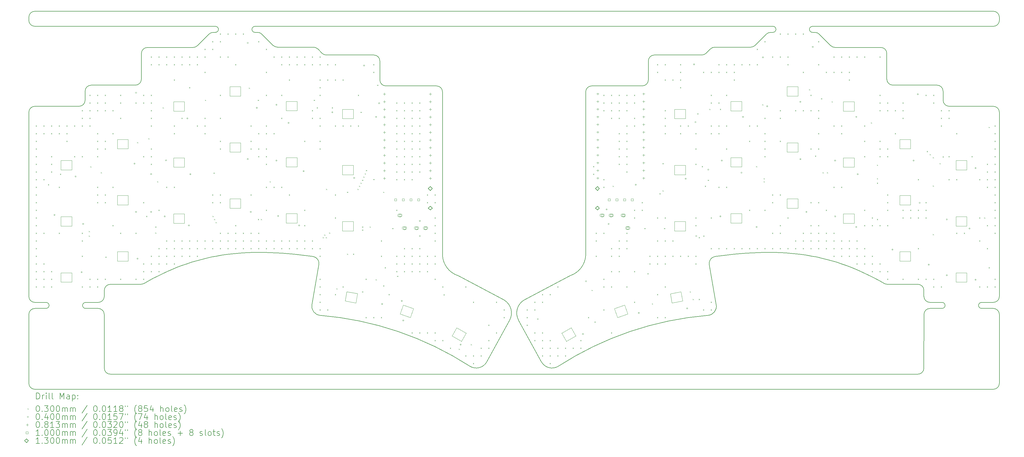
<source format=gbr>
%TF.GenerationSoftware,KiCad,Pcbnew,8.0.1*%
%TF.CreationDate,2024-05-18T22:20:29+02:00*%
%TF.ProjectId,cornia,636f726e-6961-42e6-9b69-6361645f7063,3.0.1*%
%TF.SameCoordinates,Original*%
%TF.FileFunction,Drillmap*%
%TF.FilePolarity,Positive*%
%FSLAX45Y45*%
G04 Gerber Fmt 4.5, Leading zero omitted, Abs format (unit mm)*
G04 Created by KiCad (PCBNEW 8.0.1) date 2024-05-18 22:20:29*
%MOMM*%
%LPD*%
G01*
G04 APERTURE LIST*
%ADD10C,0.200000*%
%ADD11C,0.100000*%
%ADD12C,0.130000*%
G04 APERTURE END LIST*
D10*
X27124575Y-14507155D02*
G75*
G02*
X26853303Y-14857393I-295595J-51225D01*
G01*
X33800750Y-13828000D02*
X32801014Y-13828000D01*
X36300750Y-5278000D02*
X30310750Y-5278000D01*
X29002539Y-5277290D02*
X11848960Y-5278711D01*
X14008198Y-14857391D02*
G75*
G02*
X13736927Y-14507155I24322J299011D01*
G01*
X36300750Y-14628000D02*
G75*
G02*
X36500750Y-14828000I0J-200000D01*
G01*
X34202171Y-14628000D02*
X34602540Y-14627289D01*
X6860750Y-16606578D02*
X6859329Y-14828000D01*
X13779241Y-12906417D02*
G75*
G02*
X13966784Y-13180753I-44441J-231653D01*
G01*
X4360750Y-8128000D02*
X4360750Y-14228000D01*
X10540750Y-5478000D02*
X10468486Y-5478000D01*
X17860750Y-7253000D02*
X16185750Y-7253000D01*
X4360750Y-4978000D02*
X4360750Y-5078000D01*
X4932540Y-14427289D02*
G75*
G02*
X5032541Y-14527289I1J-100001D01*
G01*
X36300750Y-7928000D02*
G75*
G02*
X36500750Y-8128000I10J-199990D01*
G01*
X6224750Y-7728000D02*
G75*
G02*
X6024750Y-7928000I-200000J0D01*
G01*
X34636750Y-7428000D02*
X34636750Y-7728000D01*
X30534435Y-5536578D02*
X30917278Y-5919421D01*
X35910750Y-14628000D02*
X36300750Y-14628000D01*
X6860750Y-14228000D02*
X6860750Y-14028000D01*
X32972750Y-7228000D02*
G75*
G02*
X32772750Y-7028000I0J200000D01*
G01*
X6024750Y-7928000D02*
X4560750Y-7928000D01*
X30310750Y-5478000D02*
G75*
G02*
X30210750Y-5378000I0J100000D01*
G01*
X8088750Y-6178000D02*
X8088750Y-7028000D01*
X29002539Y-5477289D02*
X28924486Y-5478000D01*
X12451278Y-5909421D02*
X12078436Y-5536579D01*
X24875750Y-6428000D02*
X24875750Y-7053000D01*
X6224750Y-7428000D02*
X6224750Y-7728000D01*
X13785907Y-5968000D02*
G75*
G02*
X13927330Y-6026577I3J-200000D01*
G01*
X34002172Y-14828000D02*
X34000750Y-16606578D01*
X34602540Y-14428000D02*
G75*
G02*
X34701830Y-14527289I1J-99290D01*
G01*
X13779241Y-12906417D02*
X13563963Y-12877327D01*
X13352747Y-12851652D01*
X13145445Y-12829420D01*
X12941910Y-12810657D01*
X12741995Y-12795389D01*
X12545550Y-12783643D01*
X12352430Y-12775446D01*
X12162485Y-12770824D01*
X11975568Y-12769804D01*
X11791532Y-12772411D01*
X11610229Y-12778674D01*
X11431510Y-12788618D01*
X11255229Y-12802269D01*
X11081238Y-12819656D01*
X10909389Y-12840803D01*
X10739533Y-12865738D01*
X10571525Y-12894487D01*
X10405215Y-12927077D01*
X10240456Y-12963534D01*
X10077100Y-13003885D01*
X9915000Y-13048157D01*
X9754008Y-13096375D01*
X9593976Y-13148567D01*
X9434757Y-13204759D01*
X9276202Y-13264978D01*
X9118165Y-13329250D01*
X8960496Y-13397602D01*
X8803050Y-13470060D01*
X8645677Y-13546652D01*
X8488231Y-13627402D01*
X8330563Y-13712339D01*
X8172525Y-13801489D01*
X7888750Y-7228000D02*
X6424750Y-7228000D01*
X31058699Y-5978000D02*
G75*
G02*
X30917276Y-5919423I1J200010D01*
G01*
X25075750Y-6228000D02*
X26649907Y-6228000D01*
X34000750Y-16606578D02*
G75*
G02*
X33790833Y-16807759I-200000J-1422D01*
G01*
X34602540Y-14428000D02*
X34200750Y-14428000D01*
X36500750Y-8128000D02*
X36500750Y-14228000D01*
X14008198Y-14857391D02*
G75*
G02*
X18959778Y-16539482I-869358J-10688178D01*
G01*
X36300750Y-4778000D02*
X4560750Y-4778000D01*
X6860750Y-14028000D02*
G75*
G02*
X7060750Y-13828000I200000J0D01*
G01*
X4560750Y-14428000D02*
G75*
G02*
X4360750Y-14228000I0J200000D01*
G01*
X8172525Y-13801489D02*
G75*
G02*
X8060486Y-13827998I-112036J223489D01*
G01*
X5032539Y-14527289D02*
G75*
G02*
X4932540Y-14627289I-99999J-1D01*
G01*
X11937014Y-5478000D02*
G75*
G02*
X12078434Y-5536581I-4J-200000D01*
G01*
X10540750Y-5278000D02*
G75*
G02*
X10640750Y-5378000I0J-100000D01*
G01*
X36300750Y-17308000D02*
X4560750Y-17308000D01*
X4360750Y-8128000D02*
G75*
G02*
X4560750Y-7928000I200000J0D01*
G01*
X4360750Y-14828000D02*
X4360750Y-17108000D01*
X15785750Y-6228000D02*
X14211593Y-6228000D01*
X21333847Y-16395839D02*
X20579086Y-15019151D01*
X6659329Y-14628000D02*
G75*
G02*
X6859330Y-14828000I1J-200000D01*
G01*
X26791329Y-6169421D02*
G75*
G02*
X26649907Y-6227998I-141419J141421D01*
G01*
X30393014Y-5478000D02*
G75*
G02*
X30534432Y-5536581I-14J-200020D01*
G01*
X36500750Y-14228000D02*
G75*
G02*
X36300750Y-14428000I-200000J0D01*
G01*
X14211593Y-6228000D02*
G75*
G02*
X14070170Y-6169423I-3J200000D01*
G01*
X19527653Y-16395839D02*
X20282414Y-15019151D01*
X6224750Y-7428000D02*
G75*
G02*
X6424750Y-7228000I200000J0D01*
G01*
X26934170Y-6026577D02*
G75*
G02*
X27075593Y-5968000I141420J-141423D01*
G01*
X4560750Y-17308000D02*
G75*
G02*
X4360750Y-17108000I0J200000D01*
G01*
X7060750Y-13828000D02*
X8060486Y-13828000D01*
X14070171Y-6169421D02*
X13927329Y-6026579D01*
X21901723Y-16539484D02*
G75*
G02*
X26853303Y-14857394I5820937J-9006086D01*
G01*
X17860750Y-7253000D02*
G75*
G02*
X18060750Y-7453000I0J-200000D01*
G01*
X12592699Y-5968000D02*
G75*
G02*
X12451278Y-5909421I1J200000D01*
G01*
X15785750Y-6228000D02*
G75*
G02*
X15985750Y-6428000I0J-200000D01*
G01*
X4560750Y-14428000D02*
X4932540Y-14427289D01*
X22303570Y-13535871D02*
X20753202Y-14354357D01*
X9802801Y-5978000D02*
X8288750Y-5978000D01*
X36500750Y-5078000D02*
X36500750Y-4978000D01*
X34200750Y-14428000D02*
G75*
G02*
X34000750Y-14228000I0J200000D01*
G01*
X11937014Y-5478000D02*
X11848961Y-5478710D01*
X29002539Y-5277290D02*
G75*
G02*
X29102540Y-5377289I1J-100001D01*
G01*
X33800750Y-13828000D02*
G75*
G02*
X34000750Y-14028000I0J-200000D01*
G01*
X34000750Y-14228000D02*
X34000750Y-14028000D01*
X22800750Y-7453000D02*
G75*
G02*
X23000750Y-7253000I200000J0D01*
G01*
X20579086Y-15019151D02*
G75*
G02*
X20753200Y-14354354I438434J240371D01*
G01*
X31058699Y-5978000D02*
X32572750Y-5978000D01*
X34836750Y-7928000D02*
X36300750Y-7928000D01*
X30393014Y-5478000D02*
X30310750Y-5478000D01*
X6860750Y-14228000D02*
G75*
G02*
X6660750Y-14428000I-200000J0D01*
G01*
X29102539Y-5377289D02*
G75*
G02*
X29002539Y-5477289I-99999J-1D01*
G01*
X4360750Y-14828000D02*
G75*
G02*
X4560750Y-14628000I200000J0D01*
G01*
X24675750Y-7253000D02*
X23000750Y-7253000D01*
X8088750Y-7028000D02*
G75*
G02*
X7888750Y-7228000I-200000J0D01*
G01*
X20108298Y-14354357D02*
G75*
G02*
X20282410Y-15019149I-264318J-424423D01*
G01*
X4560750Y-5278000D02*
G75*
G02*
X4360750Y-5078000I0J200000D01*
G01*
X10640750Y-5378000D02*
G75*
G02*
X10540750Y-5478000I-100000J0D01*
G01*
X26894722Y-13180751D02*
G75*
G02*
X27082258Y-12906411I231978J42692D01*
G01*
X32772750Y-6178000D02*
X32772750Y-7028000D01*
X24875750Y-7053000D02*
G75*
G02*
X24675750Y-7253000I-200000J0D01*
G01*
X7070667Y-16807759D02*
G75*
G02*
X6860750Y-16606578I-9917J199759D01*
G01*
X18557930Y-13535872D02*
G75*
G02*
X18060750Y-12878000I252820J707872D01*
G01*
X28410222Y-5909421D02*
X28783064Y-5536579D01*
X28783064Y-5536579D02*
G75*
G02*
X28924486Y-5478002I141406J-141391D01*
G01*
X36500750Y-17108000D02*
G75*
G02*
X36300750Y-17308000I-200000J0D01*
G01*
X6240750Y-14628000D02*
G75*
G02*
X6140750Y-14528000I0J100000D01*
G01*
X32972750Y-7228000D02*
X34436750Y-7228000D01*
X18557930Y-13535872D02*
X20108298Y-14354357D01*
X27075593Y-5968000D02*
X28268800Y-5968000D01*
X36500750Y-17108000D02*
X36500750Y-14828000D01*
X36500750Y-5078000D02*
G75*
G02*
X36300750Y-5278000I-200000J0D01*
G01*
X19527653Y-16395839D02*
G75*
G02*
X18959781Y-16539478I-350743J192299D01*
G01*
X11748961Y-5378711D02*
G75*
G02*
X11848960Y-5278711I99999J1D01*
G01*
X34436750Y-7228000D02*
G75*
G02*
X34636750Y-7428000I0J-200000D01*
G01*
X21901722Y-16539483D02*
G75*
G02*
X21333842Y-16395841I-217132J335943D01*
G01*
X28410222Y-5909421D02*
G75*
G02*
X28268800Y-5967996I-141412J141411D01*
G01*
X15985750Y-7053000D02*
X15985750Y-6428000D01*
X18060750Y-12878000D02*
X18060750Y-7453000D01*
X22800750Y-12878000D02*
G75*
G02*
X22303570Y-13535871I-750000J50000D01*
G01*
X10327065Y-5536579D02*
X9944222Y-5919421D01*
X35910750Y-14628000D02*
G75*
G02*
X35810750Y-14528000I0J100000D01*
G01*
X9944221Y-5919421D02*
G75*
G02*
X9802801Y-5978000I-141421J141421D01*
G01*
X10327065Y-5536579D02*
G75*
G02*
X10468486Y-5477997I141425J-141421D01*
G01*
X32572750Y-5978000D02*
G75*
G02*
X32772750Y-6178000I0J-200000D01*
G01*
X6240750Y-14428000D02*
X6660750Y-14428000D01*
X11848961Y-5478710D02*
G75*
G02*
X11748960Y-5378711I-1J100000D01*
G01*
X8088750Y-6178000D02*
G75*
G02*
X8288750Y-5978000I200000J0D01*
G01*
X24875750Y-6428000D02*
G75*
G02*
X25075750Y-6228000I200000J0D01*
G01*
X34836750Y-7928000D02*
G75*
G02*
X34636750Y-7728000I0J200000D01*
G01*
X4360750Y-4978000D02*
G75*
G02*
X4560750Y-4778000I200000J0D01*
G01*
X16185750Y-7253000D02*
G75*
G02*
X15985750Y-7053000I0J200000D01*
G01*
X36300750Y-4778000D02*
G75*
G02*
X36500750Y-4978000I0J-200000D01*
G01*
X4560750Y-14628000D02*
X4932540Y-14627289D01*
X34702539Y-14527289D02*
G75*
G02*
X34602540Y-14627289I-99999J-1D01*
G01*
X13966778Y-13180752D02*
X13736924Y-14507155D01*
X35910750Y-14428000D02*
X36300750Y-14428000D01*
X26791329Y-6169421D02*
X26934170Y-6026577D01*
X26894722Y-13180751D02*
X27124576Y-14507155D01*
X6140750Y-14528000D02*
G75*
G02*
X6240750Y-14428000I100000J0D01*
G01*
X10540750Y-5278000D02*
X4560750Y-5278000D01*
X6240750Y-14628000D02*
X6659329Y-14628000D01*
X32801014Y-13828000D02*
G75*
G02*
X32688973Y-13801490I-14J249960D01*
G01*
X13785907Y-5968000D02*
X12592699Y-5968000D01*
X33790833Y-16807759D02*
X7070750Y-16808000D01*
X27082259Y-12906417D02*
X27297537Y-12877327D01*
X27508753Y-12851652D01*
X27716054Y-12829420D01*
X27919589Y-12810657D01*
X28119505Y-12795389D01*
X28315949Y-12783643D01*
X28509070Y-12775446D01*
X28699015Y-12770824D01*
X28885932Y-12769803D01*
X29069968Y-12772411D01*
X29251271Y-12778674D01*
X29429989Y-12788618D01*
X29606270Y-12802269D01*
X29780262Y-12819656D01*
X29952111Y-12840803D01*
X30121966Y-12865738D01*
X30289975Y-12894487D01*
X30456285Y-12927077D01*
X30621044Y-12963534D01*
X30784400Y-13003885D01*
X30946500Y-13048157D01*
X31107492Y-13096375D01*
X31267524Y-13148567D01*
X31426743Y-13204759D01*
X31585298Y-13264978D01*
X31743335Y-13329250D01*
X31901003Y-13397602D01*
X32058450Y-13470060D01*
X32215823Y-13546652D01*
X32373269Y-13627402D01*
X32530937Y-13712339D01*
X32688974Y-13801488D01*
X35810750Y-14528000D02*
G75*
G02*
X35910750Y-14428000I100000J0D01*
G01*
X34002172Y-14828000D02*
G75*
G02*
X34202171Y-14628001I199999J0D01*
G01*
X30210750Y-5378000D02*
G75*
G02*
X30310750Y-5278000I100000J0D01*
G01*
X22800750Y-12878000D02*
X22800750Y-7453000D01*
D11*
X5425950Y-9725450D02*
X5425950Y-10035450D01*
X5425950Y-10035450D02*
X5785950Y-10035450D01*
X5785950Y-9725450D02*
X5425950Y-9725450D01*
X5785950Y-10035450D02*
X5785950Y-9725450D01*
X7289950Y-9025450D02*
X7289950Y-9335450D01*
X7289950Y-9335450D02*
X7649950Y-9335450D01*
X7649950Y-9025450D02*
X7289950Y-9025450D01*
X7649950Y-9335450D02*
X7649950Y-9025450D01*
X9153950Y-7775450D02*
X9153950Y-8085450D01*
X9153950Y-8085450D02*
X9513950Y-8085450D01*
X9513950Y-7775450D02*
X9153950Y-7775450D01*
X9513950Y-8085450D02*
X9513950Y-7775450D01*
X11017950Y-7275450D02*
X11017950Y-7585450D01*
X11017950Y-7585450D02*
X11377950Y-7585450D01*
X11377950Y-7275450D02*
X11017950Y-7275450D01*
X11377950Y-7585450D02*
X11377950Y-7275450D01*
X12881950Y-7765450D02*
X12881950Y-8075450D01*
X12881950Y-8075450D02*
X13241950Y-8075450D01*
X13241950Y-7765450D02*
X12881950Y-7765450D01*
X13241950Y-8075450D02*
X13241950Y-7765450D01*
X14745950Y-8025450D02*
X14745950Y-8335450D01*
X14745950Y-8335450D02*
X15105950Y-8335450D01*
X15105950Y-8025450D02*
X14745950Y-8025450D01*
X15105950Y-8335450D02*
X15105950Y-8025450D01*
X5425950Y-11585450D02*
X5425950Y-11895450D01*
X5425950Y-11895450D02*
X5785950Y-11895450D01*
X5785950Y-11585450D02*
X5425950Y-11585450D01*
X5785950Y-11895450D02*
X5785950Y-11585450D01*
X7289950Y-10885450D02*
X7289950Y-11195450D01*
X7289950Y-11195450D02*
X7649950Y-11195450D01*
X7649950Y-10885450D02*
X7289950Y-10885450D01*
X7649950Y-11195450D02*
X7649950Y-10885450D01*
X9153950Y-9635450D02*
X9153950Y-9945450D01*
X9153950Y-9945450D02*
X9513950Y-9945450D01*
X9513950Y-9635450D02*
X9153950Y-9635450D01*
X9513950Y-9945450D02*
X9513950Y-9635450D01*
X11017950Y-9135450D02*
X11017950Y-9445450D01*
X11017950Y-9445450D02*
X11377950Y-9445450D01*
X11377950Y-9135450D02*
X11017950Y-9135450D01*
X11377950Y-9445450D02*
X11377950Y-9135450D01*
X12881950Y-9625450D02*
X12881950Y-9935450D01*
X12881950Y-9935450D02*
X13241950Y-9935450D01*
X13241950Y-9625450D02*
X12881950Y-9625450D01*
X13241950Y-9935450D02*
X13241950Y-9625450D01*
X14745950Y-9885450D02*
X14745950Y-10195450D01*
X14745950Y-10195450D02*
X15105950Y-10195450D01*
X15105950Y-9885450D02*
X14745950Y-9885450D01*
X15105950Y-10195450D02*
X15105950Y-9885450D01*
X5425950Y-13445450D02*
X5425950Y-13755450D01*
X5425950Y-13755450D02*
X5785950Y-13755450D01*
X5785950Y-13445450D02*
X5425950Y-13445450D01*
X5785950Y-13755450D02*
X5785950Y-13445450D01*
X7289950Y-12745450D02*
X7289950Y-13055450D01*
X7289950Y-13055450D02*
X7649950Y-13055450D01*
X7649950Y-12745450D02*
X7289950Y-12745450D01*
X7649950Y-13055450D02*
X7649950Y-12745450D01*
X9153950Y-11495450D02*
X9153950Y-11805450D01*
X9153950Y-11805450D02*
X9513950Y-11805450D01*
X9513950Y-11495450D02*
X9153950Y-11495450D01*
X9513950Y-11805450D02*
X9513950Y-11495450D01*
X11017950Y-10995450D02*
X11017950Y-11305450D01*
X11017950Y-11305450D02*
X11377950Y-11305450D01*
X11377950Y-10995450D02*
X11017950Y-10995450D01*
X11377950Y-11305450D02*
X11377950Y-10995450D01*
X14745950Y-11745450D02*
X14745950Y-12055450D01*
X14745950Y-12055450D02*
X15105950Y-12055450D01*
X15105950Y-11745450D02*
X14745950Y-11745450D01*
X15105950Y-12055450D02*
X15105950Y-11745450D01*
X18375193Y-15542915D02*
X18690573Y-15716511D01*
X18524679Y-15271338D02*
X18375193Y-15542915D01*
X18690573Y-15716511D02*
X18840058Y-15444935D01*
X18840058Y-15444935D02*
X18524679Y-15271338D01*
X29470050Y-9136000D02*
X29470050Y-9446000D01*
X29470050Y-9446000D02*
X29830050Y-9446000D01*
X29830050Y-9136000D02*
X29470050Y-9136000D01*
X29830050Y-9446000D02*
X29830050Y-9136000D01*
X27606050Y-9626000D02*
X27606050Y-9936000D01*
X27606050Y-9936000D02*
X27966050Y-9936000D01*
X27966050Y-9626000D02*
X27606050Y-9626000D01*
X27966050Y-9936000D02*
X27966050Y-9626000D01*
X25742050Y-9886000D02*
X25742050Y-10196000D01*
X25742050Y-10196000D02*
X26102050Y-10196000D01*
X26102050Y-9886000D02*
X25742050Y-9886000D01*
X26102050Y-10196000D02*
X26102050Y-9886000D01*
X35062050Y-13446000D02*
X35062050Y-13756000D01*
X35062050Y-13756000D02*
X35422050Y-13756000D01*
X35422050Y-13446000D02*
X35062050Y-13446000D01*
X35422050Y-13756000D02*
X35422050Y-13446000D01*
X33198050Y-12746000D02*
X33198050Y-13056000D01*
X33198050Y-13056000D02*
X33558050Y-13056000D01*
X33558050Y-12746000D02*
X33198050Y-12746000D01*
X33558050Y-13056000D02*
X33558050Y-12746000D01*
X31334050Y-11496000D02*
X31334050Y-11806000D01*
X31334050Y-11806000D02*
X31694050Y-11806000D01*
X31694050Y-11496000D02*
X31334050Y-11496000D01*
X31694050Y-11806000D02*
X31694050Y-11496000D01*
X29470050Y-10996000D02*
X29470050Y-11306000D01*
X29470050Y-11306000D02*
X29830050Y-11306000D01*
X29830050Y-10996000D02*
X29470050Y-10996000D01*
X29830050Y-11306000D02*
X29830050Y-10996000D01*
X27606050Y-11486000D02*
X27606050Y-11796000D01*
X27606050Y-11796000D02*
X27966050Y-11796000D01*
X27966050Y-11486000D02*
X27606050Y-11486000D01*
X27966050Y-11796000D02*
X27966050Y-11486000D01*
X25742050Y-11746000D02*
X25742050Y-12056000D01*
X25742050Y-12056000D02*
X26102050Y-12056000D01*
X26102050Y-11746000D02*
X25742050Y-11746000D01*
X26102050Y-12056000D02*
X26102050Y-11746000D01*
X25602360Y-14138050D02*
X25655285Y-14443499D01*
X25655285Y-14443499D02*
X26010000Y-14382038D01*
X25957075Y-14076589D02*
X25602360Y-14138050D01*
X26010000Y-14382038D02*
X25957075Y-14076589D01*
X23748759Y-14634034D02*
X23851371Y-14926558D01*
X23851371Y-14926558D02*
X24191077Y-14807395D01*
X24088465Y-14514871D02*
X23748759Y-14634034D01*
X24191077Y-14807395D02*
X24088465Y-14514871D01*
X14838073Y-14381420D02*
X15192788Y-14442881D01*
X14890998Y-14075971D02*
X14838073Y-14381420D01*
X15192788Y-14442881D02*
X15245713Y-14137433D01*
X15245713Y-14137433D02*
X14890998Y-14075971D01*
X16657600Y-14807304D02*
X16997306Y-14926467D01*
X16760212Y-14514779D02*
X16657600Y-14807304D01*
X16997306Y-14926467D02*
X17099918Y-14633942D01*
X17099918Y-14633942D02*
X16760212Y-14514779D01*
X12881950Y-11485450D02*
X12881950Y-11795450D01*
X12881950Y-11795450D02*
X13241950Y-11795450D01*
X13241950Y-11485450D02*
X12881950Y-11485450D01*
X13241950Y-11795450D02*
X13241950Y-11485450D01*
X35062050Y-9726000D02*
X35062050Y-10036000D01*
X35062050Y-10036000D02*
X35422050Y-10036000D01*
X35422050Y-9726000D02*
X35062050Y-9726000D01*
X35422050Y-10036000D02*
X35422050Y-9726000D01*
X33198050Y-9026000D02*
X33198050Y-9336000D01*
X33198050Y-9336000D02*
X33558050Y-9336000D01*
X33558050Y-9026000D02*
X33198050Y-9026000D01*
X33558050Y-9336000D02*
X33558050Y-9026000D01*
X31334050Y-7776000D02*
X31334050Y-8086000D01*
X31334050Y-8086000D02*
X31694050Y-8086000D01*
X31694050Y-7776000D02*
X31334050Y-7776000D01*
X31694050Y-8086000D02*
X31694050Y-7776000D01*
X29470050Y-7276000D02*
X29470050Y-7586000D01*
X29470050Y-7586000D02*
X29830050Y-7586000D01*
X29830050Y-7276000D02*
X29470050Y-7276000D01*
X29830050Y-7586000D02*
X29830050Y-7276000D01*
X27606050Y-7766000D02*
X27606050Y-8076000D01*
X27606050Y-8076000D02*
X27966050Y-8076000D01*
X27966050Y-7766000D02*
X27606050Y-7766000D01*
X27966050Y-8076000D02*
X27966050Y-7766000D01*
X25742050Y-8026000D02*
X25742050Y-8336000D01*
X25742050Y-8336000D02*
X26102050Y-8336000D01*
X26102050Y-8026000D02*
X25742050Y-8026000D01*
X26102050Y-8336000D02*
X26102050Y-8026000D01*
X35062050Y-11586000D02*
X35062050Y-11896000D01*
X35062050Y-11896000D02*
X35422050Y-11896000D01*
X35422050Y-11586000D02*
X35062050Y-11586000D01*
X35422050Y-11896000D02*
X35422050Y-11586000D01*
X33198050Y-10886000D02*
X33198050Y-11196000D01*
X33198050Y-11196000D02*
X33558050Y-11196000D01*
X33558050Y-10886000D02*
X33198050Y-10886000D01*
X33558050Y-11196000D02*
X33558050Y-10886000D01*
X31334050Y-9636000D02*
X31334050Y-9946000D01*
X31334050Y-9946000D02*
X31694050Y-9946000D01*
X31694050Y-9636000D02*
X31334050Y-9636000D01*
X31694050Y-9946000D02*
X31694050Y-9636000D01*
X22008592Y-15445060D02*
X22158078Y-15716636D01*
X22158078Y-15716636D02*
X22473457Y-15543040D01*
X22323971Y-15271463D02*
X22008592Y-15445060D01*
X22473457Y-15543040D02*
X22323971Y-15271463D01*
D10*
D11*
X4588086Y-8563000D02*
X4618086Y-8593000D01*
X4618086Y-8563000D02*
X4588086Y-8593000D01*
X4588086Y-8817000D02*
X4618086Y-8847000D01*
X4618086Y-8817000D02*
X4588086Y-8847000D01*
X4588086Y-9071000D02*
X4618086Y-9101000D01*
X4618086Y-9071000D02*
X4588086Y-9101000D01*
X4588086Y-9325000D02*
X4618086Y-9355000D01*
X4618086Y-9325000D02*
X4588086Y-9355000D01*
X4588086Y-9579000D02*
X4618086Y-9609000D01*
X4618086Y-9579000D02*
X4588086Y-9609000D01*
X4588086Y-9833000D02*
X4618086Y-9863000D01*
X4618086Y-9833000D02*
X4588086Y-9863000D01*
X4588086Y-10087000D02*
X4618086Y-10117000D01*
X4618086Y-10087000D02*
X4588086Y-10117000D01*
X4588086Y-10341000D02*
X4618086Y-10371000D01*
X4618086Y-10341000D02*
X4588086Y-10371000D01*
X4588086Y-10595000D02*
X4618086Y-10625000D01*
X4618086Y-10595000D02*
X4588086Y-10625000D01*
X4588086Y-10849000D02*
X4618086Y-10879000D01*
X4618086Y-10849000D02*
X4588086Y-10879000D01*
X4588086Y-11103000D02*
X4618086Y-11133000D01*
X4618086Y-11103000D02*
X4588086Y-11133000D01*
X4588086Y-11357000D02*
X4618086Y-11387000D01*
X4618086Y-11357000D02*
X4588086Y-11387000D01*
X4588086Y-11611000D02*
X4618086Y-11641000D01*
X4618086Y-11611000D02*
X4588086Y-11641000D01*
X4588086Y-11865000D02*
X4618086Y-11895000D01*
X4618086Y-11865000D02*
X4588086Y-11895000D01*
X4588086Y-12119000D02*
X4618086Y-12149000D01*
X4618086Y-12119000D02*
X4588086Y-12149000D01*
X4588086Y-12373000D02*
X4618086Y-12403000D01*
X4618086Y-12373000D02*
X4588086Y-12403000D01*
X4588086Y-12627000D02*
X4618086Y-12657000D01*
X4618086Y-12627000D02*
X4588086Y-12657000D01*
X4588086Y-12881000D02*
X4618086Y-12911000D01*
X4618086Y-12881000D02*
X4588086Y-12911000D01*
X4588086Y-13135000D02*
X4618086Y-13165000D01*
X4618086Y-13135000D02*
X4588086Y-13165000D01*
X4588086Y-13389000D02*
X4618086Y-13419000D01*
X4618086Y-13389000D02*
X4588086Y-13419000D01*
X4588086Y-13643000D02*
X4618086Y-13673000D01*
X4618086Y-13643000D02*
X4588086Y-13673000D01*
X4588086Y-13897000D02*
X4618086Y-13927000D01*
X4618086Y-13897000D02*
X4588086Y-13927000D01*
X4842086Y-8563000D02*
X4872086Y-8593000D01*
X4872086Y-8563000D02*
X4842086Y-8593000D01*
X4842086Y-8817000D02*
X4872086Y-8847000D01*
X4872086Y-8817000D02*
X4842086Y-8847000D01*
X4842086Y-10341000D02*
X4872086Y-10371000D01*
X4872086Y-10341000D02*
X4842086Y-10371000D01*
X4842086Y-12119000D02*
X4872086Y-12149000D01*
X4872086Y-12119000D02*
X4842086Y-12149000D01*
X4842086Y-13135000D02*
X4872086Y-13165000D01*
X4872086Y-13135000D02*
X4842086Y-13165000D01*
X4842086Y-13389000D02*
X4872086Y-13419000D01*
X4872086Y-13389000D02*
X4842086Y-13419000D01*
X4842086Y-13643000D02*
X4872086Y-13673000D01*
X4872086Y-13643000D02*
X4842086Y-13673000D01*
X4842086Y-13897000D02*
X4872086Y-13927000D01*
X4872086Y-13897000D02*
X4842086Y-13927000D01*
X4995750Y-10513000D02*
X5025750Y-10543000D01*
X5025750Y-10513000D02*
X4995750Y-10543000D01*
X5096086Y-8563000D02*
X5126086Y-8593000D01*
X5126086Y-8563000D02*
X5096086Y-8593000D01*
X5096086Y-8817000D02*
X5126086Y-8847000D01*
X5126086Y-8817000D02*
X5096086Y-8847000D01*
X5096086Y-9579000D02*
X5126086Y-9609000D01*
X5126086Y-9579000D02*
X5096086Y-9609000D01*
X5096086Y-9833000D02*
X5126086Y-9863000D01*
X5126086Y-9833000D02*
X5096086Y-9863000D01*
X5096086Y-10087000D02*
X5126086Y-10117000D01*
X5126086Y-10087000D02*
X5096086Y-10117000D01*
X5096086Y-13389000D02*
X5126086Y-13419000D01*
X5126086Y-13389000D02*
X5096086Y-13419000D01*
X5096086Y-13643000D02*
X5126086Y-13673000D01*
X5126086Y-13643000D02*
X5096086Y-13673000D01*
X5096086Y-13897000D02*
X5126086Y-13927000D01*
X5126086Y-13897000D02*
X5096086Y-13927000D01*
X5350086Y-8563000D02*
X5380086Y-8593000D01*
X5380086Y-8563000D02*
X5350086Y-8593000D01*
X5350086Y-8817000D02*
X5380086Y-8847000D01*
X5380086Y-8817000D02*
X5350086Y-8847000D01*
X5350086Y-10595000D02*
X5380086Y-10625000D01*
X5380086Y-10595000D02*
X5350086Y-10625000D01*
X5350086Y-12119000D02*
X5380086Y-12149000D01*
X5380086Y-12119000D02*
X5350086Y-12149000D01*
X5395750Y-10163000D02*
X5425750Y-10193000D01*
X5425750Y-10163000D02*
X5395750Y-10193000D01*
X5604086Y-8563000D02*
X5634086Y-8593000D01*
X5634086Y-8563000D02*
X5604086Y-8593000D01*
X5604086Y-8817000D02*
X5634086Y-8847000D01*
X5634086Y-8817000D02*
X5604086Y-8847000D01*
X5604086Y-9071000D02*
X5634086Y-9101000D01*
X5634086Y-9071000D02*
X5604086Y-9101000D01*
X5858086Y-8563000D02*
X5888086Y-8593000D01*
X5888086Y-8563000D02*
X5858086Y-8593000D01*
X5858086Y-9579000D02*
X5888086Y-9609000D01*
X5888086Y-9579000D02*
X5858086Y-9609000D01*
X6112086Y-8055000D02*
X6142086Y-8085000D01*
X6142086Y-8055000D02*
X6112086Y-8085000D01*
X6112086Y-8309000D02*
X6142086Y-8339000D01*
X6142086Y-8309000D02*
X6112086Y-8339000D01*
X6112086Y-8563000D02*
X6142086Y-8593000D01*
X6142086Y-8563000D02*
X6112086Y-8593000D01*
X6112086Y-9579000D02*
X6142086Y-9609000D01*
X6142086Y-9579000D02*
X6112086Y-9609000D01*
X6112086Y-12119000D02*
X6142086Y-12149000D01*
X6142086Y-12119000D02*
X6112086Y-12149000D01*
X6112086Y-12373000D02*
X6142086Y-12403000D01*
X6142086Y-12373000D02*
X6112086Y-12403000D01*
X6112086Y-12881000D02*
X6142086Y-12911000D01*
X6142086Y-12881000D02*
X6112086Y-12911000D01*
X6112086Y-13897000D02*
X6142086Y-13927000D01*
X6142086Y-13897000D02*
X6112086Y-13927000D01*
X6345750Y-12063000D02*
X6375750Y-12093000D01*
X6375750Y-12063000D02*
X6345750Y-12093000D01*
X6345750Y-12213000D02*
X6375750Y-12243000D01*
X6375750Y-12213000D02*
X6345750Y-12243000D01*
X6366086Y-7547000D02*
X6396086Y-7577000D01*
X6396086Y-7547000D02*
X6366086Y-7577000D01*
X6366086Y-7801000D02*
X6396086Y-7831000D01*
X6396086Y-7801000D02*
X6366086Y-7831000D01*
X6366086Y-8055000D02*
X6396086Y-8085000D01*
X6396086Y-8055000D02*
X6366086Y-8085000D01*
X6366086Y-8309000D02*
X6396086Y-8339000D01*
X6396086Y-8309000D02*
X6366086Y-8339000D01*
X6366086Y-8563000D02*
X6396086Y-8593000D01*
X6396086Y-8563000D02*
X6366086Y-8593000D01*
X6366086Y-13643000D02*
X6396086Y-13673000D01*
X6396086Y-13643000D02*
X6366086Y-13673000D01*
X6366086Y-13897000D02*
X6396086Y-13927000D01*
X6396086Y-13897000D02*
X6366086Y-13927000D01*
X6395750Y-9919350D02*
X6425750Y-9949350D01*
X6425750Y-9919350D02*
X6395750Y-9949350D01*
X6620086Y-7547000D02*
X6650086Y-7577000D01*
X6650086Y-7547000D02*
X6620086Y-7577000D01*
X6620086Y-7801000D02*
X6650086Y-7831000D01*
X6650086Y-7801000D02*
X6620086Y-7831000D01*
X6620086Y-8055000D02*
X6650086Y-8085000D01*
X6650086Y-8055000D02*
X6620086Y-8085000D01*
X6620086Y-8817000D02*
X6650086Y-8847000D01*
X6650086Y-8817000D02*
X6620086Y-8847000D01*
X6620086Y-9071000D02*
X6650086Y-9101000D01*
X6650086Y-9071000D02*
X6620086Y-9101000D01*
X6620086Y-9325000D02*
X6650086Y-9355000D01*
X6650086Y-9325000D02*
X6620086Y-9355000D01*
X6620086Y-9579000D02*
X6650086Y-9609000D01*
X6650086Y-9579000D02*
X6620086Y-9609000D01*
X6620086Y-10595000D02*
X6650086Y-10625000D01*
X6650086Y-10595000D02*
X6620086Y-10625000D01*
X6620086Y-10849000D02*
X6650086Y-10879000D01*
X6650086Y-10849000D02*
X6620086Y-10879000D01*
X6620086Y-11103000D02*
X6650086Y-11133000D01*
X6650086Y-11103000D02*
X6620086Y-11133000D01*
X6620086Y-13643000D02*
X6650086Y-13673000D01*
X6650086Y-13643000D02*
X6620086Y-13673000D01*
X6620086Y-13897000D02*
X6650086Y-13927000D01*
X6650086Y-13897000D02*
X6620086Y-13927000D01*
X6746450Y-10113000D02*
X6776450Y-10143000D01*
X6776450Y-10113000D02*
X6746450Y-10143000D01*
X6874086Y-7547000D02*
X6904086Y-7577000D01*
X6904086Y-7547000D02*
X6874086Y-7577000D01*
X6874086Y-7801000D02*
X6904086Y-7831000D01*
X6904086Y-7801000D02*
X6874086Y-7831000D01*
X6874086Y-8055000D02*
X6904086Y-8085000D01*
X6904086Y-8055000D02*
X6874086Y-8085000D01*
X6874086Y-9071000D02*
X6904086Y-9101000D01*
X6904086Y-9071000D02*
X6874086Y-9101000D01*
X6874086Y-9325000D02*
X6904086Y-9355000D01*
X6904086Y-9325000D02*
X6874086Y-9355000D01*
X6874086Y-10849000D02*
X6904086Y-10879000D01*
X6904086Y-10849000D02*
X6874086Y-10879000D01*
X6874086Y-11103000D02*
X6904086Y-11133000D01*
X6904086Y-11103000D02*
X6874086Y-11133000D01*
X6874086Y-13643000D02*
X6904086Y-13673000D01*
X6904086Y-13643000D02*
X6874086Y-13673000D01*
X6895750Y-12913000D02*
X6925750Y-12943000D01*
X6925750Y-12913000D02*
X6895750Y-12943000D01*
X7128086Y-8055000D02*
X7158086Y-8085000D01*
X7158086Y-8055000D02*
X7128086Y-8085000D01*
X7128086Y-8817000D02*
X7158086Y-8847000D01*
X7158086Y-8817000D02*
X7128086Y-8847000D01*
X7128086Y-10595000D02*
X7158086Y-10625000D01*
X7158086Y-10595000D02*
X7128086Y-10625000D01*
X7128086Y-11865000D02*
X7158086Y-11895000D01*
X7158086Y-11865000D02*
X7128086Y-11895000D01*
X7382086Y-7547000D02*
X7412086Y-7577000D01*
X7412086Y-7547000D02*
X7382086Y-7577000D01*
X7382086Y-7801000D02*
X7412086Y-7831000D01*
X7412086Y-7801000D02*
X7382086Y-7831000D01*
X7382086Y-8309000D02*
X7412086Y-8339000D01*
X7412086Y-8309000D02*
X7382086Y-8339000D01*
X7382086Y-12119000D02*
X7412086Y-12149000D01*
X7412086Y-12119000D02*
X7382086Y-12149000D01*
X7382086Y-13643000D02*
X7412086Y-13673000D01*
X7412086Y-13643000D02*
X7382086Y-13673000D01*
X7890086Y-7801000D02*
X7920086Y-7831000D01*
X7920086Y-7801000D02*
X7890086Y-7831000D01*
X7890086Y-12119000D02*
X7920086Y-12149000D01*
X7920086Y-12119000D02*
X7890086Y-12149000D01*
X7890086Y-13643000D02*
X7920086Y-13673000D01*
X7920086Y-13643000D02*
X7890086Y-13673000D01*
X7945750Y-9113000D02*
X7975750Y-9143000D01*
X7975750Y-9113000D02*
X7945750Y-9143000D01*
X8144086Y-7547000D02*
X8174086Y-7577000D01*
X8174086Y-7547000D02*
X8144086Y-7577000D01*
X8144086Y-7801000D02*
X8174086Y-7831000D01*
X8174086Y-7801000D02*
X8144086Y-7831000D01*
X8144086Y-9579000D02*
X8174086Y-9609000D01*
X8174086Y-9579000D02*
X8144086Y-9609000D01*
X8144086Y-11103000D02*
X8174086Y-11133000D01*
X8174086Y-11103000D02*
X8144086Y-11133000D01*
X8144086Y-13135000D02*
X8174086Y-13165000D01*
X8174086Y-13135000D02*
X8144086Y-13165000D01*
X8144086Y-13389000D02*
X8174086Y-13419000D01*
X8174086Y-13389000D02*
X8144086Y-13419000D01*
X8144086Y-13643000D02*
X8174086Y-13673000D01*
X8174086Y-13643000D02*
X8144086Y-13673000D01*
X8245750Y-11563000D02*
X8275750Y-11593000D01*
X8275750Y-11563000D02*
X8245750Y-11593000D01*
X8320750Y-8988000D02*
X8350750Y-9018000D01*
X8350750Y-8988000D02*
X8320750Y-9018000D01*
X8398086Y-6277000D02*
X8428086Y-6307000D01*
X8428086Y-6277000D02*
X8398086Y-6307000D01*
X8398086Y-6531000D02*
X8428086Y-6561000D01*
X8428086Y-6531000D02*
X8398086Y-6561000D01*
X8398086Y-7547000D02*
X8428086Y-7577000D01*
X8428086Y-7547000D02*
X8398086Y-7577000D01*
X8398086Y-7801000D02*
X8428086Y-7831000D01*
X8428086Y-7801000D02*
X8398086Y-7831000D01*
X8398086Y-8055000D02*
X8428086Y-8085000D01*
X8428086Y-8055000D02*
X8398086Y-8085000D01*
X8398086Y-8309000D02*
X8428086Y-8339000D01*
X8428086Y-8309000D02*
X8398086Y-8339000D01*
X8398086Y-8563000D02*
X8428086Y-8593000D01*
X8428086Y-8563000D02*
X8398086Y-8593000D01*
X8398086Y-9325000D02*
X8428086Y-9355000D01*
X8428086Y-9325000D02*
X8398086Y-9355000D01*
X8398086Y-9579000D02*
X8428086Y-9609000D01*
X8428086Y-9579000D02*
X8398086Y-9609000D01*
X8398086Y-9833000D02*
X8428086Y-9863000D01*
X8428086Y-9833000D02*
X8398086Y-9863000D01*
X8398086Y-12881000D02*
X8428086Y-12911000D01*
X8428086Y-12881000D02*
X8398086Y-12911000D01*
X8398086Y-13135000D02*
X8428086Y-13165000D01*
X8428086Y-13135000D02*
X8398086Y-13165000D01*
X8398086Y-13389000D02*
X8428086Y-13419000D01*
X8428086Y-13389000D02*
X8398086Y-13419000D01*
X8545750Y-11913000D02*
X8575750Y-11943000D01*
X8575750Y-11913000D02*
X8545750Y-11943000D01*
X8545750Y-12113000D02*
X8575750Y-12143000D01*
X8575750Y-12113000D02*
X8545750Y-12143000D01*
X8610450Y-10413000D02*
X8640450Y-10443000D01*
X8640450Y-10413000D02*
X8610450Y-10443000D01*
X8652086Y-6277000D02*
X8682086Y-6307000D01*
X8682086Y-6277000D02*
X8652086Y-6307000D01*
X8652086Y-6531000D02*
X8682086Y-6561000D01*
X8682086Y-6531000D02*
X8652086Y-6561000D01*
X8652086Y-11357000D02*
X8682086Y-11387000D01*
X8682086Y-11357000D02*
X8652086Y-11387000D01*
X8652086Y-12627000D02*
X8682086Y-12657000D01*
X8682086Y-12627000D02*
X8652086Y-12657000D01*
X8652086Y-12881000D02*
X8682086Y-12911000D01*
X8682086Y-12881000D02*
X8652086Y-12911000D01*
X8652086Y-13135000D02*
X8682086Y-13165000D01*
X8682086Y-13135000D02*
X8652086Y-13165000D01*
X8652086Y-13389000D02*
X8682086Y-13419000D01*
X8682086Y-13389000D02*
X8652086Y-13419000D01*
X8795750Y-7963000D02*
X8825750Y-7993000D01*
X8825750Y-7963000D02*
X8795750Y-7993000D01*
X8906086Y-6277000D02*
X8936086Y-6307000D01*
X8936086Y-6277000D02*
X8906086Y-6307000D01*
X8906086Y-6531000D02*
X8936086Y-6561000D01*
X8936086Y-6531000D02*
X8906086Y-6561000D01*
X8906086Y-10595000D02*
X8936086Y-10625000D01*
X8936086Y-10595000D02*
X8906086Y-10625000D01*
X8906086Y-12373000D02*
X8936086Y-12403000D01*
X8936086Y-12373000D02*
X8906086Y-12403000D01*
X8906086Y-12627000D02*
X8936086Y-12657000D01*
X8936086Y-12627000D02*
X8906086Y-12657000D01*
X8906086Y-12881000D02*
X8936086Y-12911000D01*
X8936086Y-12881000D02*
X8906086Y-12911000D01*
X8906086Y-13135000D02*
X8936086Y-13165000D01*
X8936086Y-13135000D02*
X8906086Y-13165000D01*
X9160086Y-6277000D02*
X9190086Y-6307000D01*
X9190086Y-6277000D02*
X9160086Y-6307000D01*
X9160086Y-6531000D02*
X9190086Y-6561000D01*
X9190086Y-6531000D02*
X9160086Y-6561000D01*
X9160086Y-7039000D02*
X9190086Y-7069000D01*
X9190086Y-7039000D02*
X9160086Y-7069000D01*
X9160086Y-8563000D02*
X9190086Y-8593000D01*
X9190086Y-8563000D02*
X9160086Y-8593000D01*
X9160086Y-8817000D02*
X9190086Y-8847000D01*
X9190086Y-8817000D02*
X9160086Y-8847000D01*
X9160086Y-10595000D02*
X9190086Y-10625000D01*
X9190086Y-10595000D02*
X9160086Y-10625000D01*
X9160086Y-12373000D02*
X9190086Y-12403000D01*
X9190086Y-12373000D02*
X9160086Y-12403000D01*
X9160086Y-12627000D02*
X9190086Y-12657000D01*
X9190086Y-12627000D02*
X9160086Y-12657000D01*
X9160086Y-12881000D02*
X9190086Y-12911000D01*
X9190086Y-12881000D02*
X9160086Y-12911000D01*
X9160086Y-13135000D02*
X9190086Y-13165000D01*
X9190086Y-13135000D02*
X9160086Y-13165000D01*
X9414086Y-6277000D02*
X9444086Y-6307000D01*
X9444086Y-6277000D02*
X9414086Y-6307000D01*
X9414086Y-6531000D02*
X9444086Y-6561000D01*
X9444086Y-6531000D02*
X9414086Y-6561000D01*
X9414086Y-8309000D02*
X9444086Y-8339000D01*
X9444086Y-8309000D02*
X9414086Y-8339000D01*
X9414086Y-12373000D02*
X9444086Y-12403000D01*
X9444086Y-12373000D02*
X9414086Y-12403000D01*
X9414086Y-12627000D02*
X9444086Y-12657000D01*
X9444086Y-12627000D02*
X9414086Y-12657000D01*
X9414086Y-12881000D02*
X9444086Y-12911000D01*
X9444086Y-12881000D02*
X9414086Y-12911000D01*
X9668086Y-6277000D02*
X9698086Y-6307000D01*
X9698086Y-6277000D02*
X9668086Y-6307000D01*
X9668086Y-6531000D02*
X9698086Y-6561000D01*
X9698086Y-6531000D02*
X9668086Y-6561000D01*
X9668086Y-7293000D02*
X9698086Y-7323000D01*
X9698086Y-7293000D02*
X9668086Y-7323000D01*
X9668086Y-12373000D02*
X9698086Y-12403000D01*
X9698086Y-12373000D02*
X9668086Y-12403000D01*
X9668086Y-12627000D02*
X9698086Y-12657000D01*
X9698086Y-12627000D02*
X9668086Y-12657000D01*
X9668086Y-12881000D02*
X9698086Y-12911000D01*
X9698086Y-12881000D02*
X9668086Y-12911000D01*
X9922086Y-6277000D02*
X9952086Y-6307000D01*
X9952086Y-6277000D02*
X9922086Y-6307000D01*
X9922086Y-6531000D02*
X9952086Y-6561000D01*
X9952086Y-6531000D02*
X9922086Y-6561000D01*
X9922086Y-8563000D02*
X9952086Y-8593000D01*
X9952086Y-8563000D02*
X9922086Y-8593000D01*
X9922086Y-12373000D02*
X9952086Y-12403000D01*
X9952086Y-12373000D02*
X9922086Y-12403000D01*
X9922086Y-12627000D02*
X9952086Y-12657000D01*
X9952086Y-12627000D02*
X9922086Y-12657000D01*
X9922086Y-12881000D02*
X9952086Y-12911000D01*
X9952086Y-12881000D02*
X9922086Y-12911000D01*
X10176086Y-6023000D02*
X10206086Y-6053000D01*
X10206086Y-6023000D02*
X10176086Y-6053000D01*
X10176086Y-6277000D02*
X10206086Y-6307000D01*
X10206086Y-6277000D02*
X10176086Y-6307000D01*
X10176086Y-6785000D02*
X10206086Y-6815000D01*
X10206086Y-6785000D02*
X10176086Y-6815000D01*
X10176086Y-8309000D02*
X10206086Y-8339000D01*
X10206086Y-8309000D02*
X10176086Y-8339000D01*
X10176086Y-8563000D02*
X10206086Y-8593000D01*
X10206086Y-8563000D02*
X10176086Y-8593000D01*
X10176086Y-8817000D02*
X10206086Y-8847000D01*
X10206086Y-8817000D02*
X10176086Y-8847000D01*
X10176086Y-12373000D02*
X10206086Y-12403000D01*
X10206086Y-12373000D02*
X10176086Y-12403000D01*
X10176086Y-12627000D02*
X10206086Y-12657000D01*
X10206086Y-12627000D02*
X10176086Y-12657000D01*
X10195750Y-7713000D02*
X10225750Y-7743000D01*
X10225750Y-7713000D02*
X10195750Y-7743000D01*
X10430086Y-5769000D02*
X10460086Y-5799000D01*
X10460086Y-5769000D02*
X10430086Y-5799000D01*
X10430086Y-6023000D02*
X10460086Y-6053000D01*
X10460086Y-6023000D02*
X10430086Y-6053000D01*
X10430086Y-10849000D02*
X10460086Y-10879000D01*
X10460086Y-10849000D02*
X10430086Y-10879000D01*
X10430086Y-11103000D02*
X10460086Y-11133000D01*
X10460086Y-11103000D02*
X10430086Y-11133000D01*
X10430086Y-12373000D02*
X10460086Y-12403000D01*
X10460086Y-12373000D02*
X10430086Y-12403000D01*
X10430086Y-12627000D02*
X10460086Y-12657000D01*
X10460086Y-12627000D02*
X10430086Y-12657000D01*
X10445750Y-11563000D02*
X10475750Y-11593000D01*
X10475750Y-11563000D02*
X10445750Y-11593000D01*
X10479436Y-10125700D02*
X10509436Y-10155700D01*
X10509436Y-10125700D02*
X10479436Y-10155700D01*
X10495750Y-11663000D02*
X10525750Y-11693000D01*
X10525750Y-11663000D02*
X10495750Y-11693000D01*
X10545750Y-11763000D02*
X10575750Y-11793000D01*
X10575750Y-11763000D02*
X10545750Y-11793000D01*
X10684086Y-5515000D02*
X10714086Y-5545000D01*
X10714086Y-5515000D02*
X10684086Y-5545000D01*
X10684086Y-5769000D02*
X10714086Y-5799000D01*
X10714086Y-5769000D02*
X10684086Y-5799000D01*
X10684086Y-6277000D02*
X10714086Y-6307000D01*
X10714086Y-6277000D02*
X10684086Y-6307000D01*
X10684086Y-7547000D02*
X10714086Y-7577000D01*
X10714086Y-7547000D02*
X10684086Y-7577000D01*
X10684086Y-8309000D02*
X10714086Y-8339000D01*
X10714086Y-8309000D02*
X10684086Y-8339000D01*
X10684086Y-9071000D02*
X10714086Y-9101000D01*
X10714086Y-9071000D02*
X10684086Y-9101000D01*
X10684086Y-9325000D02*
X10714086Y-9355000D01*
X10714086Y-9325000D02*
X10684086Y-9355000D01*
X10684086Y-10849000D02*
X10714086Y-10879000D01*
X10714086Y-10849000D02*
X10684086Y-10879000D01*
X10684086Y-11103000D02*
X10714086Y-11133000D01*
X10714086Y-11103000D02*
X10684086Y-11133000D01*
X10684086Y-12119000D02*
X10714086Y-12149000D01*
X10714086Y-12119000D02*
X10684086Y-12149000D01*
X10684086Y-12373000D02*
X10714086Y-12403000D01*
X10714086Y-12373000D02*
X10684086Y-12403000D01*
X10684086Y-12627000D02*
X10714086Y-12657000D01*
X10714086Y-12627000D02*
X10684086Y-12657000D01*
X10938086Y-5515000D02*
X10968086Y-5545000D01*
X10968086Y-5515000D02*
X10938086Y-5545000D01*
X10938086Y-6277000D02*
X10968086Y-6307000D01*
X10968086Y-6277000D02*
X10938086Y-6307000D01*
X10938086Y-12119000D02*
X10968086Y-12149000D01*
X10968086Y-12119000D02*
X10938086Y-12149000D01*
X10938086Y-12373000D02*
X10968086Y-12403000D01*
X10968086Y-12373000D02*
X10938086Y-12403000D01*
X10938086Y-12627000D02*
X10968086Y-12657000D01*
X10968086Y-12627000D02*
X10938086Y-12657000D01*
X11192086Y-5515000D02*
X11222086Y-5545000D01*
X11222086Y-5515000D02*
X11192086Y-5545000D01*
X11192086Y-6531000D02*
X11222086Y-6561000D01*
X11222086Y-6531000D02*
X11192086Y-6561000D01*
X11192086Y-11865000D02*
X11222086Y-11895000D01*
X11222086Y-11865000D02*
X11192086Y-11895000D01*
X11192086Y-12119000D02*
X11222086Y-12149000D01*
X11222086Y-12119000D02*
X11192086Y-12149000D01*
X11192086Y-12373000D02*
X11222086Y-12403000D01*
X11222086Y-12373000D02*
X11192086Y-12403000D01*
X11192086Y-12627000D02*
X11222086Y-12657000D01*
X11222086Y-12627000D02*
X11192086Y-12657000D01*
X11446086Y-5515000D02*
X11476086Y-5545000D01*
X11476086Y-5515000D02*
X11446086Y-5545000D01*
X11446086Y-12119000D02*
X11476086Y-12149000D01*
X11476086Y-12119000D02*
X11446086Y-12149000D01*
X11446086Y-12373000D02*
X11476086Y-12403000D01*
X11476086Y-12373000D02*
X11446086Y-12403000D01*
X11446086Y-12627000D02*
X11476086Y-12657000D01*
X11476086Y-12627000D02*
X11446086Y-12657000D01*
X11645750Y-7313000D02*
X11675750Y-7343000D01*
X11675750Y-7313000D02*
X11645750Y-7343000D01*
X11700086Y-8563000D02*
X11730086Y-8593000D01*
X11730086Y-8563000D02*
X11700086Y-8593000D01*
X11700086Y-9071000D02*
X11730086Y-9101000D01*
X11730086Y-9071000D02*
X11700086Y-9101000D01*
X11700086Y-9325000D02*
X11730086Y-9355000D01*
X11730086Y-9325000D02*
X11700086Y-9355000D01*
X11700086Y-10849000D02*
X11730086Y-10879000D01*
X11730086Y-10849000D02*
X11700086Y-10879000D01*
X11700086Y-12119000D02*
X11730086Y-12149000D01*
X11730086Y-12119000D02*
X11700086Y-12149000D01*
X11700086Y-12373000D02*
X11730086Y-12403000D01*
X11730086Y-12373000D02*
X11700086Y-12403000D01*
X11700086Y-12627000D02*
X11730086Y-12657000D01*
X11730086Y-12627000D02*
X11700086Y-12657000D01*
X11942950Y-7713000D02*
X11972950Y-7743000D01*
X11972950Y-7713000D02*
X11942950Y-7743000D01*
X11945750Y-11663000D02*
X11975750Y-11693000D01*
X11975750Y-11663000D02*
X11945750Y-11693000D01*
X11954086Y-5769000D02*
X11984086Y-5799000D01*
X11984086Y-5769000D02*
X11954086Y-5799000D01*
X11954086Y-8817000D02*
X11984086Y-8847000D01*
X11984086Y-8817000D02*
X11954086Y-8847000D01*
X11954086Y-9325000D02*
X11984086Y-9355000D01*
X11984086Y-9325000D02*
X11954086Y-9355000D01*
X11954086Y-9579000D02*
X11984086Y-9609000D01*
X11984086Y-9579000D02*
X11954086Y-9609000D01*
X11954086Y-12119000D02*
X11984086Y-12149000D01*
X11984086Y-12119000D02*
X11954086Y-12149000D01*
X11954086Y-12373000D02*
X11984086Y-12403000D01*
X11984086Y-12373000D02*
X11954086Y-12403000D01*
X11954086Y-12627000D02*
X11984086Y-12657000D01*
X11984086Y-12627000D02*
X11954086Y-12657000D01*
X12045750Y-11663000D02*
X12075750Y-11693000D01*
X12075750Y-11663000D02*
X12045750Y-11693000D01*
X12208086Y-6023000D02*
X12238086Y-6053000D01*
X12238086Y-6023000D02*
X12208086Y-6053000D01*
X12208086Y-6785000D02*
X12238086Y-6815000D01*
X12238086Y-6785000D02*
X12208086Y-6815000D01*
X12208086Y-7547000D02*
X12238086Y-7577000D01*
X12238086Y-7547000D02*
X12208086Y-7577000D01*
X12208086Y-8563000D02*
X12238086Y-8593000D01*
X12238086Y-8563000D02*
X12208086Y-8593000D01*
X12208086Y-8817000D02*
X12238086Y-8847000D01*
X12238086Y-8817000D02*
X12208086Y-8847000D01*
X12208086Y-9325000D02*
X12238086Y-9355000D01*
X12238086Y-9325000D02*
X12208086Y-9355000D01*
X12208086Y-9579000D02*
X12238086Y-9609000D01*
X12238086Y-9579000D02*
X12208086Y-9609000D01*
X12208086Y-9833000D02*
X12238086Y-9863000D01*
X12238086Y-9833000D02*
X12208086Y-9863000D01*
X12208086Y-10595000D02*
X12238086Y-10625000D01*
X12238086Y-10595000D02*
X12208086Y-10625000D01*
X12208086Y-11357000D02*
X12238086Y-11387000D01*
X12238086Y-11357000D02*
X12208086Y-11387000D01*
X12208086Y-12373000D02*
X12238086Y-12403000D01*
X12238086Y-12373000D02*
X12208086Y-12403000D01*
X12208086Y-12627000D02*
X12238086Y-12657000D01*
X12238086Y-12627000D02*
X12208086Y-12657000D01*
X12338450Y-10413000D02*
X12368450Y-10443000D01*
X12368450Y-10413000D02*
X12338450Y-10443000D01*
X12462086Y-6277000D02*
X12492086Y-6307000D01*
X12492086Y-6277000D02*
X12462086Y-6307000D01*
X12462086Y-8817000D02*
X12492086Y-8847000D01*
X12492086Y-8817000D02*
X12462086Y-8847000D01*
X12462086Y-10595000D02*
X12492086Y-10625000D01*
X12492086Y-10595000D02*
X12462086Y-10625000D01*
X12462086Y-12373000D02*
X12492086Y-12403000D01*
X12492086Y-12373000D02*
X12462086Y-12403000D01*
X12462086Y-12627000D02*
X12492086Y-12657000D01*
X12492086Y-12627000D02*
X12462086Y-12657000D01*
X12716086Y-6277000D02*
X12746086Y-6307000D01*
X12746086Y-6277000D02*
X12716086Y-6307000D01*
X12716086Y-6531000D02*
X12746086Y-6561000D01*
X12746086Y-6531000D02*
X12716086Y-6561000D01*
X12716086Y-7547000D02*
X12746086Y-7577000D01*
X12746086Y-7547000D02*
X12716086Y-7577000D01*
X12716086Y-8309000D02*
X12746086Y-8339000D01*
X12746086Y-8309000D02*
X12716086Y-8339000D01*
X12716086Y-10595000D02*
X12746086Y-10625000D01*
X12746086Y-10595000D02*
X12716086Y-10625000D01*
X12716086Y-12373000D02*
X12746086Y-12403000D01*
X12746086Y-12373000D02*
X12716086Y-12403000D01*
X12716086Y-12627000D02*
X12746086Y-12657000D01*
X12746086Y-12627000D02*
X12716086Y-12657000D01*
X12970086Y-6277000D02*
X13000086Y-6307000D01*
X13000086Y-6277000D02*
X12970086Y-6307000D01*
X12970086Y-6531000D02*
X13000086Y-6561000D01*
X13000086Y-6531000D02*
X12970086Y-6561000D01*
X12970086Y-7039000D02*
X13000086Y-7069000D01*
X13000086Y-7039000D02*
X12970086Y-7069000D01*
X12970086Y-10849000D02*
X13000086Y-10879000D01*
X13000086Y-10849000D02*
X12970086Y-10879000D01*
X12970086Y-12373000D02*
X13000086Y-12403000D01*
X13000086Y-12373000D02*
X12970086Y-12403000D01*
X12970086Y-12627000D02*
X13000086Y-12657000D01*
X13000086Y-12627000D02*
X12970086Y-12657000D01*
X13224086Y-6277000D02*
X13254086Y-6307000D01*
X13254086Y-6277000D02*
X13224086Y-6307000D01*
X13224086Y-6531000D02*
X13254086Y-6561000D01*
X13254086Y-6531000D02*
X13224086Y-6561000D01*
X13224086Y-12373000D02*
X13254086Y-12403000D01*
X13254086Y-12373000D02*
X13224086Y-12403000D01*
X13224086Y-12627000D02*
X13254086Y-12657000D01*
X13254086Y-12627000D02*
X13224086Y-12657000D01*
X13478086Y-6277000D02*
X13508086Y-6307000D01*
X13508086Y-6277000D02*
X13478086Y-6307000D01*
X13478086Y-6531000D02*
X13508086Y-6561000D01*
X13508086Y-6531000D02*
X13478086Y-6561000D01*
X13478086Y-9071000D02*
X13508086Y-9101000D01*
X13508086Y-9071000D02*
X13478086Y-9101000D01*
X13478086Y-11357000D02*
X13508086Y-11387000D01*
X13508086Y-11357000D02*
X13478086Y-11387000D01*
X13478086Y-11865000D02*
X13508086Y-11895000D01*
X13508086Y-11865000D02*
X13478086Y-11895000D01*
X13478086Y-12373000D02*
X13508086Y-12403000D01*
X13508086Y-12373000D02*
X13478086Y-12403000D01*
X13478086Y-12627000D02*
X13508086Y-12657000D01*
X13508086Y-12627000D02*
X13478086Y-12657000D01*
X13732086Y-6277000D02*
X13762086Y-6307000D01*
X13762086Y-6277000D02*
X13732086Y-6307000D01*
X13732086Y-6531000D02*
X13762086Y-6561000D01*
X13762086Y-6531000D02*
X13732086Y-6561000D01*
X13732086Y-8055000D02*
X13762086Y-8085000D01*
X13762086Y-8055000D02*
X13732086Y-8085000D01*
X13732086Y-8309000D02*
X13762086Y-8339000D01*
X13762086Y-8309000D02*
X13732086Y-8339000D01*
X13732086Y-12373000D02*
X13762086Y-12403000D01*
X13762086Y-12373000D02*
X13732086Y-12403000D01*
X13732086Y-12627000D02*
X13762086Y-12657000D01*
X13762086Y-12627000D02*
X13732086Y-12657000D01*
X13795750Y-7713000D02*
X13825750Y-7743000D01*
X13825750Y-7713000D02*
X13795750Y-7743000D01*
X13895750Y-7963000D02*
X13925750Y-7993000D01*
X13925750Y-7963000D02*
X13895750Y-7993000D01*
X13986086Y-6277000D02*
X14016086Y-6307000D01*
X14016086Y-6277000D02*
X13986086Y-6307000D01*
X13986086Y-6531000D02*
X14016086Y-6561000D01*
X14016086Y-6531000D02*
X13986086Y-6561000D01*
X13986086Y-7039000D02*
X14016086Y-7069000D01*
X14016086Y-7039000D02*
X13986086Y-7069000D01*
X13986086Y-7293000D02*
X14016086Y-7323000D01*
X14016086Y-7293000D02*
X13986086Y-7323000D01*
X13986086Y-7547000D02*
X14016086Y-7577000D01*
X14016086Y-7547000D02*
X13986086Y-7577000D01*
X13986086Y-8309000D02*
X14016086Y-8339000D01*
X14016086Y-8309000D02*
X13986086Y-8339000D01*
X13986086Y-8563000D02*
X14016086Y-8593000D01*
X14016086Y-8563000D02*
X13986086Y-8593000D01*
X13986086Y-9071000D02*
X14016086Y-9101000D01*
X14016086Y-9071000D02*
X13986086Y-9101000D01*
X13986086Y-9325000D02*
X14016086Y-9355000D01*
X14016086Y-9325000D02*
X13986086Y-9355000D01*
X13986086Y-12627000D02*
X14016086Y-12657000D01*
X14016086Y-12627000D02*
X13986086Y-12657000D01*
X13986086Y-12881000D02*
X14016086Y-12911000D01*
X14016086Y-12881000D02*
X13986086Y-12911000D01*
X13986086Y-13643000D02*
X14016086Y-13673000D01*
X14016086Y-13643000D02*
X13986086Y-13673000D01*
X13986086Y-13897000D02*
X14016086Y-13927000D01*
X14016086Y-13897000D02*
X13986086Y-13927000D01*
X13986086Y-14151000D02*
X14016086Y-14181000D01*
X14016086Y-14151000D02*
X13986086Y-14181000D01*
X13986086Y-14405000D02*
X14016086Y-14435000D01*
X14016086Y-14405000D02*
X13986086Y-14435000D01*
X13986086Y-14659000D02*
X14016086Y-14689000D01*
X14016086Y-14659000D02*
X13986086Y-14689000D01*
X14095750Y-12263000D02*
X14125750Y-12293000D01*
X14125750Y-12263000D02*
X14095750Y-12293000D01*
X14145750Y-12181650D02*
X14175750Y-12211650D01*
X14175750Y-12181650D02*
X14145750Y-12211650D01*
X14195750Y-12263000D02*
X14225750Y-12293000D01*
X14225750Y-12263000D02*
X14195750Y-12293000D01*
X14202450Y-10663000D02*
X14232450Y-10693000D01*
X14232450Y-10663000D02*
X14202450Y-10693000D01*
X14240086Y-6531000D02*
X14270086Y-6561000D01*
X14270086Y-6531000D02*
X14240086Y-6561000D01*
X14240086Y-7039000D02*
X14270086Y-7069000D01*
X14270086Y-7039000D02*
X14240086Y-7069000D01*
X14240086Y-14659000D02*
X14270086Y-14689000D01*
X14270086Y-14659000D02*
X14240086Y-14689000D01*
X14305761Y-12113000D02*
X14335761Y-12143000D01*
X14335761Y-12113000D02*
X14305761Y-12143000D01*
X14395750Y-7963000D02*
X14425750Y-7993000D01*
X14425750Y-7963000D02*
X14395750Y-7993000D01*
X14494086Y-6531000D02*
X14524086Y-6561000D01*
X14524086Y-6531000D02*
X14494086Y-6561000D01*
X14494086Y-7039000D02*
X14524086Y-7069000D01*
X14524086Y-7039000D02*
X14494086Y-7069000D01*
X14494086Y-8563000D02*
X14524086Y-8593000D01*
X14524086Y-8563000D02*
X14494086Y-8593000D01*
X14494086Y-10849000D02*
X14524086Y-10879000D01*
X14524086Y-10849000D02*
X14494086Y-10879000D01*
X14494086Y-11611000D02*
X14524086Y-11641000D01*
X14524086Y-11611000D02*
X14494086Y-11641000D01*
X14494086Y-14151000D02*
X14524086Y-14181000D01*
X14524086Y-14151000D02*
X14494086Y-14181000D01*
X14545750Y-13963000D02*
X14575750Y-13993000D01*
X14575750Y-13963000D02*
X14545750Y-13993000D01*
X14748086Y-7039000D02*
X14778086Y-7069000D01*
X14778086Y-7039000D02*
X14748086Y-7069000D01*
X14748086Y-8563000D02*
X14778086Y-8593000D01*
X14778086Y-8563000D02*
X14748086Y-8593000D01*
X14748086Y-13897000D02*
X14778086Y-13927000D01*
X14778086Y-13897000D02*
X14748086Y-13927000D01*
X14895750Y-10763000D02*
X14925750Y-10793000D01*
X14925750Y-10763000D02*
X14895750Y-10793000D01*
X14895750Y-12813000D02*
X14925750Y-12843000D01*
X14925750Y-12813000D02*
X14895750Y-12843000D01*
X15002086Y-8563000D02*
X15032086Y-8593000D01*
X15032086Y-8563000D02*
X15002086Y-8593000D01*
X15095750Y-12813000D02*
X15125750Y-12843000D01*
X15125750Y-12813000D02*
X15095750Y-12843000D01*
X15245750Y-10663000D02*
X15275750Y-10693000D01*
X15275750Y-10663000D02*
X15245750Y-10693000D01*
X15256086Y-7547000D02*
X15286086Y-7577000D01*
X15286086Y-7547000D02*
X15256086Y-7577000D01*
X15256086Y-8563000D02*
X15286086Y-8593000D01*
X15286086Y-8563000D02*
X15256086Y-8593000D01*
X15295750Y-10563000D02*
X15325750Y-10593000D01*
X15325750Y-10563000D02*
X15295750Y-10593000D01*
X15345750Y-8113000D02*
X15375750Y-8143000D01*
X15375750Y-8113000D02*
X15345750Y-8143000D01*
X15345750Y-10463000D02*
X15375750Y-10493000D01*
X15375750Y-10463000D02*
X15345750Y-10493000D01*
X15395750Y-10363000D02*
X15425750Y-10393000D01*
X15425750Y-10363000D02*
X15395750Y-10393000D01*
X15395750Y-11913000D02*
X15425750Y-11943000D01*
X15425750Y-11913000D02*
X15395750Y-11943000D01*
X15395750Y-12013000D02*
X15425750Y-12043000D01*
X15425750Y-12013000D02*
X15395750Y-12043000D01*
X15395750Y-14063000D02*
X15425750Y-14093000D01*
X15425750Y-14063000D02*
X15395750Y-14093000D01*
X15440868Y-10258118D02*
X15470868Y-10288118D01*
X15470868Y-10258118D02*
X15440868Y-10288118D01*
X15484573Y-10150207D02*
X15514573Y-10180207D01*
X15514573Y-10150207D02*
X15484573Y-10180207D01*
X15510086Y-13643000D02*
X15540086Y-13673000D01*
X15540086Y-13643000D02*
X15510086Y-13673000D01*
X15510086Y-14913000D02*
X15540086Y-14943000D01*
X15540086Y-14913000D02*
X15510086Y-14943000D01*
X15523687Y-10040937D02*
X15553687Y-10070937D01*
X15553687Y-10040937D02*
X15523687Y-10070937D01*
X15645750Y-11913000D02*
X15675750Y-11943000D01*
X15675750Y-11913000D02*
X15645750Y-11943000D01*
X15764086Y-6531000D02*
X15794086Y-6561000D01*
X15794086Y-6531000D02*
X15764086Y-6561000D01*
X15764086Y-6785000D02*
X15794086Y-6815000D01*
X15794086Y-6785000D02*
X15764086Y-6815000D01*
X15764086Y-14913000D02*
X15794086Y-14943000D01*
X15794086Y-14913000D02*
X15764086Y-14943000D01*
X15770750Y-10338000D02*
X15800750Y-10368000D01*
X15800750Y-10338000D02*
X15770750Y-10368000D01*
X15845750Y-13663000D02*
X15875750Y-13693000D01*
X15875750Y-13663000D02*
X15845750Y-13693000D01*
X15895750Y-7213000D02*
X15925750Y-7243000D01*
X15925750Y-7213000D02*
X15895750Y-7243000D01*
X16018086Y-12373000D02*
X16048086Y-12403000D01*
X16048086Y-12373000D02*
X16018086Y-12403000D01*
X16018086Y-12881000D02*
X16048086Y-12911000D01*
X16048086Y-12881000D02*
X16018086Y-12911000D01*
X16018086Y-14913000D02*
X16048086Y-14943000D01*
X16048086Y-14913000D02*
X16018086Y-14943000D01*
X16095750Y-10763000D02*
X16125750Y-10793000D01*
X16125750Y-10763000D02*
X16095750Y-10793000D01*
X16095750Y-13863000D02*
X16125750Y-13893000D01*
X16125750Y-13863000D02*
X16095750Y-13893000D01*
X16145750Y-13263000D02*
X16175750Y-13293000D01*
X16175750Y-13263000D02*
X16145750Y-13293000D01*
X16272086Y-14151000D02*
X16302086Y-14181000D01*
X16302086Y-14151000D02*
X16272086Y-14181000D01*
X16395750Y-11963000D02*
X16425750Y-11993000D01*
X16425750Y-11963000D02*
X16395750Y-11993000D01*
X16526086Y-7801000D02*
X16556086Y-7831000D01*
X16556086Y-7801000D02*
X16526086Y-7831000D01*
X16526086Y-8055000D02*
X16556086Y-8085000D01*
X16556086Y-8055000D02*
X16526086Y-8085000D01*
X16526086Y-8309000D02*
X16556086Y-8339000D01*
X16556086Y-8309000D02*
X16526086Y-8339000D01*
X16526086Y-8563000D02*
X16556086Y-8593000D01*
X16556086Y-8563000D02*
X16526086Y-8593000D01*
X16526086Y-8817000D02*
X16556086Y-8847000D01*
X16556086Y-8817000D02*
X16526086Y-8847000D01*
X16526086Y-9071000D02*
X16556086Y-9101000D01*
X16556086Y-9071000D02*
X16526086Y-9101000D01*
X16526086Y-9325000D02*
X16556086Y-9355000D01*
X16556086Y-9325000D02*
X16526086Y-9355000D01*
X16526086Y-9579000D02*
X16556086Y-9609000D01*
X16556086Y-9579000D02*
X16526086Y-9609000D01*
X16526086Y-9833000D02*
X16556086Y-9863000D01*
X16556086Y-9833000D02*
X16526086Y-9863000D01*
X16526086Y-10087000D02*
X16556086Y-10117000D01*
X16556086Y-10087000D02*
X16526086Y-10117000D01*
X16526086Y-10341000D02*
X16556086Y-10371000D01*
X16556086Y-10341000D02*
X16526086Y-10371000D01*
X16526086Y-11357000D02*
X16556086Y-11387000D01*
X16556086Y-11357000D02*
X16526086Y-11387000D01*
X16526086Y-12881000D02*
X16556086Y-12911000D01*
X16556086Y-12881000D02*
X16526086Y-12911000D01*
X16526086Y-13135000D02*
X16556086Y-13165000D01*
X16556086Y-13135000D02*
X16526086Y-13165000D01*
X16526086Y-13389000D02*
X16556086Y-13419000D01*
X16556086Y-13389000D02*
X16526086Y-13419000D01*
X16558450Y-13545300D02*
X16588450Y-13575300D01*
X16588450Y-13545300D02*
X16558450Y-13575300D01*
X16780086Y-7801000D02*
X16810086Y-7831000D01*
X16810086Y-7801000D02*
X16780086Y-7831000D01*
X16780086Y-8055000D02*
X16810086Y-8085000D01*
X16810086Y-8055000D02*
X16780086Y-8085000D01*
X16780086Y-8309000D02*
X16810086Y-8339000D01*
X16810086Y-8309000D02*
X16780086Y-8339000D01*
X16780086Y-8563000D02*
X16810086Y-8593000D01*
X16810086Y-8563000D02*
X16780086Y-8593000D01*
X16780086Y-8817000D02*
X16810086Y-8847000D01*
X16810086Y-8817000D02*
X16780086Y-8847000D01*
X16780086Y-9071000D02*
X16810086Y-9101000D01*
X16810086Y-9071000D02*
X16780086Y-9101000D01*
X16780086Y-9325000D02*
X16810086Y-9355000D01*
X16810086Y-9325000D02*
X16780086Y-9355000D01*
X16780086Y-9579000D02*
X16810086Y-9609000D01*
X16810086Y-9579000D02*
X16780086Y-9609000D01*
X16780086Y-9833000D02*
X16810086Y-9863000D01*
X16810086Y-9833000D02*
X16780086Y-9863000D01*
X16780086Y-10087000D02*
X16810086Y-10117000D01*
X16810086Y-10087000D02*
X16780086Y-10117000D01*
X16780086Y-10341000D02*
X16810086Y-10371000D01*
X16810086Y-10341000D02*
X16780086Y-10371000D01*
X16780086Y-12627000D02*
X16810086Y-12657000D01*
X16810086Y-12627000D02*
X16780086Y-12657000D01*
X16780086Y-12881000D02*
X16810086Y-12911000D01*
X16810086Y-12881000D02*
X16780086Y-12911000D01*
X16780086Y-13135000D02*
X16810086Y-13165000D01*
X16810086Y-13135000D02*
X16780086Y-13165000D01*
X16780086Y-13389000D02*
X16810086Y-13419000D01*
X16810086Y-13389000D02*
X16780086Y-13419000D01*
X17034086Y-7801000D02*
X17064086Y-7831000D01*
X17064086Y-7801000D02*
X17034086Y-7831000D01*
X17034086Y-8055000D02*
X17064086Y-8085000D01*
X17064086Y-8055000D02*
X17034086Y-8085000D01*
X17034086Y-8309000D02*
X17064086Y-8339000D01*
X17064086Y-8309000D02*
X17034086Y-8339000D01*
X17034086Y-8563000D02*
X17064086Y-8593000D01*
X17064086Y-8563000D02*
X17034086Y-8593000D01*
X17034086Y-8817000D02*
X17064086Y-8847000D01*
X17064086Y-8817000D02*
X17034086Y-8847000D01*
X17034086Y-9071000D02*
X17064086Y-9101000D01*
X17064086Y-9071000D02*
X17034086Y-9101000D01*
X17034086Y-9325000D02*
X17064086Y-9355000D01*
X17064086Y-9325000D02*
X17034086Y-9355000D01*
X17034086Y-9579000D02*
X17064086Y-9609000D01*
X17064086Y-9579000D02*
X17034086Y-9609000D01*
X17034086Y-9833000D02*
X17064086Y-9863000D01*
X17064086Y-9833000D02*
X17034086Y-9863000D01*
X17034086Y-10087000D02*
X17064086Y-10117000D01*
X17064086Y-10087000D02*
X17034086Y-10117000D01*
X17034086Y-10341000D02*
X17064086Y-10371000D01*
X17064086Y-10341000D02*
X17034086Y-10371000D01*
X17034086Y-12627000D02*
X17064086Y-12657000D01*
X17064086Y-12627000D02*
X17034086Y-12657000D01*
X17034086Y-12881000D02*
X17064086Y-12911000D01*
X17064086Y-12881000D02*
X17034086Y-12911000D01*
X17034086Y-13135000D02*
X17064086Y-13165000D01*
X17064086Y-13135000D02*
X17034086Y-13165000D01*
X17034086Y-13389000D02*
X17064086Y-13419000D01*
X17064086Y-13389000D02*
X17034086Y-13419000D01*
X17034086Y-15421000D02*
X17064086Y-15451000D01*
X17064086Y-15421000D02*
X17034086Y-15451000D01*
X17288086Y-7801000D02*
X17318086Y-7831000D01*
X17318086Y-7801000D02*
X17288086Y-7831000D01*
X17288086Y-8055000D02*
X17318086Y-8085000D01*
X17318086Y-8055000D02*
X17288086Y-8085000D01*
X17288086Y-8309000D02*
X17318086Y-8339000D01*
X17318086Y-8309000D02*
X17288086Y-8339000D01*
X17288086Y-8563000D02*
X17318086Y-8593000D01*
X17318086Y-8563000D02*
X17288086Y-8593000D01*
X17288086Y-8817000D02*
X17318086Y-8847000D01*
X17318086Y-8817000D02*
X17288086Y-8847000D01*
X17288086Y-9071000D02*
X17318086Y-9101000D01*
X17318086Y-9071000D02*
X17288086Y-9101000D01*
X17288086Y-9325000D02*
X17318086Y-9355000D01*
X17318086Y-9325000D02*
X17288086Y-9355000D01*
X17288086Y-9579000D02*
X17318086Y-9609000D01*
X17318086Y-9579000D02*
X17288086Y-9609000D01*
X17288086Y-9833000D02*
X17318086Y-9863000D01*
X17318086Y-9833000D02*
X17288086Y-9863000D01*
X17288086Y-10087000D02*
X17318086Y-10117000D01*
X17318086Y-10087000D02*
X17288086Y-10117000D01*
X17288086Y-12627000D02*
X17318086Y-12657000D01*
X17318086Y-12627000D02*
X17288086Y-12657000D01*
X17288086Y-12881000D02*
X17318086Y-12911000D01*
X17318086Y-12881000D02*
X17288086Y-12911000D01*
X17288086Y-13135000D02*
X17318086Y-13165000D01*
X17318086Y-13135000D02*
X17288086Y-13165000D01*
X17288086Y-13389000D02*
X17318086Y-13419000D01*
X17318086Y-13389000D02*
X17288086Y-13419000D01*
X17288086Y-15421000D02*
X17318086Y-15451000D01*
X17318086Y-15421000D02*
X17288086Y-15451000D01*
X17542086Y-10849000D02*
X17572086Y-10879000D01*
X17572086Y-10849000D02*
X17542086Y-10879000D01*
X17542086Y-11103000D02*
X17572086Y-11133000D01*
X17572086Y-11103000D02*
X17542086Y-11133000D01*
X17542086Y-12881000D02*
X17572086Y-12911000D01*
X17572086Y-12881000D02*
X17542086Y-12911000D01*
X17542086Y-13135000D02*
X17572086Y-13165000D01*
X17572086Y-13135000D02*
X17542086Y-13165000D01*
X17542086Y-13389000D02*
X17572086Y-13419000D01*
X17572086Y-13389000D02*
X17542086Y-13419000D01*
X17542086Y-15421000D02*
X17572086Y-15451000D01*
X17572086Y-15421000D02*
X17542086Y-15451000D01*
X17796086Y-10849000D02*
X17826086Y-10879000D01*
X17826086Y-10849000D02*
X17796086Y-10879000D01*
X17796086Y-11103000D02*
X17826086Y-11133000D01*
X17826086Y-11103000D02*
X17796086Y-11133000D01*
X17796086Y-11611000D02*
X17826086Y-11641000D01*
X17826086Y-11611000D02*
X17796086Y-11641000D01*
X17796086Y-11865000D02*
X17826086Y-11895000D01*
X17826086Y-11865000D02*
X17796086Y-11895000D01*
X17796086Y-12119000D02*
X17826086Y-12149000D01*
X17826086Y-12119000D02*
X17796086Y-12149000D01*
X17796086Y-12373000D02*
X17826086Y-12403000D01*
X17826086Y-12373000D02*
X17796086Y-12403000D01*
X17796086Y-12881000D02*
X17826086Y-12911000D01*
X17826086Y-12881000D02*
X17796086Y-12911000D01*
X17796086Y-13135000D02*
X17826086Y-13165000D01*
X17826086Y-13135000D02*
X17796086Y-13165000D01*
X17796086Y-13643000D02*
X17826086Y-13673000D01*
X17826086Y-13643000D02*
X17796086Y-13673000D01*
X17796086Y-15421000D02*
X17826086Y-15451000D01*
X17826086Y-15421000D02*
X17796086Y-15451000D01*
X17796086Y-15675000D02*
X17826086Y-15705000D01*
X17826086Y-15675000D02*
X17796086Y-15705000D01*
X18050086Y-13897000D02*
X18080086Y-13927000D01*
X18080086Y-13897000D02*
X18050086Y-13927000D01*
X18050086Y-15675000D02*
X18080086Y-15705000D01*
X18080086Y-15675000D02*
X18050086Y-15705000D01*
X18095750Y-14163000D02*
X18125750Y-14193000D01*
X18125750Y-14163000D02*
X18095750Y-14193000D01*
X18304086Y-15929000D02*
X18334086Y-15959000D01*
X18334086Y-15929000D02*
X18304086Y-15959000D01*
X18595750Y-15963000D02*
X18625750Y-15993000D01*
X18625750Y-15963000D02*
X18595750Y-15993000D01*
X18812086Y-13897000D02*
X18842086Y-13927000D01*
X18842086Y-13897000D02*
X18812086Y-13927000D01*
X18812086Y-16183000D02*
X18842086Y-16213000D01*
X18842086Y-16183000D02*
X18812086Y-16213000D01*
X18995750Y-15813000D02*
X19025750Y-15843000D01*
X19025750Y-15813000D02*
X18995750Y-15843000D01*
X19066086Y-14405000D02*
X19096086Y-14435000D01*
X19096086Y-14405000D02*
X19066086Y-14435000D01*
X19066086Y-16183000D02*
X19096086Y-16213000D01*
X19096086Y-16183000D02*
X19066086Y-16213000D01*
X19066086Y-16437000D02*
X19096086Y-16467000D01*
X19096086Y-16437000D02*
X19066086Y-16467000D01*
X19320086Y-15929000D02*
X19350086Y-15959000D01*
X19350086Y-15929000D02*
X19320086Y-15959000D01*
X19320086Y-16183000D02*
X19350086Y-16213000D01*
X19350086Y-16183000D02*
X19320086Y-16213000D01*
X19574086Y-15167000D02*
X19604086Y-15197000D01*
X19604086Y-15167000D02*
X19574086Y-15197000D01*
X19574086Y-15675000D02*
X19604086Y-15705000D01*
X19604086Y-15675000D02*
X19574086Y-15705000D01*
X19574086Y-15929000D02*
X19604086Y-15959000D01*
X19604086Y-15929000D02*
X19574086Y-15959000D01*
X19828086Y-14405000D02*
X19858086Y-14435000D01*
X19858086Y-14405000D02*
X19828086Y-14435000D01*
X19828086Y-15421000D02*
X19858086Y-15451000D01*
X19858086Y-15421000D02*
X19828086Y-15451000D01*
X20082086Y-14659000D02*
X20112086Y-14689000D01*
X20112086Y-14659000D02*
X20082086Y-14689000D01*
X20082086Y-14913000D02*
X20112086Y-14943000D01*
X20112086Y-14913000D02*
X20082086Y-14943000D01*
X20844086Y-14659000D02*
X20874086Y-14689000D01*
X20874086Y-14659000D02*
X20844086Y-14689000D01*
X20844086Y-14913000D02*
X20874086Y-14943000D01*
X20874086Y-14913000D02*
X20844086Y-14943000D01*
X20844086Y-15167000D02*
X20874086Y-15197000D01*
X20874086Y-15167000D02*
X20844086Y-15197000D01*
X21098086Y-14405000D02*
X21128086Y-14435000D01*
X21128086Y-14405000D02*
X21098086Y-14435000D01*
X21098086Y-14659000D02*
X21128086Y-14689000D01*
X21128086Y-14659000D02*
X21098086Y-14689000D01*
X21098086Y-15421000D02*
X21128086Y-15451000D01*
X21128086Y-15421000D02*
X21098086Y-15451000D01*
X21098086Y-15675000D02*
X21128086Y-15705000D01*
X21128086Y-15675000D02*
X21098086Y-15705000D01*
X21195750Y-14963000D02*
X21225750Y-14993000D01*
X21225750Y-14963000D02*
X21195750Y-14993000D01*
X21352086Y-14151000D02*
X21382086Y-14181000D01*
X21382086Y-14151000D02*
X21352086Y-14181000D01*
X21352086Y-14405000D02*
X21382086Y-14435000D01*
X21382086Y-14405000D02*
X21352086Y-14435000D01*
X21352086Y-15421000D02*
X21382086Y-15451000D01*
X21382086Y-15421000D02*
X21352086Y-15451000D01*
X21352086Y-15675000D02*
X21382086Y-15705000D01*
X21382086Y-15675000D02*
X21352086Y-15705000D01*
X21352086Y-15929000D02*
X21382086Y-15959000D01*
X21382086Y-15929000D02*
X21352086Y-15959000D01*
X21352086Y-16183000D02*
X21382086Y-16213000D01*
X21382086Y-16183000D02*
X21352086Y-16213000D01*
X21606086Y-14151000D02*
X21636086Y-14181000D01*
X21636086Y-14151000D02*
X21606086Y-14181000D01*
X21606086Y-15675000D02*
X21636086Y-15705000D01*
X21636086Y-15675000D02*
X21606086Y-15705000D01*
X21606086Y-15929000D02*
X21636086Y-15959000D01*
X21636086Y-15929000D02*
X21606086Y-15959000D01*
X21606086Y-16183000D02*
X21636086Y-16213000D01*
X21636086Y-16183000D02*
X21606086Y-16213000D01*
X21606086Y-16437000D02*
X21636086Y-16467000D01*
X21636086Y-16437000D02*
X21606086Y-16467000D01*
X21860086Y-13897000D02*
X21890086Y-13927000D01*
X21890086Y-13897000D02*
X21860086Y-13927000D01*
X21860086Y-15929000D02*
X21890086Y-15959000D01*
X21890086Y-15929000D02*
X21860086Y-15959000D01*
X21860086Y-16183000D02*
X21890086Y-16213000D01*
X21890086Y-16183000D02*
X21860086Y-16213000D01*
X22114086Y-15929000D02*
X22144086Y-15959000D01*
X22144086Y-15929000D02*
X22114086Y-15959000D01*
X22114086Y-16183000D02*
X22144086Y-16213000D01*
X22144086Y-16183000D02*
X22114086Y-16213000D01*
X22368086Y-15929000D02*
X22398086Y-15959000D01*
X22398086Y-15929000D02*
X22368086Y-15959000D01*
X22622086Y-15675000D02*
X22652086Y-15705000D01*
X22652086Y-15675000D02*
X22622086Y-15705000D01*
X22622086Y-15929000D02*
X22652086Y-15959000D01*
X22652086Y-15929000D02*
X22622086Y-15959000D01*
X22876086Y-14913000D02*
X22906086Y-14943000D01*
X22906086Y-14913000D02*
X22876086Y-14943000D01*
X22995750Y-14013000D02*
X23025750Y-14043000D01*
X23025750Y-14013000D02*
X22995750Y-14043000D01*
X23045750Y-9913000D02*
X23075750Y-9943000D01*
X23075750Y-9913000D02*
X23045750Y-9943000D01*
X23045750Y-10163000D02*
X23075750Y-10193000D01*
X23075750Y-10163000D02*
X23045750Y-10193000D01*
X23095750Y-15063000D02*
X23125750Y-15093000D01*
X23125750Y-15063000D02*
X23095750Y-15093000D01*
X23130086Y-12119000D02*
X23160086Y-12149000D01*
X23160086Y-12119000D02*
X23130086Y-12149000D01*
X23130086Y-12373000D02*
X23160086Y-12403000D01*
X23160086Y-12373000D02*
X23130086Y-12403000D01*
X23130086Y-12881000D02*
X23160086Y-12911000D01*
X23160086Y-12881000D02*
X23130086Y-12911000D01*
X23384086Y-7547000D02*
X23414086Y-7577000D01*
X23414086Y-7547000D02*
X23384086Y-7577000D01*
X23384086Y-7801000D02*
X23414086Y-7831000D01*
X23414086Y-7801000D02*
X23384086Y-7831000D01*
X23384086Y-8055000D02*
X23414086Y-8085000D01*
X23414086Y-8055000D02*
X23384086Y-8085000D01*
X23384086Y-10341000D02*
X23414086Y-10371000D01*
X23414086Y-10341000D02*
X23384086Y-10371000D01*
X23384086Y-10595000D02*
X23414086Y-10625000D01*
X23414086Y-10595000D02*
X23384086Y-10625000D01*
X23384086Y-12119000D02*
X23414086Y-12149000D01*
X23414086Y-12119000D02*
X23384086Y-12149000D01*
X23384086Y-13643000D02*
X23414086Y-13673000D01*
X23414086Y-13643000D02*
X23384086Y-13673000D01*
X23384086Y-13897000D02*
X23414086Y-13927000D01*
X23414086Y-13897000D02*
X23384086Y-13927000D01*
X23384086Y-14659000D02*
X23414086Y-14689000D01*
X23414086Y-14659000D02*
X23384086Y-14689000D01*
X23638086Y-7547000D02*
X23668086Y-7577000D01*
X23668086Y-7547000D02*
X23638086Y-7577000D01*
X23638086Y-7801000D02*
X23668086Y-7831000D01*
X23668086Y-7801000D02*
X23638086Y-7831000D01*
X23638086Y-8055000D02*
X23668086Y-8085000D01*
X23668086Y-8055000D02*
X23638086Y-8085000D01*
X23638086Y-8309000D02*
X23668086Y-8339000D01*
X23668086Y-8309000D02*
X23638086Y-8339000D01*
X23638086Y-12627000D02*
X23668086Y-12657000D01*
X23668086Y-12627000D02*
X23638086Y-12657000D01*
X23638086Y-12881000D02*
X23668086Y-12911000D01*
X23668086Y-12881000D02*
X23638086Y-12911000D01*
X23638086Y-13389000D02*
X23668086Y-13419000D01*
X23668086Y-13389000D02*
X23638086Y-13419000D01*
X23638086Y-13897000D02*
X23668086Y-13927000D01*
X23668086Y-13897000D02*
X23638086Y-13927000D01*
X23638086Y-15421000D02*
X23668086Y-15451000D01*
X23668086Y-15421000D02*
X23638086Y-15451000D01*
X23695750Y-10563000D02*
X23725750Y-10593000D01*
X23725750Y-10563000D02*
X23695750Y-10593000D01*
X23892086Y-7547000D02*
X23922086Y-7577000D01*
X23922086Y-7547000D02*
X23892086Y-7577000D01*
X23892086Y-7801000D02*
X23922086Y-7831000D01*
X23922086Y-7801000D02*
X23892086Y-7831000D01*
X23892086Y-8055000D02*
X23922086Y-8085000D01*
X23922086Y-8055000D02*
X23892086Y-8085000D01*
X23892086Y-8309000D02*
X23922086Y-8339000D01*
X23922086Y-8309000D02*
X23892086Y-8339000D01*
X23892086Y-8817000D02*
X23922086Y-8847000D01*
X23922086Y-8817000D02*
X23892086Y-8847000D01*
X23892086Y-9071000D02*
X23922086Y-9101000D01*
X23922086Y-9071000D02*
X23892086Y-9101000D01*
X23892086Y-9325000D02*
X23922086Y-9355000D01*
X23922086Y-9325000D02*
X23892086Y-9355000D01*
X23892086Y-9579000D02*
X23922086Y-9609000D01*
X23922086Y-9579000D02*
X23892086Y-9609000D01*
X23892086Y-9833000D02*
X23922086Y-9863000D01*
X23922086Y-9833000D02*
X23892086Y-9863000D01*
X23892086Y-12373000D02*
X23922086Y-12403000D01*
X23922086Y-12373000D02*
X23892086Y-12403000D01*
X23892086Y-12627000D02*
X23922086Y-12657000D01*
X23922086Y-12627000D02*
X23892086Y-12657000D01*
X23892086Y-12881000D02*
X23922086Y-12911000D01*
X23922086Y-12881000D02*
X23892086Y-12911000D01*
X23892086Y-13389000D02*
X23922086Y-13419000D01*
X23922086Y-13389000D02*
X23892086Y-13419000D01*
X24146086Y-7547000D02*
X24176086Y-7577000D01*
X24176086Y-7547000D02*
X24146086Y-7577000D01*
X24146086Y-7801000D02*
X24176086Y-7831000D01*
X24176086Y-7801000D02*
X24146086Y-7831000D01*
X24146086Y-8055000D02*
X24176086Y-8085000D01*
X24176086Y-8055000D02*
X24146086Y-8085000D01*
X24146086Y-8563000D02*
X24176086Y-8593000D01*
X24176086Y-8563000D02*
X24146086Y-8593000D01*
X24146086Y-8817000D02*
X24176086Y-8847000D01*
X24176086Y-8817000D02*
X24146086Y-8847000D01*
X24146086Y-9071000D02*
X24176086Y-9101000D01*
X24176086Y-9071000D02*
X24146086Y-9101000D01*
X24146086Y-9325000D02*
X24176086Y-9355000D01*
X24176086Y-9325000D02*
X24146086Y-9355000D01*
X24146086Y-9579000D02*
X24176086Y-9609000D01*
X24176086Y-9579000D02*
X24146086Y-9609000D01*
X24146086Y-9833000D02*
X24176086Y-9863000D01*
X24176086Y-9833000D02*
X24146086Y-9863000D01*
X24146086Y-10087000D02*
X24176086Y-10117000D01*
X24176086Y-10087000D02*
X24146086Y-10117000D01*
X24146086Y-12119000D02*
X24176086Y-12149000D01*
X24176086Y-12119000D02*
X24146086Y-12149000D01*
X24146086Y-12373000D02*
X24176086Y-12403000D01*
X24176086Y-12373000D02*
X24146086Y-12403000D01*
X24146086Y-12627000D02*
X24176086Y-12657000D01*
X24176086Y-12627000D02*
X24146086Y-12657000D01*
X24146086Y-13897000D02*
X24176086Y-13927000D01*
X24176086Y-13897000D02*
X24146086Y-13927000D01*
X24400086Y-7547000D02*
X24430086Y-7577000D01*
X24430086Y-7547000D02*
X24400086Y-7577000D01*
X24400086Y-7801000D02*
X24430086Y-7831000D01*
X24430086Y-7801000D02*
X24400086Y-7831000D01*
X24400086Y-8309000D02*
X24430086Y-8339000D01*
X24430086Y-8309000D02*
X24400086Y-8339000D01*
X24400086Y-8563000D02*
X24430086Y-8593000D01*
X24430086Y-8563000D02*
X24400086Y-8593000D01*
X24400086Y-11357000D02*
X24430086Y-11387000D01*
X24430086Y-11357000D02*
X24400086Y-11387000D01*
X24400086Y-11611000D02*
X24430086Y-11641000D01*
X24430086Y-11611000D02*
X24400086Y-11641000D01*
X24400086Y-13389000D02*
X24430086Y-13419000D01*
X24430086Y-13389000D02*
X24400086Y-13419000D01*
X24400086Y-14405000D02*
X24430086Y-14435000D01*
X24430086Y-14405000D02*
X24400086Y-14435000D01*
X24654086Y-11103000D02*
X24684086Y-11133000D01*
X24684086Y-11103000D02*
X24654086Y-11133000D01*
X24654086Y-11357000D02*
X24684086Y-11387000D01*
X24684086Y-11357000D02*
X24654086Y-11387000D01*
X24745750Y-11963000D02*
X24775750Y-11993000D01*
X24775750Y-11963000D02*
X24745750Y-11993000D01*
X24845750Y-13463000D02*
X24875750Y-13493000D01*
X24875750Y-13463000D02*
X24845750Y-13493000D01*
X24908086Y-12881000D02*
X24938086Y-12911000D01*
X24938086Y-12881000D02*
X24908086Y-12911000D01*
X24908086Y-13135000D02*
X24938086Y-13165000D01*
X24938086Y-13135000D02*
X24908086Y-13165000D01*
X24995750Y-14463000D02*
X25025750Y-14493000D01*
X25025750Y-14463000D02*
X24995750Y-14493000D01*
X25162086Y-6531000D02*
X25192086Y-6561000D01*
X25192086Y-6531000D02*
X25162086Y-6561000D01*
X25162086Y-6785000D02*
X25192086Y-6815000D01*
X25192086Y-6785000D02*
X25162086Y-6815000D01*
X25162086Y-11611000D02*
X25192086Y-11641000D01*
X25192086Y-11611000D02*
X25162086Y-11641000D01*
X25162086Y-12373000D02*
X25192086Y-12403000D01*
X25192086Y-12373000D02*
X25162086Y-12403000D01*
X25162086Y-12881000D02*
X25192086Y-12911000D01*
X25192086Y-12881000D02*
X25162086Y-12911000D01*
X25162086Y-13135000D02*
X25192086Y-13165000D01*
X25192086Y-13135000D02*
X25162086Y-13165000D01*
X25162086Y-14151000D02*
X25192086Y-14181000D01*
X25192086Y-14151000D02*
X25162086Y-14181000D01*
X25162086Y-14913000D02*
X25192086Y-14943000D01*
X25192086Y-14913000D02*
X25162086Y-14943000D01*
X25245750Y-10813000D02*
X25275750Y-10843000D01*
X25275750Y-10813000D02*
X25245750Y-10843000D01*
X25345750Y-9813000D02*
X25375750Y-9843000D01*
X25375750Y-9813000D02*
X25345750Y-9843000D01*
X25345750Y-10713000D02*
X25375750Y-10743000D01*
X25375750Y-10713000D02*
X25345750Y-10743000D01*
X25395750Y-11963000D02*
X25425750Y-11993000D01*
X25425750Y-11963000D02*
X25395750Y-11993000D01*
X25416086Y-6531000D02*
X25446086Y-6561000D01*
X25446086Y-6531000D02*
X25416086Y-6561000D01*
X25416086Y-7039000D02*
X25446086Y-7069000D01*
X25446086Y-7039000D02*
X25416086Y-7069000D01*
X25416086Y-8055000D02*
X25446086Y-8085000D01*
X25446086Y-8055000D02*
X25416086Y-8085000D01*
X25416086Y-8309000D02*
X25446086Y-8339000D01*
X25446086Y-8309000D02*
X25416086Y-8339000D01*
X25416086Y-8563000D02*
X25446086Y-8593000D01*
X25446086Y-8563000D02*
X25416086Y-8593000D01*
X25416086Y-8817000D02*
X25446086Y-8847000D01*
X25446086Y-8817000D02*
X25416086Y-8847000D01*
X25416086Y-11611000D02*
X25446086Y-11641000D01*
X25446086Y-11611000D02*
X25416086Y-11641000D01*
X25416086Y-12373000D02*
X25446086Y-12403000D01*
X25446086Y-12373000D02*
X25416086Y-12403000D01*
X25416086Y-12881000D02*
X25446086Y-12911000D01*
X25446086Y-12881000D02*
X25416086Y-12911000D01*
X25416086Y-13135000D02*
X25446086Y-13165000D01*
X25446086Y-13135000D02*
X25416086Y-13165000D01*
X25416086Y-13897000D02*
X25446086Y-13927000D01*
X25446086Y-13897000D02*
X25416086Y-13927000D01*
X25416086Y-14913000D02*
X25446086Y-14943000D01*
X25446086Y-14913000D02*
X25416086Y-14943000D01*
X25670086Y-7039000D02*
X25700086Y-7069000D01*
X25700086Y-7039000D02*
X25670086Y-7069000D01*
X25670086Y-12373000D02*
X25700086Y-12403000D01*
X25700086Y-12373000D02*
X25670086Y-12403000D01*
X25670086Y-12881000D02*
X25700086Y-12911000D01*
X25700086Y-12881000D02*
X25670086Y-12911000D01*
X25924086Y-6531000D02*
X25954086Y-6561000D01*
X25954086Y-6531000D02*
X25924086Y-6561000D01*
X25924086Y-6785000D02*
X25954086Y-6815000D01*
X25954086Y-6785000D02*
X25924086Y-6815000D01*
X25924086Y-7039000D02*
X25954086Y-7069000D01*
X25954086Y-7039000D02*
X25924086Y-7069000D01*
X25924086Y-7293000D02*
X25954086Y-7323000D01*
X25954086Y-7293000D02*
X25924086Y-7323000D01*
X25924086Y-8563000D02*
X25954086Y-8593000D01*
X25954086Y-8563000D02*
X25924086Y-8593000D01*
X25924086Y-8817000D02*
X25954086Y-8847000D01*
X25954086Y-8817000D02*
X25924086Y-8847000D01*
X25924086Y-12881000D02*
X25954086Y-12911000D01*
X25954086Y-12881000D02*
X25924086Y-12911000D01*
X26178086Y-8563000D02*
X26208086Y-8593000D01*
X26208086Y-8563000D02*
X26178086Y-8593000D01*
X26178086Y-12881000D02*
X26208086Y-12911000D01*
X26208086Y-12881000D02*
X26178086Y-12911000D01*
X26245750Y-14063000D02*
X26275750Y-14093000D01*
X26275750Y-14063000D02*
X26245750Y-14093000D01*
X26345750Y-14313000D02*
X26375750Y-14343000D01*
X26375750Y-14313000D02*
X26345750Y-14343000D01*
X26432086Y-8817000D02*
X26462086Y-8847000D01*
X26462086Y-8817000D02*
X26432086Y-8847000D01*
X26432086Y-9325000D02*
X26462086Y-9355000D01*
X26462086Y-9325000D02*
X26432086Y-9355000D01*
X26432086Y-9833000D02*
X26462086Y-9863000D01*
X26462086Y-9833000D02*
X26432086Y-9863000D01*
X26432086Y-11611000D02*
X26462086Y-11641000D01*
X26462086Y-11611000D02*
X26432086Y-11641000D01*
X26432086Y-11865000D02*
X26462086Y-11895000D01*
X26462086Y-11865000D02*
X26432086Y-11895000D01*
X26432086Y-12881000D02*
X26462086Y-12911000D01*
X26462086Y-12881000D02*
X26432086Y-12911000D01*
X26432086Y-13135000D02*
X26462086Y-13165000D01*
X26462086Y-13135000D02*
X26432086Y-13165000D01*
X26495750Y-8163000D02*
X26525750Y-8193000D01*
X26525750Y-8163000D02*
X26495750Y-8193000D01*
X26545750Y-12263000D02*
X26575750Y-12293000D01*
X26575750Y-12263000D02*
X26545750Y-12293000D01*
X26545750Y-14313000D02*
X26575750Y-14343000D01*
X26575750Y-14313000D02*
X26545750Y-14343000D01*
X26645750Y-9913000D02*
X26675750Y-9943000D01*
X26675750Y-9913000D02*
X26645750Y-9943000D01*
X26686086Y-6785000D02*
X26716086Y-6815000D01*
X26716086Y-6785000D02*
X26686086Y-6815000D01*
X26686086Y-14659000D02*
X26716086Y-14689000D01*
X26716086Y-14659000D02*
X26686086Y-14689000D01*
X26695750Y-12213000D02*
X26725750Y-12243000D01*
X26725750Y-12213000D02*
X26695750Y-12243000D01*
X26745750Y-10563000D02*
X26775750Y-10593000D01*
X26775750Y-10563000D02*
X26745750Y-10593000D01*
X26845750Y-10363000D02*
X26875750Y-10393000D01*
X26875750Y-10363000D02*
X26845750Y-10393000D01*
X26895750Y-8013000D02*
X26925750Y-8043000D01*
X26925750Y-8013000D02*
X26895750Y-8043000D01*
X26940086Y-6785000D02*
X26970086Y-6815000D01*
X26970086Y-6785000D02*
X26940086Y-6815000D01*
X26940086Y-7547000D02*
X26970086Y-7577000D01*
X26970086Y-7547000D02*
X26940086Y-7577000D01*
X26940086Y-7801000D02*
X26970086Y-7831000D01*
X26970086Y-7801000D02*
X26940086Y-7831000D01*
X26940086Y-8563000D02*
X26970086Y-8593000D01*
X26970086Y-8563000D02*
X26940086Y-8593000D01*
X26940086Y-8817000D02*
X26970086Y-8847000D01*
X26970086Y-8817000D02*
X26940086Y-8847000D01*
X26940086Y-11611000D02*
X26970086Y-11641000D01*
X26970086Y-11611000D02*
X26940086Y-11641000D01*
X26940086Y-12627000D02*
X26970086Y-12657000D01*
X26970086Y-12627000D02*
X26940086Y-12657000D01*
X26940086Y-14405000D02*
X26970086Y-14435000D01*
X26970086Y-14405000D02*
X26940086Y-14435000D01*
X26940086Y-14659000D02*
X26970086Y-14689000D01*
X26970086Y-14659000D02*
X26940086Y-14689000D01*
X27194086Y-6531000D02*
X27224086Y-6561000D01*
X27224086Y-6531000D02*
X27194086Y-6561000D01*
X27194086Y-6785000D02*
X27224086Y-6815000D01*
X27224086Y-6785000D02*
X27194086Y-6815000D01*
X27194086Y-7801000D02*
X27224086Y-7831000D01*
X27224086Y-7801000D02*
X27194086Y-7831000D01*
X27194086Y-8563000D02*
X27224086Y-8593000D01*
X27224086Y-8563000D02*
X27194086Y-8593000D01*
X27194086Y-8817000D02*
X27224086Y-8847000D01*
X27224086Y-8817000D02*
X27194086Y-8847000D01*
X27194086Y-10595000D02*
X27224086Y-10625000D01*
X27224086Y-10595000D02*
X27194086Y-10625000D01*
X27194086Y-12627000D02*
X27224086Y-12657000D01*
X27224086Y-12627000D02*
X27194086Y-12657000D01*
X27245750Y-8013000D02*
X27275750Y-8043000D01*
X27275750Y-8013000D02*
X27245750Y-8043000D01*
X27448086Y-6531000D02*
X27478086Y-6561000D01*
X27478086Y-6531000D02*
X27448086Y-6561000D01*
X27448086Y-6785000D02*
X27478086Y-6815000D01*
X27478086Y-6785000D02*
X27448086Y-6815000D01*
X27448086Y-7547000D02*
X27478086Y-7577000D01*
X27478086Y-7547000D02*
X27448086Y-7577000D01*
X27448086Y-8563000D02*
X27478086Y-8593000D01*
X27478086Y-8563000D02*
X27448086Y-8593000D01*
X27448086Y-9325000D02*
X27478086Y-9355000D01*
X27478086Y-9325000D02*
X27448086Y-9355000D01*
X27448086Y-10595000D02*
X27478086Y-10625000D01*
X27478086Y-10595000D02*
X27448086Y-10625000D01*
X27448086Y-12627000D02*
X27478086Y-12657000D01*
X27478086Y-12627000D02*
X27448086Y-12657000D01*
X27702086Y-6531000D02*
X27732086Y-6561000D01*
X27732086Y-6531000D02*
X27702086Y-6561000D01*
X27702086Y-6785000D02*
X27732086Y-6815000D01*
X27732086Y-6785000D02*
X27702086Y-6815000D01*
X27702086Y-7039000D02*
X27732086Y-7069000D01*
X27732086Y-7039000D02*
X27702086Y-7069000D01*
X27702086Y-12627000D02*
X27732086Y-12657000D01*
X27732086Y-12627000D02*
X27702086Y-12657000D01*
X27956086Y-6531000D02*
X27986086Y-6561000D01*
X27986086Y-6531000D02*
X27956086Y-6561000D01*
X27956086Y-12627000D02*
X27986086Y-12657000D01*
X27986086Y-12627000D02*
X27956086Y-12657000D01*
X28210086Y-6531000D02*
X28240086Y-6561000D01*
X28240086Y-6531000D02*
X28210086Y-6561000D01*
X28210086Y-8563000D02*
X28240086Y-8593000D01*
X28240086Y-8563000D02*
X28210086Y-8593000D01*
X28210086Y-9071000D02*
X28240086Y-9101000D01*
X28240086Y-9071000D02*
X28210086Y-9101000D01*
X28210086Y-11357000D02*
X28240086Y-11387000D01*
X28240086Y-11357000D02*
X28210086Y-11387000D01*
X28210086Y-12627000D02*
X28240086Y-12657000D01*
X28240086Y-12627000D02*
X28210086Y-12657000D01*
X28445750Y-9913000D02*
X28475750Y-9943000D01*
X28475750Y-9913000D02*
X28445750Y-9943000D01*
X28464086Y-6023000D02*
X28494086Y-6053000D01*
X28494086Y-6023000D02*
X28464086Y-6053000D01*
X28464086Y-6531000D02*
X28494086Y-6561000D01*
X28494086Y-6531000D02*
X28464086Y-6561000D01*
X28464086Y-8563000D02*
X28494086Y-8593000D01*
X28494086Y-8563000D02*
X28464086Y-8593000D01*
X28464086Y-12627000D02*
X28494086Y-12657000D01*
X28494086Y-12627000D02*
X28464086Y-12657000D01*
X28645750Y-7863000D02*
X28675750Y-7893000D01*
X28675750Y-7863000D02*
X28645750Y-7893000D01*
X28695750Y-10313000D02*
X28725750Y-10343000D01*
X28725750Y-10313000D02*
X28695750Y-10343000D01*
X28695750Y-10413000D02*
X28725750Y-10443000D01*
X28725750Y-10413000D02*
X28695750Y-10443000D01*
X28718086Y-5769000D02*
X28748086Y-5799000D01*
X28748086Y-5769000D02*
X28718086Y-5799000D01*
X28718086Y-8309000D02*
X28748086Y-8339000D01*
X28748086Y-8309000D02*
X28718086Y-8339000D01*
X28718086Y-8817000D02*
X28748086Y-8847000D01*
X28748086Y-8817000D02*
X28718086Y-8847000D01*
X28718086Y-9071000D02*
X28748086Y-9101000D01*
X28748086Y-9071000D02*
X28718086Y-9101000D01*
X28718086Y-9325000D02*
X28748086Y-9355000D01*
X28748086Y-9325000D02*
X28718086Y-9355000D01*
X28718086Y-9579000D02*
X28748086Y-9609000D01*
X28748086Y-9579000D02*
X28718086Y-9609000D01*
X28718086Y-11357000D02*
X28748086Y-11387000D01*
X28748086Y-11357000D02*
X28718086Y-11387000D01*
X28718086Y-12627000D02*
X28748086Y-12657000D01*
X28748086Y-12627000D02*
X28718086Y-12657000D01*
X28972086Y-6277000D02*
X29002086Y-6307000D01*
X29002086Y-6277000D02*
X28972086Y-6307000D01*
X28972086Y-10849000D02*
X29002086Y-10879000D01*
X29002086Y-10849000D02*
X28972086Y-10879000D01*
X28972086Y-11103000D02*
X29002086Y-11133000D01*
X29002086Y-11103000D02*
X28972086Y-11133000D01*
X28972086Y-12119000D02*
X29002086Y-12149000D01*
X29002086Y-12119000D02*
X28972086Y-12149000D01*
X28972086Y-12627000D02*
X29002086Y-12657000D01*
X29002086Y-12627000D02*
X28972086Y-12657000D01*
X29226086Y-5515000D02*
X29256086Y-5545000D01*
X29256086Y-5515000D02*
X29226086Y-5545000D01*
X29226086Y-6277000D02*
X29256086Y-6307000D01*
X29256086Y-6277000D02*
X29226086Y-6307000D01*
X29226086Y-8055000D02*
X29256086Y-8085000D01*
X29256086Y-8055000D02*
X29226086Y-8085000D01*
X29226086Y-8309000D02*
X29256086Y-8339000D01*
X29256086Y-8309000D02*
X29226086Y-8339000D01*
X29226086Y-9071000D02*
X29256086Y-9101000D01*
X29256086Y-9071000D02*
X29226086Y-9101000D01*
X29226086Y-10849000D02*
X29256086Y-10879000D01*
X29256086Y-10849000D02*
X29226086Y-10879000D01*
X29226086Y-11865000D02*
X29256086Y-11895000D01*
X29256086Y-11865000D02*
X29226086Y-11895000D01*
X29226086Y-12119000D02*
X29256086Y-12149000D01*
X29256086Y-12119000D02*
X29226086Y-12149000D01*
X29226086Y-12627000D02*
X29256086Y-12657000D01*
X29256086Y-12627000D02*
X29226086Y-12657000D01*
X29480086Y-5515000D02*
X29510086Y-5545000D01*
X29510086Y-5515000D02*
X29480086Y-5545000D01*
X29480086Y-6277000D02*
X29510086Y-6307000D01*
X29510086Y-6277000D02*
X29480086Y-6307000D01*
X29480086Y-6531000D02*
X29510086Y-6561000D01*
X29510086Y-6531000D02*
X29480086Y-6561000D01*
X29480086Y-11611000D02*
X29510086Y-11641000D01*
X29510086Y-11611000D02*
X29480086Y-11641000D01*
X29480086Y-12627000D02*
X29510086Y-12657000D01*
X29510086Y-12627000D02*
X29480086Y-12657000D01*
X29734086Y-5515000D02*
X29764086Y-5545000D01*
X29764086Y-5515000D02*
X29734086Y-5545000D01*
X29734086Y-8055000D02*
X29764086Y-8085000D01*
X29764086Y-8055000D02*
X29734086Y-8085000D01*
X29734086Y-12373000D02*
X29764086Y-12403000D01*
X29764086Y-12373000D02*
X29734086Y-12403000D01*
X29734086Y-12627000D02*
X29764086Y-12657000D01*
X29764086Y-12627000D02*
X29734086Y-12657000D01*
X29988086Y-5515000D02*
X30018086Y-5545000D01*
X30018086Y-5515000D02*
X29988086Y-5545000D01*
X29988086Y-6785000D02*
X30018086Y-6815000D01*
X30018086Y-6785000D02*
X29988086Y-6815000D01*
X29988086Y-8055000D02*
X30018086Y-8085000D01*
X30018086Y-8055000D02*
X29988086Y-8085000D01*
X29988086Y-12119000D02*
X30018086Y-12149000D01*
X30018086Y-12119000D02*
X29988086Y-12149000D01*
X29988086Y-12373000D02*
X30018086Y-12403000D01*
X30018086Y-12373000D02*
X29988086Y-12403000D01*
X29988086Y-12627000D02*
X30018086Y-12657000D01*
X30018086Y-12627000D02*
X29988086Y-12657000D01*
X30195750Y-7363000D02*
X30225750Y-7393000D01*
X30225750Y-7363000D02*
X30195750Y-7393000D01*
X30242086Y-7547000D02*
X30272086Y-7577000D01*
X30272086Y-7547000D02*
X30242086Y-7577000D01*
X30242086Y-8055000D02*
X30272086Y-8085000D01*
X30272086Y-8055000D02*
X30242086Y-8085000D01*
X30242086Y-9325000D02*
X30272086Y-9355000D01*
X30272086Y-9325000D02*
X30242086Y-9355000D01*
X30242086Y-11103000D02*
X30272086Y-11133000D01*
X30272086Y-11103000D02*
X30242086Y-11133000D01*
X30242086Y-11865000D02*
X30272086Y-11895000D01*
X30272086Y-11865000D02*
X30242086Y-11895000D01*
X30242086Y-12119000D02*
X30272086Y-12149000D01*
X30272086Y-12119000D02*
X30242086Y-12149000D01*
X30242086Y-12373000D02*
X30272086Y-12403000D01*
X30272086Y-12373000D02*
X30242086Y-12403000D01*
X30242086Y-12627000D02*
X30272086Y-12657000D01*
X30272086Y-12627000D02*
X30242086Y-12657000D01*
X30395750Y-9563000D02*
X30425750Y-9593000D01*
X30425750Y-9563000D02*
X30395750Y-9593000D01*
X30496086Y-5769000D02*
X30526086Y-5799000D01*
X30526086Y-5769000D02*
X30496086Y-5799000D01*
X30496086Y-6531000D02*
X30526086Y-6561000D01*
X30526086Y-6531000D02*
X30496086Y-6561000D01*
X30496086Y-8055000D02*
X30526086Y-8085000D01*
X30526086Y-8055000D02*
X30496086Y-8085000D01*
X30496086Y-8309000D02*
X30526086Y-8339000D01*
X30526086Y-8309000D02*
X30496086Y-8339000D01*
X30496086Y-8817000D02*
X30526086Y-8847000D01*
X30526086Y-8817000D02*
X30496086Y-8847000D01*
X30496086Y-9325000D02*
X30526086Y-9355000D01*
X30526086Y-9325000D02*
X30496086Y-9355000D01*
X30496086Y-11103000D02*
X30526086Y-11133000D01*
X30526086Y-11103000D02*
X30496086Y-11133000D01*
X30496086Y-11865000D02*
X30526086Y-11895000D01*
X30526086Y-11865000D02*
X30496086Y-11895000D01*
X30496086Y-12119000D02*
X30526086Y-12149000D01*
X30526086Y-12119000D02*
X30496086Y-12149000D01*
X30496086Y-12373000D02*
X30526086Y-12403000D01*
X30526086Y-12373000D02*
X30496086Y-12403000D01*
X30496086Y-12627000D02*
X30526086Y-12657000D01*
X30526086Y-12627000D02*
X30496086Y-12657000D01*
X30595750Y-7663000D02*
X30625750Y-7693000D01*
X30625750Y-7663000D02*
X30595750Y-7693000D01*
X30645750Y-10113000D02*
X30675750Y-10143000D01*
X30675750Y-10113000D02*
X30645750Y-10143000D01*
X30750086Y-6785000D02*
X30780086Y-6815000D01*
X30780086Y-6785000D02*
X30750086Y-6815000D01*
X30750086Y-11357000D02*
X30780086Y-11387000D01*
X30780086Y-11357000D02*
X30750086Y-11387000D01*
X30750086Y-12119000D02*
X30780086Y-12149000D01*
X30780086Y-12119000D02*
X30750086Y-12149000D01*
X30750086Y-12373000D02*
X30780086Y-12403000D01*
X30780086Y-12373000D02*
X30750086Y-12403000D01*
X30750086Y-12627000D02*
X30780086Y-12657000D01*
X30780086Y-12627000D02*
X30750086Y-12657000D01*
X30791250Y-10113000D02*
X30821250Y-10143000D01*
X30821250Y-10113000D02*
X30791250Y-10143000D01*
X30945750Y-7763000D02*
X30975750Y-7793000D01*
X30975750Y-7763000D02*
X30945750Y-7793000D01*
X31004086Y-6277000D02*
X31034086Y-6307000D01*
X31034086Y-6277000D02*
X31004086Y-6307000D01*
X31004086Y-6785000D02*
X31034086Y-6815000D01*
X31034086Y-6785000D02*
X31004086Y-6815000D01*
X31004086Y-8563000D02*
X31034086Y-8593000D01*
X31034086Y-8563000D02*
X31004086Y-8593000D01*
X31004086Y-10595000D02*
X31034086Y-10625000D01*
X31034086Y-10595000D02*
X31004086Y-10625000D01*
X31004086Y-12119000D02*
X31034086Y-12149000D01*
X31034086Y-12119000D02*
X31004086Y-12149000D01*
X31004086Y-12373000D02*
X31034086Y-12403000D01*
X31034086Y-12373000D02*
X31004086Y-12403000D01*
X31004086Y-12627000D02*
X31034086Y-12657000D01*
X31034086Y-12627000D02*
X31004086Y-12657000D01*
X31004086Y-12881000D02*
X31034086Y-12911000D01*
X31034086Y-12881000D02*
X31004086Y-12911000D01*
X31258086Y-6277000D02*
X31288086Y-6307000D01*
X31288086Y-6277000D02*
X31258086Y-6307000D01*
X31258086Y-6785000D02*
X31288086Y-6815000D01*
X31288086Y-6785000D02*
X31258086Y-6815000D01*
X31258086Y-8563000D02*
X31288086Y-8593000D01*
X31288086Y-8563000D02*
X31258086Y-8593000D01*
X31258086Y-8817000D02*
X31288086Y-8847000D01*
X31288086Y-8817000D02*
X31258086Y-8847000D01*
X31258086Y-10595000D02*
X31288086Y-10625000D01*
X31288086Y-10595000D02*
X31258086Y-10625000D01*
X31258086Y-12373000D02*
X31288086Y-12403000D01*
X31288086Y-12373000D02*
X31258086Y-12403000D01*
X31258086Y-12627000D02*
X31288086Y-12657000D01*
X31288086Y-12627000D02*
X31258086Y-12657000D01*
X31258086Y-12881000D02*
X31288086Y-12911000D01*
X31288086Y-12881000D02*
X31258086Y-12911000D01*
X31512086Y-6277000D02*
X31542086Y-6307000D01*
X31542086Y-6277000D02*
X31512086Y-6307000D01*
X31512086Y-6785000D02*
X31542086Y-6815000D01*
X31542086Y-6785000D02*
X31512086Y-6815000D01*
X31512086Y-7039000D02*
X31542086Y-7069000D01*
X31542086Y-7039000D02*
X31512086Y-7069000D01*
X31512086Y-12373000D02*
X31542086Y-12403000D01*
X31542086Y-12373000D02*
X31512086Y-12403000D01*
X31512086Y-12627000D02*
X31542086Y-12657000D01*
X31542086Y-12627000D02*
X31512086Y-12657000D01*
X31512086Y-12881000D02*
X31542086Y-12911000D01*
X31542086Y-12881000D02*
X31512086Y-12911000D01*
X31766086Y-6277000D02*
X31796086Y-6307000D01*
X31796086Y-6277000D02*
X31766086Y-6307000D01*
X31766086Y-12373000D02*
X31796086Y-12403000D01*
X31796086Y-12373000D02*
X31766086Y-12403000D01*
X31766086Y-12627000D02*
X31796086Y-12657000D01*
X31796086Y-12627000D02*
X31766086Y-12657000D01*
X31766086Y-12881000D02*
X31796086Y-12911000D01*
X31796086Y-12881000D02*
X31766086Y-12911000D01*
X31766086Y-13135000D02*
X31796086Y-13165000D01*
X31796086Y-13135000D02*
X31766086Y-13165000D01*
X32020086Y-6277000D02*
X32050086Y-6307000D01*
X32050086Y-6277000D02*
X32020086Y-6307000D01*
X32020086Y-8563000D02*
X32050086Y-8593000D01*
X32050086Y-8563000D02*
X32020086Y-8593000D01*
X32020086Y-9071000D02*
X32050086Y-9101000D01*
X32050086Y-9071000D02*
X32020086Y-9101000D01*
X32020086Y-9579000D02*
X32050086Y-9609000D01*
X32050086Y-9579000D02*
X32020086Y-9609000D01*
X32020086Y-11357000D02*
X32050086Y-11387000D01*
X32050086Y-11357000D02*
X32020086Y-11387000D01*
X32020086Y-11865000D02*
X32050086Y-11895000D01*
X32050086Y-11865000D02*
X32020086Y-11895000D01*
X32020086Y-12627000D02*
X32050086Y-12657000D01*
X32050086Y-12627000D02*
X32020086Y-12657000D01*
X32020086Y-12881000D02*
X32050086Y-12911000D01*
X32050086Y-12881000D02*
X32020086Y-12911000D01*
X32020086Y-13135000D02*
X32050086Y-13165000D01*
X32050086Y-13135000D02*
X32020086Y-13165000D01*
X32245750Y-8463000D02*
X32275750Y-8493000D01*
X32275750Y-8463000D02*
X32245750Y-8493000D01*
X32274086Y-11611000D02*
X32304086Y-11641000D01*
X32304086Y-11611000D02*
X32274086Y-11641000D01*
X32274086Y-11865000D02*
X32304086Y-11895000D01*
X32304086Y-11865000D02*
X32274086Y-11895000D01*
X32274086Y-12881000D02*
X32304086Y-12911000D01*
X32304086Y-12881000D02*
X32274086Y-12911000D01*
X32274086Y-13135000D02*
X32304086Y-13165000D01*
X32304086Y-13135000D02*
X32274086Y-13165000D01*
X32274086Y-13389000D02*
X32304086Y-13419000D01*
X32304086Y-13389000D02*
X32274086Y-13419000D01*
X32445750Y-9863000D02*
X32475750Y-9893000D01*
X32475750Y-9863000D02*
X32445750Y-9893000D01*
X32445750Y-10313000D02*
X32475750Y-10343000D01*
X32475750Y-10313000D02*
X32445750Y-10343000D01*
X32445750Y-10463000D02*
X32475750Y-10493000D01*
X32475750Y-10463000D02*
X32445750Y-10493000D01*
X32445750Y-11663000D02*
X32475750Y-11693000D01*
X32475750Y-11663000D02*
X32445750Y-11693000D01*
X32528086Y-6277000D02*
X32558086Y-6307000D01*
X32558086Y-6277000D02*
X32528086Y-6307000D01*
X32528086Y-7547000D02*
X32558086Y-7577000D01*
X32558086Y-7547000D02*
X32528086Y-7577000D01*
X32528086Y-7801000D02*
X32558086Y-7831000D01*
X32558086Y-7801000D02*
X32528086Y-7831000D01*
X32528086Y-8055000D02*
X32558086Y-8085000D01*
X32558086Y-8055000D02*
X32528086Y-8085000D01*
X32528086Y-9071000D02*
X32558086Y-9101000D01*
X32558086Y-9071000D02*
X32528086Y-9101000D01*
X32528086Y-9325000D02*
X32558086Y-9355000D01*
X32558086Y-9325000D02*
X32528086Y-9355000D01*
X32528086Y-9579000D02*
X32558086Y-9609000D01*
X32558086Y-9579000D02*
X32528086Y-9609000D01*
X32528086Y-11865000D02*
X32558086Y-11895000D01*
X32558086Y-11865000D02*
X32528086Y-11895000D01*
X32528086Y-13135000D02*
X32558086Y-13165000D01*
X32558086Y-13135000D02*
X32528086Y-13165000D01*
X32528086Y-13389000D02*
X32558086Y-13419000D01*
X32558086Y-13389000D02*
X32528086Y-13419000D01*
X32782086Y-7801000D02*
X32812086Y-7831000D01*
X32812086Y-7801000D02*
X32782086Y-7831000D01*
X32782086Y-8055000D02*
X32812086Y-8085000D01*
X32812086Y-8055000D02*
X32782086Y-8085000D01*
X32782086Y-9325000D02*
X32812086Y-9355000D01*
X32812086Y-9325000D02*
X32782086Y-9355000D01*
X32782086Y-9579000D02*
X32812086Y-9609000D01*
X32812086Y-9579000D02*
X32782086Y-9609000D01*
X32782086Y-10849000D02*
X32812086Y-10879000D01*
X32812086Y-10849000D02*
X32782086Y-10879000D01*
X32782086Y-11103000D02*
X32812086Y-11133000D01*
X32812086Y-11103000D02*
X32782086Y-11133000D01*
X32782086Y-11357000D02*
X32812086Y-11387000D01*
X32812086Y-11357000D02*
X32782086Y-11387000D01*
X32782086Y-11865000D02*
X32812086Y-11895000D01*
X32812086Y-11865000D02*
X32782086Y-11895000D01*
X32782086Y-13389000D02*
X32812086Y-13419000D01*
X32812086Y-13389000D02*
X32782086Y-13419000D01*
X32782086Y-13643000D02*
X32812086Y-13673000D01*
X32812086Y-13643000D02*
X32782086Y-13673000D01*
X33036086Y-8055000D02*
X33066086Y-8085000D01*
X33066086Y-8055000D02*
X33036086Y-8085000D01*
X33036086Y-8817000D02*
X33066086Y-8847000D01*
X33066086Y-8817000D02*
X33036086Y-8847000D01*
X33290086Y-7801000D02*
X33320086Y-7831000D01*
X33320086Y-7801000D02*
X33290086Y-7831000D01*
X33290086Y-8055000D02*
X33320086Y-8085000D01*
X33320086Y-8055000D02*
X33290086Y-8085000D01*
X33290086Y-8309000D02*
X33320086Y-8339000D01*
X33320086Y-8309000D02*
X33290086Y-8339000D01*
X33290086Y-11357000D02*
X33320086Y-11387000D01*
X33320086Y-11357000D02*
X33290086Y-11387000D01*
X33290086Y-11611000D02*
X33320086Y-11641000D01*
X33320086Y-11611000D02*
X33290086Y-11641000D01*
X33290086Y-13643000D02*
X33320086Y-13673000D01*
X33320086Y-13643000D02*
X33290086Y-13673000D01*
X33544086Y-11357000D02*
X33574086Y-11387000D01*
X33574086Y-11357000D02*
X33544086Y-11387000D01*
X33544086Y-11611000D02*
X33574086Y-11641000D01*
X33574086Y-11611000D02*
X33544086Y-11641000D01*
X33798086Y-10341000D02*
X33828086Y-10371000D01*
X33828086Y-10341000D02*
X33798086Y-10371000D01*
X33798086Y-11357000D02*
X33828086Y-11387000D01*
X33828086Y-11357000D02*
X33798086Y-11387000D01*
X33798086Y-11611000D02*
X33828086Y-11641000D01*
X33828086Y-11611000D02*
X33798086Y-11641000D01*
X33798086Y-12627000D02*
X33828086Y-12657000D01*
X33828086Y-12627000D02*
X33798086Y-12657000D01*
X33798086Y-13643000D02*
X33828086Y-13673000D01*
X33828086Y-13643000D02*
X33798086Y-13673000D01*
X34052086Y-7547000D02*
X34082086Y-7577000D01*
X34082086Y-7547000D02*
X34052086Y-7577000D01*
X34052086Y-11103000D02*
X34082086Y-11133000D01*
X34082086Y-11103000D02*
X34052086Y-11133000D01*
X34052086Y-11357000D02*
X34082086Y-11387000D01*
X34082086Y-11357000D02*
X34052086Y-11387000D01*
X34052086Y-11611000D02*
X34082086Y-11641000D01*
X34082086Y-11611000D02*
X34052086Y-11641000D01*
X34052086Y-13643000D02*
X34082086Y-13673000D01*
X34082086Y-13643000D02*
X34052086Y-13673000D01*
X34095750Y-9413000D02*
X34125750Y-9443000D01*
X34125750Y-9413000D02*
X34095750Y-9443000D01*
X34195750Y-9513000D02*
X34225750Y-9543000D01*
X34225750Y-9513000D02*
X34195750Y-9543000D01*
X34295750Y-9613000D02*
X34325750Y-9643000D01*
X34325750Y-9613000D02*
X34295750Y-9643000D01*
X34295750Y-10556000D02*
X34325750Y-10586000D01*
X34325750Y-10556000D02*
X34295750Y-10586000D01*
X34295750Y-12163000D02*
X34325750Y-12193000D01*
X34325750Y-12163000D02*
X34295750Y-12193000D01*
X34306086Y-7547000D02*
X34336086Y-7577000D01*
X34336086Y-7547000D02*
X34306086Y-7577000D01*
X34306086Y-7801000D02*
X34336086Y-7831000D01*
X34336086Y-7801000D02*
X34306086Y-7831000D01*
X34306086Y-13643000D02*
X34336086Y-13673000D01*
X34336086Y-13643000D02*
X34306086Y-13673000D01*
X34306086Y-13897000D02*
X34336086Y-13927000D01*
X34336086Y-13897000D02*
X34306086Y-13927000D01*
X34519250Y-9813000D02*
X34549250Y-9843000D01*
X34549250Y-9813000D02*
X34519250Y-9843000D01*
X34560086Y-8055000D02*
X34590086Y-8085000D01*
X34590086Y-8055000D02*
X34560086Y-8085000D01*
X34560086Y-8309000D02*
X34590086Y-8339000D01*
X34590086Y-8309000D02*
X34560086Y-8339000D01*
X34560086Y-8563000D02*
X34590086Y-8593000D01*
X34590086Y-8563000D02*
X34560086Y-8593000D01*
X34560086Y-13897000D02*
X34590086Y-13927000D01*
X34590086Y-13897000D02*
X34560086Y-13927000D01*
X34620750Y-9588000D02*
X34650750Y-9618000D01*
X34650750Y-9588000D02*
X34620750Y-9618000D01*
X34814086Y-8055000D02*
X34844086Y-8085000D01*
X34844086Y-8055000D02*
X34814086Y-8085000D01*
X34814086Y-8309000D02*
X34844086Y-8339000D01*
X34844086Y-8309000D02*
X34814086Y-8339000D01*
X34814086Y-9579000D02*
X34844086Y-9609000D01*
X34844086Y-9579000D02*
X34814086Y-9609000D01*
X34814086Y-10341000D02*
X34844086Y-10371000D01*
X34844086Y-10341000D02*
X34814086Y-10371000D01*
X35068086Y-8817000D02*
X35098086Y-8847000D01*
X35098086Y-8817000D02*
X35068086Y-8847000D01*
X35068086Y-10341000D02*
X35098086Y-10371000D01*
X35098086Y-10341000D02*
X35068086Y-10371000D01*
X35068086Y-12119000D02*
X35098086Y-12149000D01*
X35098086Y-12119000D02*
X35068086Y-12149000D01*
X35322086Y-12119000D02*
X35352086Y-12149000D01*
X35352086Y-12119000D02*
X35322086Y-12149000D01*
X35576086Y-9579000D02*
X35606086Y-9609000D01*
X35606086Y-9579000D02*
X35576086Y-9609000D01*
X35830086Y-10341000D02*
X35860086Y-10371000D01*
X35860086Y-10341000D02*
X35830086Y-10371000D01*
X35830086Y-11611000D02*
X35860086Y-11641000D01*
X35860086Y-11611000D02*
X35830086Y-11641000D01*
X35830086Y-12373000D02*
X35860086Y-12403000D01*
X35860086Y-12373000D02*
X35830086Y-12403000D01*
X35830086Y-13897000D02*
X35860086Y-13927000D01*
X35860086Y-13897000D02*
X35830086Y-13927000D01*
X35995750Y-11613000D02*
X36025750Y-11643000D01*
X36025750Y-11613000D02*
X35995750Y-11643000D01*
X36084086Y-9833000D02*
X36114086Y-9863000D01*
X36114086Y-9833000D02*
X36084086Y-9863000D01*
X36084086Y-10087000D02*
X36114086Y-10117000D01*
X36114086Y-10087000D02*
X36084086Y-10117000D01*
X36084086Y-10341000D02*
X36114086Y-10371000D01*
X36114086Y-10341000D02*
X36084086Y-10371000D01*
X36084086Y-10595000D02*
X36114086Y-10625000D01*
X36114086Y-10595000D02*
X36084086Y-10625000D01*
X36084086Y-11865000D02*
X36114086Y-11895000D01*
X36114086Y-11865000D02*
X36084086Y-11895000D01*
X36084086Y-12627000D02*
X36114086Y-12657000D01*
X36114086Y-12627000D02*
X36084086Y-12657000D01*
X36084086Y-13897000D02*
X36114086Y-13927000D01*
X36114086Y-13897000D02*
X36084086Y-13927000D01*
X36145750Y-8613000D02*
X36175750Y-8643000D01*
X36175750Y-8613000D02*
X36145750Y-8643000D01*
X36145750Y-13263000D02*
X36175750Y-13293000D01*
X36175750Y-13263000D02*
X36145750Y-13293000D01*
X36338086Y-8563000D02*
X36368086Y-8593000D01*
X36368086Y-8563000D02*
X36338086Y-8593000D01*
X36338086Y-8817000D02*
X36368086Y-8847000D01*
X36368086Y-8817000D02*
X36338086Y-8847000D01*
X36338086Y-9071000D02*
X36368086Y-9101000D01*
X36368086Y-9071000D02*
X36338086Y-9101000D01*
X36338086Y-9325000D02*
X36368086Y-9355000D01*
X36368086Y-9325000D02*
X36338086Y-9355000D01*
X36338086Y-9579000D02*
X36368086Y-9609000D01*
X36368086Y-9579000D02*
X36338086Y-9609000D01*
X36338086Y-9833000D02*
X36368086Y-9863000D01*
X36368086Y-9833000D02*
X36338086Y-9863000D01*
X36338086Y-10087000D02*
X36368086Y-10117000D01*
X36368086Y-10087000D02*
X36338086Y-10117000D01*
X36338086Y-10341000D02*
X36368086Y-10371000D01*
X36368086Y-10341000D02*
X36338086Y-10371000D01*
X36338086Y-10595000D02*
X36368086Y-10625000D01*
X36368086Y-10595000D02*
X36338086Y-10625000D01*
X36338086Y-10849000D02*
X36368086Y-10879000D01*
X36368086Y-10849000D02*
X36338086Y-10879000D01*
X36338086Y-11103000D02*
X36368086Y-11133000D01*
X36368086Y-11103000D02*
X36338086Y-11133000D01*
X36338086Y-11357000D02*
X36368086Y-11387000D01*
X36368086Y-11357000D02*
X36338086Y-11387000D01*
X36338086Y-11611000D02*
X36368086Y-11641000D01*
X36368086Y-11611000D02*
X36338086Y-11641000D01*
X36338086Y-11865000D02*
X36368086Y-11895000D01*
X36368086Y-11865000D02*
X36338086Y-11895000D01*
X36338086Y-12119000D02*
X36368086Y-12149000D01*
X36368086Y-12119000D02*
X36338086Y-12149000D01*
X36338086Y-13643000D02*
X36368086Y-13673000D01*
X36368086Y-13643000D02*
X36338086Y-13673000D01*
X36338086Y-13897000D02*
X36368086Y-13927000D01*
X36368086Y-13897000D02*
X36338086Y-13927000D01*
X5230750Y-11528000D02*
G75*
G02*
X5190750Y-11528000I-20000J0D01*
G01*
X5190750Y-11528000D02*
G75*
G02*
X5230750Y-11528000I20000J0D01*
G01*
X5930750Y-10255300D02*
G75*
G02*
X5890750Y-10255300I-20000J0D01*
G01*
X5890750Y-10255300D02*
G75*
G02*
X5930750Y-10255300I20000J0D01*
G01*
X6130750Y-13428000D02*
G75*
G02*
X6090750Y-13428000I-20000J0D01*
G01*
X6090750Y-13428000D02*
G75*
G02*
X6130750Y-13428000I20000J0D01*
G01*
X6180750Y-11828000D02*
G75*
G02*
X6140750Y-11828000I-20000J0D01*
G01*
X6140750Y-11828000D02*
G75*
G02*
X6180750Y-11828000I20000J0D01*
G01*
X7880750Y-9828000D02*
G75*
G02*
X7840750Y-9828000I-20000J0D01*
G01*
X7840750Y-9828000D02*
G75*
G02*
X7880750Y-9828000I20000J0D01*
G01*
X7930750Y-7478000D02*
G75*
G02*
X7890750Y-7478000I-20000J0D01*
G01*
X7890750Y-7478000D02*
G75*
G02*
X7930750Y-7478000I20000J0D01*
G01*
X7930750Y-11428000D02*
G75*
G02*
X7890750Y-11428000I-20000J0D01*
G01*
X7890750Y-11428000D02*
G75*
G02*
X7930750Y-11428000I20000J0D01*
G01*
X7980750Y-12978000D02*
G75*
G02*
X7940750Y-12978000I-20000J0D01*
G01*
X7940750Y-12978000D02*
G75*
G02*
X7980750Y-12978000I20000J0D01*
G01*
X8430750Y-10178000D02*
G75*
G02*
X8390750Y-10178000I-20000J0D01*
G01*
X8390750Y-10178000D02*
G75*
G02*
X8430750Y-10178000I20000J0D01*
G01*
X8430750Y-11428000D02*
G75*
G02*
X8390750Y-11428000I-20000J0D01*
G01*
X8390750Y-11428000D02*
G75*
G02*
X8430750Y-11428000I20000J0D01*
G01*
X8880750Y-11578000D02*
G75*
G02*
X8840750Y-11578000I-20000J0D01*
G01*
X8840750Y-11578000D02*
G75*
G02*
X8880750Y-11578000I20000J0D01*
G01*
X8923200Y-9720450D02*
G75*
G02*
X8883200Y-9720450I-20000J0D01*
G01*
X8883200Y-9720450D02*
G75*
G02*
X8923200Y-9720450I20000J0D01*
G01*
X9630750Y-8328000D02*
G75*
G02*
X9590750Y-8328000I-20000J0D01*
G01*
X9590750Y-8328000D02*
G75*
G02*
X9630750Y-8328000I20000J0D01*
G01*
X9680750Y-11878000D02*
G75*
G02*
X9640750Y-11878000I-20000J0D01*
G01*
X9640750Y-11878000D02*
G75*
G02*
X9680750Y-11878000I20000J0D01*
G01*
X9730750Y-10178000D02*
G75*
G02*
X9690750Y-10178000I-20000J0D01*
G01*
X9690750Y-10178000D02*
G75*
G02*
X9730750Y-10178000I20000J0D01*
G01*
X11630750Y-5828000D02*
G75*
G02*
X11590750Y-5828000I-20000J0D01*
G01*
X11590750Y-5828000D02*
G75*
G02*
X11630750Y-5828000I20000J0D01*
G01*
X11630750Y-9678000D02*
G75*
G02*
X11590750Y-9678000I-20000J0D01*
G01*
X11590750Y-9678000D02*
G75*
G02*
X11630750Y-9678000I20000J0D01*
G01*
X11730750Y-11428000D02*
G75*
G02*
X11690750Y-11428000I-20000J0D01*
G01*
X11690750Y-11428000D02*
G75*
G02*
X11730750Y-11428000I20000J0D01*
G01*
X11930750Y-7978000D02*
G75*
G02*
X11890750Y-7978000I-20000J0D01*
G01*
X11890750Y-7978000D02*
G75*
G02*
X11930750Y-7978000I20000J0D01*
G01*
X12580750Y-7878000D02*
G75*
G02*
X12540750Y-7878000I-20000J0D01*
G01*
X12540750Y-7878000D02*
G75*
G02*
X12580750Y-7878000I20000J0D01*
G01*
X12580750Y-9728000D02*
G75*
G02*
X12540750Y-9728000I-20000J0D01*
G01*
X12540750Y-9728000D02*
G75*
G02*
X12580750Y-9728000I20000J0D01*
G01*
X12634991Y-11564000D02*
G75*
G02*
X12594991Y-11564000I-20000J0D01*
G01*
X12594991Y-11564000D02*
G75*
G02*
X12634991Y-11564000I20000J0D01*
G01*
X12980750Y-8478000D02*
G75*
G02*
X12940750Y-8478000I-20000J0D01*
G01*
X12940750Y-8478000D02*
G75*
G02*
X12980750Y-8478000I20000J0D01*
G01*
X13330750Y-11878000D02*
G75*
G02*
X13290750Y-11878000I-20000J0D01*
G01*
X13290750Y-11878000D02*
G75*
G02*
X13330750Y-11878000I20000J0D01*
G01*
X13480750Y-10078000D02*
G75*
G02*
X13440750Y-10078000I-20000J0D01*
G01*
X13440750Y-10078000D02*
G75*
G02*
X13480750Y-10078000I20000J0D01*
G01*
X14430750Y-8128000D02*
G75*
G02*
X14390750Y-8128000I-20000J0D01*
G01*
X14390750Y-8128000D02*
G75*
G02*
X14430750Y-8128000I20000J0D01*
G01*
X15155750Y-10303000D02*
G75*
G02*
X15115750Y-10303000I-20000J0D01*
G01*
X15115750Y-10303000D02*
G75*
G02*
X15155750Y-10303000I20000J0D01*
G01*
X15480750Y-6578000D02*
G75*
G02*
X15440750Y-6578000I-20000J0D01*
G01*
X15440750Y-6578000D02*
G75*
G02*
X15480750Y-6578000I20000J0D01*
G01*
X15880750Y-8278000D02*
G75*
G02*
X15840750Y-8278000I-20000J0D01*
G01*
X15840750Y-8278000D02*
G75*
G02*
X15880750Y-8278000I20000J0D01*
G01*
X15980750Y-7828000D02*
G75*
G02*
X15940750Y-7828000I-20000J0D01*
G01*
X15940750Y-7828000D02*
G75*
G02*
X15980750Y-7828000I20000J0D01*
G01*
X16080750Y-14478000D02*
G75*
G02*
X16040750Y-14478000I-20000J0D01*
G01*
X16040750Y-14478000D02*
G75*
G02*
X16080750Y-14478000I20000J0D01*
G01*
X16730750Y-14378000D02*
G75*
G02*
X16690750Y-14378000I-20000J0D01*
G01*
X16690750Y-14378000D02*
G75*
G02*
X16730750Y-14378000I20000J0D01*
G01*
X16780750Y-15028000D02*
G75*
G02*
X16740750Y-15028000I-20000J0D01*
G01*
X16740750Y-15028000D02*
G75*
G02*
X16780750Y-15028000I20000J0D01*
G01*
X17330750Y-11728000D02*
G75*
G02*
X17290750Y-11728000I-20000J0D01*
G01*
X17290750Y-11728000D02*
G75*
G02*
X17330750Y-11728000I20000J0D01*
G01*
X17330750Y-12228000D02*
G75*
G02*
X17290750Y-12228000I-20000J0D01*
G01*
X17290750Y-12228000D02*
G75*
G02*
X17330750Y-12228000I20000J0D01*
G01*
X18680750Y-15828000D02*
G75*
G02*
X18640750Y-15828000I-20000J0D01*
G01*
X18640750Y-15828000D02*
G75*
G02*
X18680750Y-15828000I20000J0D01*
G01*
X22730750Y-15478000D02*
G75*
G02*
X22690750Y-15478000I-20000J0D01*
G01*
X22690750Y-15478000D02*
G75*
G02*
X22730750Y-15478000I20000J0D01*
G01*
X22830750Y-13728000D02*
G75*
G02*
X22790750Y-13728000I-20000J0D01*
G01*
X22790750Y-13728000D02*
G75*
G02*
X22830750Y-13728000I20000J0D01*
G01*
X23513893Y-11344856D02*
G75*
G02*
X23473893Y-11344856I-20000J0D01*
G01*
X23473893Y-11344856D02*
G75*
G02*
X23513893Y-11344856I20000J0D01*
G01*
X23580750Y-11828000D02*
G75*
G02*
X23540750Y-11828000I-20000J0D01*
G01*
X23540750Y-11828000D02*
G75*
G02*
X23580750Y-11828000I20000J0D01*
G01*
X24480750Y-10528000D02*
G75*
G02*
X24440750Y-10528000I-20000J0D01*
G01*
X24440750Y-10528000D02*
G75*
G02*
X24480750Y-10528000I20000J0D01*
G01*
X24580750Y-14778000D02*
G75*
G02*
X24540750Y-14778000I-20000J0D01*
G01*
X24540750Y-14778000D02*
G75*
G02*
X24580750Y-14778000I20000J0D01*
G01*
X26130750Y-10328000D02*
G75*
G02*
X26090750Y-10328000I-20000J0D01*
G01*
X26090750Y-10328000D02*
G75*
G02*
X26130750Y-10328000I20000J0D01*
G01*
X26180750Y-14628000D02*
G75*
G02*
X26140750Y-14628000I-20000J0D01*
G01*
X26140750Y-14628000D02*
G75*
G02*
X26180750Y-14628000I20000J0D01*
G01*
X26410750Y-6538000D02*
G75*
G02*
X26370750Y-6538000I-20000J0D01*
G01*
X26370750Y-6538000D02*
G75*
G02*
X26410750Y-6538000I20000J0D01*
G01*
X26455750Y-8453000D02*
G75*
G02*
X26415750Y-8453000I-20000J0D01*
G01*
X26415750Y-8453000D02*
G75*
G02*
X26455750Y-8453000I20000J0D01*
G01*
X26480750Y-12228000D02*
G75*
G02*
X26440750Y-12228000I-20000J0D01*
G01*
X26440750Y-12228000D02*
G75*
G02*
X26480750Y-12228000I20000J0D01*
G01*
X26880750Y-10028000D02*
G75*
G02*
X26840750Y-10028000I-20000J0D01*
G01*
X26840750Y-10028000D02*
G75*
G02*
X26880750Y-10028000I20000J0D01*
G01*
X27280750Y-11578000D02*
G75*
G02*
X27240750Y-11578000I-20000J0D01*
G01*
X27240750Y-11578000D02*
G75*
G02*
X27280750Y-11578000I20000J0D01*
G01*
X27330750Y-9728000D02*
G75*
G02*
X27290750Y-9728000I-20000J0D01*
G01*
X27290750Y-9728000D02*
G75*
G02*
X27330750Y-9728000I20000J0D01*
G01*
X27980750Y-10128000D02*
G75*
G02*
X27940750Y-10128000I-20000J0D01*
G01*
X27940750Y-10128000D02*
G75*
G02*
X27980750Y-10128000I20000J0D01*
G01*
X28030750Y-8278000D02*
G75*
G02*
X27990750Y-8278000I-20000J0D01*
G01*
X27990750Y-8278000D02*
G75*
G02*
X28030750Y-8278000I20000J0D01*
G01*
X28480750Y-11928000D02*
G75*
G02*
X28440750Y-11928000I-20000J0D01*
G01*
X28440750Y-11928000D02*
G75*
G02*
X28480750Y-11928000I20000J0D01*
G01*
X28690750Y-6308000D02*
G75*
G02*
X28650750Y-6308000I-20000J0D01*
G01*
X28650750Y-6308000D02*
G75*
G02*
X28690750Y-6308000I20000J0D01*
G01*
X28830750Y-7928000D02*
G75*
G02*
X28790750Y-7928000I-20000J0D01*
G01*
X28790750Y-7928000D02*
G75*
G02*
X28830750Y-7928000I20000J0D01*
G01*
X29930750Y-7778000D02*
G75*
G02*
X29890750Y-7778000I-20000J0D01*
G01*
X29890750Y-7778000D02*
G75*
G02*
X29930750Y-7778000I20000J0D01*
G01*
X29930750Y-9678000D02*
G75*
G02*
X29890750Y-9678000I-20000J0D01*
G01*
X29890750Y-9678000D02*
G75*
G02*
X29930750Y-9678000I20000J0D01*
G01*
X30130750Y-11428000D02*
G75*
G02*
X30090750Y-11428000I-20000J0D01*
G01*
X30090750Y-11428000D02*
G75*
G02*
X30130750Y-11428000I20000J0D01*
G01*
X30340750Y-5958000D02*
G75*
G02*
X30300750Y-5958000I-20000J0D01*
G01*
X30300750Y-5958000D02*
G75*
G02*
X30340750Y-5958000I20000J0D01*
G01*
X31080750Y-9728000D02*
G75*
G02*
X31040750Y-9728000I-20000J0D01*
G01*
X31040750Y-9728000D02*
G75*
G02*
X31080750Y-9728000I20000J0D01*
G01*
X31080750Y-11578000D02*
G75*
G02*
X31040750Y-11578000I-20000J0D01*
G01*
X31040750Y-11578000D02*
G75*
G02*
X31080750Y-11578000I20000J0D01*
G01*
X31780750Y-8278000D02*
G75*
G02*
X31740750Y-8278000I-20000J0D01*
G01*
X31740750Y-8278000D02*
G75*
G02*
X31780750Y-8278000I20000J0D01*
G01*
X31780750Y-11928000D02*
G75*
G02*
X31740750Y-11928000I-20000J0D01*
G01*
X31740750Y-11928000D02*
G75*
G02*
X31780750Y-11928000I20000J0D01*
G01*
X31830750Y-10178000D02*
G75*
G02*
X31790750Y-10178000I-20000J0D01*
G01*
X31790750Y-10178000D02*
G75*
G02*
X31830750Y-10178000I20000J0D01*
G01*
X32980750Y-12678000D02*
G75*
G02*
X32940750Y-12678000I-20000J0D01*
G01*
X32940750Y-12678000D02*
G75*
G02*
X32980750Y-12678000I20000J0D01*
G01*
X33680750Y-9728000D02*
G75*
G02*
X33640750Y-9728000I-20000J0D01*
G01*
X33640750Y-9728000D02*
G75*
G02*
X33680750Y-9728000I20000J0D01*
G01*
X33820750Y-7528000D02*
G75*
G02*
X33780750Y-7528000I-20000J0D01*
G01*
X33780750Y-7528000D02*
G75*
G02*
X33820750Y-7528000I20000J0D01*
G01*
X33880750Y-11128000D02*
G75*
G02*
X33840750Y-11128000I-20000J0D01*
G01*
X33840750Y-11128000D02*
G75*
G02*
X33880750Y-11128000I20000J0D01*
G01*
X34180750Y-13178000D02*
G75*
G02*
X34140750Y-13178000I-20000J0D01*
G01*
X34140750Y-13178000D02*
G75*
G02*
X34180750Y-13178000I20000J0D01*
G01*
X34780750Y-11678000D02*
G75*
G02*
X34740750Y-11678000I-20000J0D01*
G01*
X34740750Y-11678000D02*
G75*
G02*
X34780750Y-11678000I20000J0D01*
G01*
X34780750Y-13528000D02*
G75*
G02*
X34740750Y-13528000I-20000J0D01*
G01*
X34740750Y-13528000D02*
G75*
G02*
X34780750Y-13528000I20000J0D01*
G01*
X35530750Y-11978000D02*
G75*
G02*
X35490750Y-11978000I-20000J0D01*
G01*
X35490750Y-11978000D02*
G75*
G02*
X35530750Y-11978000I20000J0D01*
G01*
X35730750Y-9978000D02*
G75*
G02*
X35690750Y-9978000I-20000J0D01*
G01*
X35690750Y-9978000D02*
G75*
G02*
X35730750Y-9978000I20000J0D01*
G01*
X35730750Y-13678000D02*
G75*
G02*
X35690750Y-13678000I-20000J0D01*
G01*
X35690750Y-13678000D02*
G75*
G02*
X35730750Y-13678000I20000J0D01*
G01*
X16135590Y-7478510D02*
X16135590Y-7559790D01*
X16094950Y-7519150D02*
X16176230Y-7519150D01*
X16135590Y-7732510D02*
X16135590Y-7813790D01*
X16094950Y-7773150D02*
X16176230Y-7773150D01*
X16135590Y-7986510D02*
X16135590Y-8067790D01*
X16094950Y-8027150D02*
X16176230Y-8027150D01*
X16135590Y-8240510D02*
X16135590Y-8321790D01*
X16094950Y-8281150D02*
X16176230Y-8281150D01*
X16135590Y-8494510D02*
X16135590Y-8575790D01*
X16094950Y-8535150D02*
X16176230Y-8535150D01*
X16135590Y-8748510D02*
X16135590Y-8829790D01*
X16094950Y-8789150D02*
X16176230Y-8789150D01*
X16135590Y-9002510D02*
X16135590Y-9083790D01*
X16094950Y-9043150D02*
X16176230Y-9043150D01*
X16135590Y-9256510D02*
X16135590Y-9337790D01*
X16094950Y-9297150D02*
X16176230Y-9297150D01*
X16135590Y-9510510D02*
X16135590Y-9591790D01*
X16094950Y-9551150D02*
X16176230Y-9551150D01*
X16135590Y-9764510D02*
X16135590Y-9845790D01*
X16094950Y-9805150D02*
X16176230Y-9805150D01*
X16135590Y-10018510D02*
X16135590Y-10099790D01*
X16094950Y-10059150D02*
X16176230Y-10059150D01*
X16135590Y-10272510D02*
X16135590Y-10353790D01*
X16094950Y-10313150D02*
X16176230Y-10313150D01*
X17657590Y-7478510D02*
X17657590Y-7559790D01*
X17616950Y-7519150D02*
X17698230Y-7519150D01*
X17657590Y-7732510D02*
X17657590Y-7813790D01*
X17616950Y-7773150D02*
X17698230Y-7773150D01*
X17657590Y-7986510D02*
X17657590Y-8067790D01*
X17616950Y-8027150D02*
X17698230Y-8027150D01*
X17657590Y-8240510D02*
X17657590Y-8321790D01*
X17616950Y-8281150D02*
X17698230Y-8281150D01*
X17657590Y-8494510D02*
X17657590Y-8575790D01*
X17616950Y-8535150D02*
X17698230Y-8535150D01*
X17657590Y-8748510D02*
X17657590Y-8829790D01*
X17616950Y-8789150D02*
X17698230Y-8789150D01*
X17657590Y-9002510D02*
X17657590Y-9083790D01*
X17616950Y-9043150D02*
X17698230Y-9043150D01*
X17657590Y-9256510D02*
X17657590Y-9337790D01*
X17616950Y-9297150D02*
X17698230Y-9297150D01*
X17657590Y-9510510D02*
X17657590Y-9591790D01*
X17616950Y-9551150D02*
X17698230Y-9551150D01*
X17657590Y-9764510D02*
X17657590Y-9845790D01*
X17616950Y-9805150D02*
X17698230Y-9805150D01*
X17657590Y-10018510D02*
X17657590Y-10099790D01*
X17616950Y-10059150D02*
X17698230Y-10059150D01*
X17657590Y-10272510D02*
X17657590Y-10353790D01*
X17616950Y-10313150D02*
X17698230Y-10313150D01*
X23199190Y-7476060D02*
X23199190Y-7557340D01*
X23158550Y-7516700D02*
X23239830Y-7516700D01*
X23199190Y-7730060D02*
X23199190Y-7811340D01*
X23158550Y-7770700D02*
X23239830Y-7770700D01*
X23199190Y-7984060D02*
X23199190Y-8065340D01*
X23158550Y-8024700D02*
X23239830Y-8024700D01*
X23199190Y-8238060D02*
X23199190Y-8319340D01*
X23158550Y-8278700D02*
X23239830Y-8278700D01*
X23199190Y-8492060D02*
X23199190Y-8573340D01*
X23158550Y-8532700D02*
X23239830Y-8532700D01*
X23199190Y-8746060D02*
X23199190Y-8827340D01*
X23158550Y-8786700D02*
X23239830Y-8786700D01*
X23199190Y-9000060D02*
X23199190Y-9081340D01*
X23158550Y-9040700D02*
X23239830Y-9040700D01*
X23199190Y-9254060D02*
X23199190Y-9335340D01*
X23158550Y-9294700D02*
X23239830Y-9294700D01*
X23199190Y-9508060D02*
X23199190Y-9589340D01*
X23158550Y-9548700D02*
X23239830Y-9548700D01*
X23199190Y-9762060D02*
X23199190Y-9843340D01*
X23158550Y-9802700D02*
X23239830Y-9802700D01*
X23199190Y-10016060D02*
X23199190Y-10097340D01*
X23158550Y-10056700D02*
X23239830Y-10056700D01*
X23199190Y-10270060D02*
X23199190Y-10351340D01*
X23158550Y-10310700D02*
X23239830Y-10310700D01*
X24721190Y-7476060D02*
X24721190Y-7557340D01*
X24680550Y-7516700D02*
X24761830Y-7516700D01*
X24721190Y-7730060D02*
X24721190Y-7811340D01*
X24680550Y-7770700D02*
X24761830Y-7770700D01*
X24721190Y-7984060D02*
X24721190Y-8065340D01*
X24680550Y-8024700D02*
X24761830Y-8024700D01*
X24721190Y-8238060D02*
X24721190Y-8319340D01*
X24680550Y-8278700D02*
X24761830Y-8278700D01*
X24721190Y-8492060D02*
X24721190Y-8573340D01*
X24680550Y-8532700D02*
X24761830Y-8532700D01*
X24721190Y-8746060D02*
X24721190Y-8827340D01*
X24680550Y-8786700D02*
X24761830Y-8786700D01*
X24721190Y-9000060D02*
X24721190Y-9081340D01*
X24680550Y-9040700D02*
X24761830Y-9040700D01*
X24721190Y-9254060D02*
X24721190Y-9335340D01*
X24680550Y-9294700D02*
X24761830Y-9294700D01*
X24721190Y-9508060D02*
X24721190Y-9589340D01*
X24680550Y-9548700D02*
X24761830Y-9548700D01*
X24721190Y-9762060D02*
X24721190Y-9843340D01*
X24680550Y-9802700D02*
X24761830Y-9802700D01*
X24721190Y-10016060D02*
X24721190Y-10097340D01*
X24680550Y-10056700D02*
X24761830Y-10056700D01*
X24721190Y-10270060D02*
X24721190Y-10351340D01*
X24680550Y-10310700D02*
X24761830Y-10310700D01*
X16538106Y-11063356D02*
X16538106Y-10992644D01*
X16467394Y-10992644D01*
X16467394Y-11063356D01*
X16538106Y-11063356D01*
X16684006Y-11579506D02*
X16684006Y-11508794D01*
X16613294Y-11508794D01*
X16613294Y-11579506D01*
X16684006Y-11579506D01*
X16673650Y-11494150D02*
X16623650Y-11494150D01*
X16623650Y-11594150D02*
G75*
G02*
X16623650Y-11494150I0J50000D01*
G01*
X16623650Y-11594150D02*
X16673650Y-11594150D01*
X16673650Y-11594150D02*
G75*
G03*
X16673650Y-11494150I0J50000D01*
G01*
X16792106Y-11063356D02*
X16792106Y-10992644D01*
X16721394Y-10992644D01*
X16721394Y-11063356D01*
X16792106Y-11063356D01*
X16834006Y-11999506D02*
X16834006Y-11928794D01*
X16763294Y-11928794D01*
X16763294Y-11999506D01*
X16834006Y-11999506D01*
X16823650Y-11914150D02*
X16773650Y-11914150D01*
X16773650Y-12014150D02*
G75*
G02*
X16773650Y-11914150I0J50000D01*
G01*
X16773650Y-12014150D02*
X16823650Y-12014150D01*
X16823650Y-12014150D02*
G75*
G03*
X16823650Y-11914150I0J50000D01*
G01*
X17046106Y-11063356D02*
X17046106Y-10992644D01*
X16975394Y-10992644D01*
X16975394Y-11063356D01*
X17046106Y-11063356D01*
X17234006Y-11999506D02*
X17234006Y-11928794D01*
X17163294Y-11928794D01*
X17163294Y-11999506D01*
X17234006Y-11999506D01*
X17223650Y-11914150D02*
X17173650Y-11914150D01*
X17173650Y-12014150D02*
G75*
G02*
X17173650Y-11914150I0J50000D01*
G01*
X17173650Y-12014150D02*
X17223650Y-12014150D01*
X17223650Y-12014150D02*
G75*
G03*
X17223650Y-11914150I0J50000D01*
G01*
X17300106Y-11063356D02*
X17300106Y-10992644D01*
X17229394Y-10992644D01*
X17229394Y-11063356D01*
X17300106Y-11063356D01*
X17534006Y-11999506D02*
X17534006Y-11928794D01*
X17463294Y-11928794D01*
X17463294Y-11999506D01*
X17534006Y-11999506D01*
X17523650Y-11914150D02*
X17473650Y-11914150D01*
X17473650Y-12014150D02*
G75*
G02*
X17473650Y-11914150I0J50000D01*
G01*
X17473650Y-12014150D02*
X17523650Y-12014150D01*
X17523650Y-12014150D02*
G75*
G03*
X17523650Y-11914150I0J50000D01*
G01*
X23380406Y-11577856D02*
X23380406Y-11507144D01*
X23309694Y-11507144D01*
X23309694Y-11577856D01*
X23380406Y-11577856D01*
X23320050Y-11592500D02*
X23370050Y-11592500D01*
X23370050Y-11492500D02*
G75*
G02*
X23370050Y-11592500I0J-50000D01*
G01*
X23370050Y-11492500D02*
X23320050Y-11492500D01*
X23320050Y-11492500D02*
G75*
G03*
X23320050Y-11592500I0J-50000D01*
G01*
X23615106Y-11063356D02*
X23615106Y-10992644D01*
X23544394Y-10992644D01*
X23544394Y-11063356D01*
X23615106Y-11063356D01*
X23680406Y-11577856D02*
X23680406Y-11507144D01*
X23609694Y-11507144D01*
X23609694Y-11577856D01*
X23680406Y-11577856D01*
X23620050Y-11592500D02*
X23670050Y-11592500D01*
X23670050Y-11492500D02*
G75*
G02*
X23670050Y-11592500I0J-50000D01*
G01*
X23670050Y-11492500D02*
X23620050Y-11492500D01*
X23620050Y-11492500D02*
G75*
G03*
X23620050Y-11592500I0J-50000D01*
G01*
X23869106Y-11063356D02*
X23869106Y-10992644D01*
X23798394Y-10992644D01*
X23798394Y-11063356D01*
X23869106Y-11063356D01*
X24080406Y-11577856D02*
X24080406Y-11507144D01*
X24009694Y-11507144D01*
X24009694Y-11577856D01*
X24080406Y-11577856D01*
X24020050Y-11592500D02*
X24070050Y-11592500D01*
X24070050Y-11492500D02*
G75*
G02*
X24070050Y-11592500I0J-50000D01*
G01*
X24070050Y-11492500D02*
X24020050Y-11492500D01*
X24020050Y-11492500D02*
G75*
G03*
X24020050Y-11592500I0J-50000D01*
G01*
X24123106Y-11063356D02*
X24123106Y-10992644D01*
X24052394Y-10992644D01*
X24052394Y-11063356D01*
X24123106Y-11063356D01*
X24230406Y-11997856D02*
X24230406Y-11927144D01*
X24159694Y-11927144D01*
X24159694Y-11997856D01*
X24230406Y-11997856D01*
X24170050Y-12012500D02*
X24220050Y-12012500D01*
X24220050Y-11912500D02*
G75*
G02*
X24220050Y-12012500I0J-50000D01*
G01*
X24220050Y-11912500D02*
X24170050Y-11912500D01*
X24170050Y-11912500D02*
G75*
G03*
X24170050Y-12012500I0J-50000D01*
G01*
X24377106Y-11063356D02*
X24377106Y-10992644D01*
X24306394Y-10992644D01*
X24306394Y-11063356D01*
X24377106Y-11063356D01*
D12*
X17657650Y-10718050D02*
X17722650Y-10653050D01*
X17657650Y-10588050D01*
X17592650Y-10653050D01*
X17657650Y-10718050D01*
X17657650Y-11368050D02*
X17722650Y-11303050D01*
X17657650Y-11238050D01*
X17592650Y-11303050D01*
X17657650Y-11368050D01*
X23191750Y-10717700D02*
X23256750Y-10652700D01*
X23191750Y-10587700D01*
X23126750Y-10652700D01*
X23191750Y-10717700D01*
X23191750Y-11367700D02*
X23256750Y-11302700D01*
X23191750Y-11237700D01*
X23126750Y-11302700D01*
X23191750Y-11367700D01*
D10*
X4611527Y-17629484D02*
X4611527Y-17429484D01*
X4611527Y-17429484D02*
X4659146Y-17429484D01*
X4659146Y-17429484D02*
X4687717Y-17439008D01*
X4687717Y-17439008D02*
X4706765Y-17458055D01*
X4706765Y-17458055D02*
X4716288Y-17477103D01*
X4716288Y-17477103D02*
X4725812Y-17515198D01*
X4725812Y-17515198D02*
X4725812Y-17543770D01*
X4725812Y-17543770D02*
X4716288Y-17581865D01*
X4716288Y-17581865D02*
X4706765Y-17600913D01*
X4706765Y-17600913D02*
X4687717Y-17619960D01*
X4687717Y-17619960D02*
X4659146Y-17629484D01*
X4659146Y-17629484D02*
X4611527Y-17629484D01*
X4811527Y-17629484D02*
X4811527Y-17496151D01*
X4811527Y-17534246D02*
X4821050Y-17515198D01*
X4821050Y-17515198D02*
X4830574Y-17505674D01*
X4830574Y-17505674D02*
X4849622Y-17496151D01*
X4849622Y-17496151D02*
X4868669Y-17496151D01*
X4935336Y-17629484D02*
X4935336Y-17496151D01*
X4935336Y-17429484D02*
X4925812Y-17439008D01*
X4925812Y-17439008D02*
X4935336Y-17448532D01*
X4935336Y-17448532D02*
X4944860Y-17439008D01*
X4944860Y-17439008D02*
X4935336Y-17429484D01*
X4935336Y-17429484D02*
X4935336Y-17448532D01*
X5059146Y-17629484D02*
X5040098Y-17619960D01*
X5040098Y-17619960D02*
X5030574Y-17600913D01*
X5030574Y-17600913D02*
X5030574Y-17429484D01*
X5163907Y-17629484D02*
X5144860Y-17619960D01*
X5144860Y-17619960D02*
X5135336Y-17600913D01*
X5135336Y-17600913D02*
X5135336Y-17429484D01*
X5392479Y-17629484D02*
X5392479Y-17429484D01*
X5392479Y-17429484D02*
X5459146Y-17572341D01*
X5459146Y-17572341D02*
X5525812Y-17429484D01*
X5525812Y-17429484D02*
X5525812Y-17629484D01*
X5706765Y-17629484D02*
X5706765Y-17524722D01*
X5706765Y-17524722D02*
X5697241Y-17505674D01*
X5697241Y-17505674D02*
X5678193Y-17496151D01*
X5678193Y-17496151D02*
X5640098Y-17496151D01*
X5640098Y-17496151D02*
X5621050Y-17505674D01*
X5706765Y-17619960D02*
X5687717Y-17629484D01*
X5687717Y-17629484D02*
X5640098Y-17629484D01*
X5640098Y-17629484D02*
X5621050Y-17619960D01*
X5621050Y-17619960D02*
X5611526Y-17600913D01*
X5611526Y-17600913D02*
X5611526Y-17581865D01*
X5611526Y-17581865D02*
X5621050Y-17562817D01*
X5621050Y-17562817D02*
X5640098Y-17553294D01*
X5640098Y-17553294D02*
X5687717Y-17553294D01*
X5687717Y-17553294D02*
X5706765Y-17543770D01*
X5802003Y-17496151D02*
X5802003Y-17696151D01*
X5802003Y-17505674D02*
X5821050Y-17496151D01*
X5821050Y-17496151D02*
X5859146Y-17496151D01*
X5859146Y-17496151D02*
X5878193Y-17505674D01*
X5878193Y-17505674D02*
X5887717Y-17515198D01*
X5887717Y-17515198D02*
X5897241Y-17534246D01*
X5897241Y-17534246D02*
X5897241Y-17591389D01*
X5897241Y-17591389D02*
X5887717Y-17610436D01*
X5887717Y-17610436D02*
X5878193Y-17619960D01*
X5878193Y-17619960D02*
X5859146Y-17629484D01*
X5859146Y-17629484D02*
X5821050Y-17629484D01*
X5821050Y-17629484D02*
X5802003Y-17619960D01*
X5982955Y-17610436D02*
X5992479Y-17619960D01*
X5992479Y-17619960D02*
X5982955Y-17629484D01*
X5982955Y-17629484D02*
X5973431Y-17619960D01*
X5973431Y-17619960D02*
X5982955Y-17610436D01*
X5982955Y-17610436D02*
X5982955Y-17629484D01*
X5982955Y-17505674D02*
X5992479Y-17515198D01*
X5992479Y-17515198D02*
X5982955Y-17524722D01*
X5982955Y-17524722D02*
X5973431Y-17515198D01*
X5973431Y-17515198D02*
X5982955Y-17505674D01*
X5982955Y-17505674D02*
X5982955Y-17524722D01*
D11*
X4320750Y-17943000D02*
X4350750Y-17973000D01*
X4350750Y-17943000D02*
X4320750Y-17973000D01*
D10*
X4649622Y-17849484D02*
X4668669Y-17849484D01*
X4668669Y-17849484D02*
X4687717Y-17859008D01*
X4687717Y-17859008D02*
X4697241Y-17868532D01*
X4697241Y-17868532D02*
X4706765Y-17887579D01*
X4706765Y-17887579D02*
X4716288Y-17925674D01*
X4716288Y-17925674D02*
X4716288Y-17973294D01*
X4716288Y-17973294D02*
X4706765Y-18011389D01*
X4706765Y-18011389D02*
X4697241Y-18030436D01*
X4697241Y-18030436D02*
X4687717Y-18039960D01*
X4687717Y-18039960D02*
X4668669Y-18049484D01*
X4668669Y-18049484D02*
X4649622Y-18049484D01*
X4649622Y-18049484D02*
X4630574Y-18039960D01*
X4630574Y-18039960D02*
X4621050Y-18030436D01*
X4621050Y-18030436D02*
X4611527Y-18011389D01*
X4611527Y-18011389D02*
X4602003Y-17973294D01*
X4602003Y-17973294D02*
X4602003Y-17925674D01*
X4602003Y-17925674D02*
X4611527Y-17887579D01*
X4611527Y-17887579D02*
X4621050Y-17868532D01*
X4621050Y-17868532D02*
X4630574Y-17859008D01*
X4630574Y-17859008D02*
X4649622Y-17849484D01*
X4802003Y-18030436D02*
X4811527Y-18039960D01*
X4811527Y-18039960D02*
X4802003Y-18049484D01*
X4802003Y-18049484D02*
X4792479Y-18039960D01*
X4792479Y-18039960D02*
X4802003Y-18030436D01*
X4802003Y-18030436D02*
X4802003Y-18049484D01*
X4878193Y-17849484D02*
X5002003Y-17849484D01*
X5002003Y-17849484D02*
X4935336Y-17925674D01*
X4935336Y-17925674D02*
X4963908Y-17925674D01*
X4963908Y-17925674D02*
X4982955Y-17935198D01*
X4982955Y-17935198D02*
X4992479Y-17944722D01*
X4992479Y-17944722D02*
X5002003Y-17963770D01*
X5002003Y-17963770D02*
X5002003Y-18011389D01*
X5002003Y-18011389D02*
X4992479Y-18030436D01*
X4992479Y-18030436D02*
X4982955Y-18039960D01*
X4982955Y-18039960D02*
X4963908Y-18049484D01*
X4963908Y-18049484D02*
X4906765Y-18049484D01*
X4906765Y-18049484D02*
X4887717Y-18039960D01*
X4887717Y-18039960D02*
X4878193Y-18030436D01*
X5125812Y-17849484D02*
X5144860Y-17849484D01*
X5144860Y-17849484D02*
X5163908Y-17859008D01*
X5163908Y-17859008D02*
X5173431Y-17868532D01*
X5173431Y-17868532D02*
X5182955Y-17887579D01*
X5182955Y-17887579D02*
X5192479Y-17925674D01*
X5192479Y-17925674D02*
X5192479Y-17973294D01*
X5192479Y-17973294D02*
X5182955Y-18011389D01*
X5182955Y-18011389D02*
X5173431Y-18030436D01*
X5173431Y-18030436D02*
X5163908Y-18039960D01*
X5163908Y-18039960D02*
X5144860Y-18049484D01*
X5144860Y-18049484D02*
X5125812Y-18049484D01*
X5125812Y-18049484D02*
X5106765Y-18039960D01*
X5106765Y-18039960D02*
X5097241Y-18030436D01*
X5097241Y-18030436D02*
X5087717Y-18011389D01*
X5087717Y-18011389D02*
X5078193Y-17973294D01*
X5078193Y-17973294D02*
X5078193Y-17925674D01*
X5078193Y-17925674D02*
X5087717Y-17887579D01*
X5087717Y-17887579D02*
X5097241Y-17868532D01*
X5097241Y-17868532D02*
X5106765Y-17859008D01*
X5106765Y-17859008D02*
X5125812Y-17849484D01*
X5316288Y-17849484D02*
X5335336Y-17849484D01*
X5335336Y-17849484D02*
X5354384Y-17859008D01*
X5354384Y-17859008D02*
X5363908Y-17868532D01*
X5363908Y-17868532D02*
X5373431Y-17887579D01*
X5373431Y-17887579D02*
X5382955Y-17925674D01*
X5382955Y-17925674D02*
X5382955Y-17973294D01*
X5382955Y-17973294D02*
X5373431Y-18011389D01*
X5373431Y-18011389D02*
X5363908Y-18030436D01*
X5363908Y-18030436D02*
X5354384Y-18039960D01*
X5354384Y-18039960D02*
X5335336Y-18049484D01*
X5335336Y-18049484D02*
X5316288Y-18049484D01*
X5316288Y-18049484D02*
X5297241Y-18039960D01*
X5297241Y-18039960D02*
X5287717Y-18030436D01*
X5287717Y-18030436D02*
X5278193Y-18011389D01*
X5278193Y-18011389D02*
X5268669Y-17973294D01*
X5268669Y-17973294D02*
X5268669Y-17925674D01*
X5268669Y-17925674D02*
X5278193Y-17887579D01*
X5278193Y-17887579D02*
X5287717Y-17868532D01*
X5287717Y-17868532D02*
X5297241Y-17859008D01*
X5297241Y-17859008D02*
X5316288Y-17849484D01*
X5468669Y-18049484D02*
X5468669Y-17916151D01*
X5468669Y-17935198D02*
X5478193Y-17925674D01*
X5478193Y-17925674D02*
X5497241Y-17916151D01*
X5497241Y-17916151D02*
X5525812Y-17916151D01*
X5525812Y-17916151D02*
X5544860Y-17925674D01*
X5544860Y-17925674D02*
X5554384Y-17944722D01*
X5554384Y-17944722D02*
X5554384Y-18049484D01*
X5554384Y-17944722D02*
X5563908Y-17925674D01*
X5563908Y-17925674D02*
X5582955Y-17916151D01*
X5582955Y-17916151D02*
X5611526Y-17916151D01*
X5611526Y-17916151D02*
X5630574Y-17925674D01*
X5630574Y-17925674D02*
X5640098Y-17944722D01*
X5640098Y-17944722D02*
X5640098Y-18049484D01*
X5735336Y-18049484D02*
X5735336Y-17916151D01*
X5735336Y-17935198D02*
X5744860Y-17925674D01*
X5744860Y-17925674D02*
X5763907Y-17916151D01*
X5763907Y-17916151D02*
X5792479Y-17916151D01*
X5792479Y-17916151D02*
X5811527Y-17925674D01*
X5811527Y-17925674D02*
X5821050Y-17944722D01*
X5821050Y-17944722D02*
X5821050Y-18049484D01*
X5821050Y-17944722D02*
X5830574Y-17925674D01*
X5830574Y-17925674D02*
X5849622Y-17916151D01*
X5849622Y-17916151D02*
X5878193Y-17916151D01*
X5878193Y-17916151D02*
X5897241Y-17925674D01*
X5897241Y-17925674D02*
X5906765Y-17944722D01*
X5906765Y-17944722D02*
X5906765Y-18049484D01*
X6297241Y-17839960D02*
X6125812Y-18097103D01*
X6554384Y-17849484D02*
X6573431Y-17849484D01*
X6573431Y-17849484D02*
X6592479Y-17859008D01*
X6592479Y-17859008D02*
X6602003Y-17868532D01*
X6602003Y-17868532D02*
X6611527Y-17887579D01*
X6611527Y-17887579D02*
X6621050Y-17925674D01*
X6621050Y-17925674D02*
X6621050Y-17973294D01*
X6621050Y-17973294D02*
X6611527Y-18011389D01*
X6611527Y-18011389D02*
X6602003Y-18030436D01*
X6602003Y-18030436D02*
X6592479Y-18039960D01*
X6592479Y-18039960D02*
X6573431Y-18049484D01*
X6573431Y-18049484D02*
X6554384Y-18049484D01*
X6554384Y-18049484D02*
X6535336Y-18039960D01*
X6535336Y-18039960D02*
X6525812Y-18030436D01*
X6525812Y-18030436D02*
X6516289Y-18011389D01*
X6516289Y-18011389D02*
X6506765Y-17973294D01*
X6506765Y-17973294D02*
X6506765Y-17925674D01*
X6506765Y-17925674D02*
X6516289Y-17887579D01*
X6516289Y-17887579D02*
X6525812Y-17868532D01*
X6525812Y-17868532D02*
X6535336Y-17859008D01*
X6535336Y-17859008D02*
X6554384Y-17849484D01*
X6706765Y-18030436D02*
X6716289Y-18039960D01*
X6716289Y-18039960D02*
X6706765Y-18049484D01*
X6706765Y-18049484D02*
X6697241Y-18039960D01*
X6697241Y-18039960D02*
X6706765Y-18030436D01*
X6706765Y-18030436D02*
X6706765Y-18049484D01*
X6840098Y-17849484D02*
X6859146Y-17849484D01*
X6859146Y-17849484D02*
X6878193Y-17859008D01*
X6878193Y-17859008D02*
X6887717Y-17868532D01*
X6887717Y-17868532D02*
X6897241Y-17887579D01*
X6897241Y-17887579D02*
X6906765Y-17925674D01*
X6906765Y-17925674D02*
X6906765Y-17973294D01*
X6906765Y-17973294D02*
X6897241Y-18011389D01*
X6897241Y-18011389D02*
X6887717Y-18030436D01*
X6887717Y-18030436D02*
X6878193Y-18039960D01*
X6878193Y-18039960D02*
X6859146Y-18049484D01*
X6859146Y-18049484D02*
X6840098Y-18049484D01*
X6840098Y-18049484D02*
X6821050Y-18039960D01*
X6821050Y-18039960D02*
X6811527Y-18030436D01*
X6811527Y-18030436D02*
X6802003Y-18011389D01*
X6802003Y-18011389D02*
X6792479Y-17973294D01*
X6792479Y-17973294D02*
X6792479Y-17925674D01*
X6792479Y-17925674D02*
X6802003Y-17887579D01*
X6802003Y-17887579D02*
X6811527Y-17868532D01*
X6811527Y-17868532D02*
X6821050Y-17859008D01*
X6821050Y-17859008D02*
X6840098Y-17849484D01*
X7097241Y-18049484D02*
X6982955Y-18049484D01*
X7040098Y-18049484D02*
X7040098Y-17849484D01*
X7040098Y-17849484D02*
X7021050Y-17878055D01*
X7021050Y-17878055D02*
X7002003Y-17897103D01*
X7002003Y-17897103D02*
X6982955Y-17906627D01*
X7287717Y-18049484D02*
X7173431Y-18049484D01*
X7230574Y-18049484D02*
X7230574Y-17849484D01*
X7230574Y-17849484D02*
X7211527Y-17878055D01*
X7211527Y-17878055D02*
X7192479Y-17897103D01*
X7192479Y-17897103D02*
X7173431Y-17906627D01*
X7402003Y-17935198D02*
X7382955Y-17925674D01*
X7382955Y-17925674D02*
X7373431Y-17916151D01*
X7373431Y-17916151D02*
X7363908Y-17897103D01*
X7363908Y-17897103D02*
X7363908Y-17887579D01*
X7363908Y-17887579D02*
X7373431Y-17868532D01*
X7373431Y-17868532D02*
X7382955Y-17859008D01*
X7382955Y-17859008D02*
X7402003Y-17849484D01*
X7402003Y-17849484D02*
X7440098Y-17849484D01*
X7440098Y-17849484D02*
X7459146Y-17859008D01*
X7459146Y-17859008D02*
X7468670Y-17868532D01*
X7468670Y-17868532D02*
X7478193Y-17887579D01*
X7478193Y-17887579D02*
X7478193Y-17897103D01*
X7478193Y-17897103D02*
X7468670Y-17916151D01*
X7468670Y-17916151D02*
X7459146Y-17925674D01*
X7459146Y-17925674D02*
X7440098Y-17935198D01*
X7440098Y-17935198D02*
X7402003Y-17935198D01*
X7402003Y-17935198D02*
X7382955Y-17944722D01*
X7382955Y-17944722D02*
X7373431Y-17954246D01*
X7373431Y-17954246D02*
X7363908Y-17973294D01*
X7363908Y-17973294D02*
X7363908Y-18011389D01*
X7363908Y-18011389D02*
X7373431Y-18030436D01*
X7373431Y-18030436D02*
X7382955Y-18039960D01*
X7382955Y-18039960D02*
X7402003Y-18049484D01*
X7402003Y-18049484D02*
X7440098Y-18049484D01*
X7440098Y-18049484D02*
X7459146Y-18039960D01*
X7459146Y-18039960D02*
X7468670Y-18030436D01*
X7468670Y-18030436D02*
X7478193Y-18011389D01*
X7478193Y-18011389D02*
X7478193Y-17973294D01*
X7478193Y-17973294D02*
X7468670Y-17954246D01*
X7468670Y-17954246D02*
X7459146Y-17944722D01*
X7459146Y-17944722D02*
X7440098Y-17935198D01*
X7554384Y-17849484D02*
X7554384Y-17887579D01*
X7630574Y-17849484D02*
X7630574Y-17887579D01*
X7925813Y-18125674D02*
X7916289Y-18116151D01*
X7916289Y-18116151D02*
X7897241Y-18087579D01*
X7897241Y-18087579D02*
X7887717Y-18068532D01*
X7887717Y-18068532D02*
X7878193Y-18039960D01*
X7878193Y-18039960D02*
X7868670Y-17992341D01*
X7868670Y-17992341D02*
X7868670Y-17954246D01*
X7868670Y-17954246D02*
X7878193Y-17906627D01*
X7878193Y-17906627D02*
X7887717Y-17878055D01*
X7887717Y-17878055D02*
X7897241Y-17859008D01*
X7897241Y-17859008D02*
X7916289Y-17830436D01*
X7916289Y-17830436D02*
X7925813Y-17820913D01*
X8030574Y-17935198D02*
X8011527Y-17925674D01*
X8011527Y-17925674D02*
X8002003Y-17916151D01*
X8002003Y-17916151D02*
X7992479Y-17897103D01*
X7992479Y-17897103D02*
X7992479Y-17887579D01*
X7992479Y-17887579D02*
X8002003Y-17868532D01*
X8002003Y-17868532D02*
X8011527Y-17859008D01*
X8011527Y-17859008D02*
X8030574Y-17849484D01*
X8030574Y-17849484D02*
X8068670Y-17849484D01*
X8068670Y-17849484D02*
X8087717Y-17859008D01*
X8087717Y-17859008D02*
X8097241Y-17868532D01*
X8097241Y-17868532D02*
X8106765Y-17887579D01*
X8106765Y-17887579D02*
X8106765Y-17897103D01*
X8106765Y-17897103D02*
X8097241Y-17916151D01*
X8097241Y-17916151D02*
X8087717Y-17925674D01*
X8087717Y-17925674D02*
X8068670Y-17935198D01*
X8068670Y-17935198D02*
X8030574Y-17935198D01*
X8030574Y-17935198D02*
X8011527Y-17944722D01*
X8011527Y-17944722D02*
X8002003Y-17954246D01*
X8002003Y-17954246D02*
X7992479Y-17973294D01*
X7992479Y-17973294D02*
X7992479Y-18011389D01*
X7992479Y-18011389D02*
X8002003Y-18030436D01*
X8002003Y-18030436D02*
X8011527Y-18039960D01*
X8011527Y-18039960D02*
X8030574Y-18049484D01*
X8030574Y-18049484D02*
X8068670Y-18049484D01*
X8068670Y-18049484D02*
X8087717Y-18039960D01*
X8087717Y-18039960D02*
X8097241Y-18030436D01*
X8097241Y-18030436D02*
X8106765Y-18011389D01*
X8106765Y-18011389D02*
X8106765Y-17973294D01*
X8106765Y-17973294D02*
X8097241Y-17954246D01*
X8097241Y-17954246D02*
X8087717Y-17944722D01*
X8087717Y-17944722D02*
X8068670Y-17935198D01*
X8287717Y-17849484D02*
X8192479Y-17849484D01*
X8192479Y-17849484D02*
X8182955Y-17944722D01*
X8182955Y-17944722D02*
X8192479Y-17935198D01*
X8192479Y-17935198D02*
X8211527Y-17925674D01*
X8211527Y-17925674D02*
X8259146Y-17925674D01*
X8259146Y-17925674D02*
X8278193Y-17935198D01*
X8278193Y-17935198D02*
X8287717Y-17944722D01*
X8287717Y-17944722D02*
X8297241Y-17963770D01*
X8297241Y-17963770D02*
X8297241Y-18011389D01*
X8297241Y-18011389D02*
X8287717Y-18030436D01*
X8287717Y-18030436D02*
X8278193Y-18039960D01*
X8278193Y-18039960D02*
X8259146Y-18049484D01*
X8259146Y-18049484D02*
X8211527Y-18049484D01*
X8211527Y-18049484D02*
X8192479Y-18039960D01*
X8192479Y-18039960D02*
X8182955Y-18030436D01*
X8468670Y-17916151D02*
X8468670Y-18049484D01*
X8421051Y-17839960D02*
X8373432Y-17982817D01*
X8373432Y-17982817D02*
X8497241Y-17982817D01*
X8725813Y-18049484D02*
X8725813Y-17849484D01*
X8811527Y-18049484D02*
X8811527Y-17944722D01*
X8811527Y-17944722D02*
X8802003Y-17925674D01*
X8802003Y-17925674D02*
X8782956Y-17916151D01*
X8782956Y-17916151D02*
X8754384Y-17916151D01*
X8754384Y-17916151D02*
X8735336Y-17925674D01*
X8735336Y-17925674D02*
X8725813Y-17935198D01*
X8935336Y-18049484D02*
X8916289Y-18039960D01*
X8916289Y-18039960D02*
X8906765Y-18030436D01*
X8906765Y-18030436D02*
X8897241Y-18011389D01*
X8897241Y-18011389D02*
X8897241Y-17954246D01*
X8897241Y-17954246D02*
X8906765Y-17935198D01*
X8906765Y-17935198D02*
X8916289Y-17925674D01*
X8916289Y-17925674D02*
X8935336Y-17916151D01*
X8935336Y-17916151D02*
X8963908Y-17916151D01*
X8963908Y-17916151D02*
X8982956Y-17925674D01*
X8982956Y-17925674D02*
X8992479Y-17935198D01*
X8992479Y-17935198D02*
X9002003Y-17954246D01*
X9002003Y-17954246D02*
X9002003Y-18011389D01*
X9002003Y-18011389D02*
X8992479Y-18030436D01*
X8992479Y-18030436D02*
X8982956Y-18039960D01*
X8982956Y-18039960D02*
X8963908Y-18049484D01*
X8963908Y-18049484D02*
X8935336Y-18049484D01*
X9116289Y-18049484D02*
X9097241Y-18039960D01*
X9097241Y-18039960D02*
X9087717Y-18020913D01*
X9087717Y-18020913D02*
X9087717Y-17849484D01*
X9268670Y-18039960D02*
X9249622Y-18049484D01*
X9249622Y-18049484D02*
X9211527Y-18049484D01*
X9211527Y-18049484D02*
X9192479Y-18039960D01*
X9192479Y-18039960D02*
X9182956Y-18020913D01*
X9182956Y-18020913D02*
X9182956Y-17944722D01*
X9182956Y-17944722D02*
X9192479Y-17925674D01*
X9192479Y-17925674D02*
X9211527Y-17916151D01*
X9211527Y-17916151D02*
X9249622Y-17916151D01*
X9249622Y-17916151D02*
X9268670Y-17925674D01*
X9268670Y-17925674D02*
X9278194Y-17944722D01*
X9278194Y-17944722D02*
X9278194Y-17963770D01*
X9278194Y-17963770D02*
X9182956Y-17982817D01*
X9354384Y-18039960D02*
X9373432Y-18049484D01*
X9373432Y-18049484D02*
X9411527Y-18049484D01*
X9411527Y-18049484D02*
X9430575Y-18039960D01*
X9430575Y-18039960D02*
X9440098Y-18020913D01*
X9440098Y-18020913D02*
X9440098Y-18011389D01*
X9440098Y-18011389D02*
X9430575Y-17992341D01*
X9430575Y-17992341D02*
X9411527Y-17982817D01*
X9411527Y-17982817D02*
X9382956Y-17982817D01*
X9382956Y-17982817D02*
X9363908Y-17973294D01*
X9363908Y-17973294D02*
X9354384Y-17954246D01*
X9354384Y-17954246D02*
X9354384Y-17944722D01*
X9354384Y-17944722D02*
X9363908Y-17925674D01*
X9363908Y-17925674D02*
X9382956Y-17916151D01*
X9382956Y-17916151D02*
X9411527Y-17916151D01*
X9411527Y-17916151D02*
X9430575Y-17925674D01*
X9506765Y-18125674D02*
X9516289Y-18116151D01*
X9516289Y-18116151D02*
X9535337Y-18087579D01*
X9535337Y-18087579D02*
X9544860Y-18068532D01*
X9544860Y-18068532D02*
X9554384Y-18039960D01*
X9554384Y-18039960D02*
X9563908Y-17992341D01*
X9563908Y-17992341D02*
X9563908Y-17954246D01*
X9563908Y-17954246D02*
X9554384Y-17906627D01*
X9554384Y-17906627D02*
X9544860Y-17878055D01*
X9544860Y-17878055D02*
X9535337Y-17859008D01*
X9535337Y-17859008D02*
X9516289Y-17830436D01*
X9516289Y-17830436D02*
X9506765Y-17820913D01*
D11*
X4350750Y-18222000D02*
G75*
G02*
X4310750Y-18222000I-20000J0D01*
G01*
X4310750Y-18222000D02*
G75*
G02*
X4350750Y-18222000I20000J0D01*
G01*
D10*
X4649622Y-18113484D02*
X4668669Y-18113484D01*
X4668669Y-18113484D02*
X4687717Y-18123008D01*
X4687717Y-18123008D02*
X4697241Y-18132532D01*
X4697241Y-18132532D02*
X4706765Y-18151579D01*
X4706765Y-18151579D02*
X4716288Y-18189674D01*
X4716288Y-18189674D02*
X4716288Y-18237294D01*
X4716288Y-18237294D02*
X4706765Y-18275389D01*
X4706765Y-18275389D02*
X4697241Y-18294436D01*
X4697241Y-18294436D02*
X4687717Y-18303960D01*
X4687717Y-18303960D02*
X4668669Y-18313484D01*
X4668669Y-18313484D02*
X4649622Y-18313484D01*
X4649622Y-18313484D02*
X4630574Y-18303960D01*
X4630574Y-18303960D02*
X4621050Y-18294436D01*
X4621050Y-18294436D02*
X4611527Y-18275389D01*
X4611527Y-18275389D02*
X4602003Y-18237294D01*
X4602003Y-18237294D02*
X4602003Y-18189674D01*
X4602003Y-18189674D02*
X4611527Y-18151579D01*
X4611527Y-18151579D02*
X4621050Y-18132532D01*
X4621050Y-18132532D02*
X4630574Y-18123008D01*
X4630574Y-18123008D02*
X4649622Y-18113484D01*
X4802003Y-18294436D02*
X4811527Y-18303960D01*
X4811527Y-18303960D02*
X4802003Y-18313484D01*
X4802003Y-18313484D02*
X4792479Y-18303960D01*
X4792479Y-18303960D02*
X4802003Y-18294436D01*
X4802003Y-18294436D02*
X4802003Y-18313484D01*
X4982955Y-18180151D02*
X4982955Y-18313484D01*
X4935336Y-18103960D02*
X4887717Y-18246817D01*
X4887717Y-18246817D02*
X5011527Y-18246817D01*
X5125812Y-18113484D02*
X5144860Y-18113484D01*
X5144860Y-18113484D02*
X5163908Y-18123008D01*
X5163908Y-18123008D02*
X5173431Y-18132532D01*
X5173431Y-18132532D02*
X5182955Y-18151579D01*
X5182955Y-18151579D02*
X5192479Y-18189674D01*
X5192479Y-18189674D02*
X5192479Y-18237294D01*
X5192479Y-18237294D02*
X5182955Y-18275389D01*
X5182955Y-18275389D02*
X5173431Y-18294436D01*
X5173431Y-18294436D02*
X5163908Y-18303960D01*
X5163908Y-18303960D02*
X5144860Y-18313484D01*
X5144860Y-18313484D02*
X5125812Y-18313484D01*
X5125812Y-18313484D02*
X5106765Y-18303960D01*
X5106765Y-18303960D02*
X5097241Y-18294436D01*
X5097241Y-18294436D02*
X5087717Y-18275389D01*
X5087717Y-18275389D02*
X5078193Y-18237294D01*
X5078193Y-18237294D02*
X5078193Y-18189674D01*
X5078193Y-18189674D02*
X5087717Y-18151579D01*
X5087717Y-18151579D02*
X5097241Y-18132532D01*
X5097241Y-18132532D02*
X5106765Y-18123008D01*
X5106765Y-18123008D02*
X5125812Y-18113484D01*
X5316288Y-18113484D02*
X5335336Y-18113484D01*
X5335336Y-18113484D02*
X5354384Y-18123008D01*
X5354384Y-18123008D02*
X5363908Y-18132532D01*
X5363908Y-18132532D02*
X5373431Y-18151579D01*
X5373431Y-18151579D02*
X5382955Y-18189674D01*
X5382955Y-18189674D02*
X5382955Y-18237294D01*
X5382955Y-18237294D02*
X5373431Y-18275389D01*
X5373431Y-18275389D02*
X5363908Y-18294436D01*
X5363908Y-18294436D02*
X5354384Y-18303960D01*
X5354384Y-18303960D02*
X5335336Y-18313484D01*
X5335336Y-18313484D02*
X5316288Y-18313484D01*
X5316288Y-18313484D02*
X5297241Y-18303960D01*
X5297241Y-18303960D02*
X5287717Y-18294436D01*
X5287717Y-18294436D02*
X5278193Y-18275389D01*
X5278193Y-18275389D02*
X5268669Y-18237294D01*
X5268669Y-18237294D02*
X5268669Y-18189674D01*
X5268669Y-18189674D02*
X5278193Y-18151579D01*
X5278193Y-18151579D02*
X5287717Y-18132532D01*
X5287717Y-18132532D02*
X5297241Y-18123008D01*
X5297241Y-18123008D02*
X5316288Y-18113484D01*
X5468669Y-18313484D02*
X5468669Y-18180151D01*
X5468669Y-18199198D02*
X5478193Y-18189674D01*
X5478193Y-18189674D02*
X5497241Y-18180151D01*
X5497241Y-18180151D02*
X5525812Y-18180151D01*
X5525812Y-18180151D02*
X5544860Y-18189674D01*
X5544860Y-18189674D02*
X5554384Y-18208722D01*
X5554384Y-18208722D02*
X5554384Y-18313484D01*
X5554384Y-18208722D02*
X5563908Y-18189674D01*
X5563908Y-18189674D02*
X5582955Y-18180151D01*
X5582955Y-18180151D02*
X5611526Y-18180151D01*
X5611526Y-18180151D02*
X5630574Y-18189674D01*
X5630574Y-18189674D02*
X5640098Y-18208722D01*
X5640098Y-18208722D02*
X5640098Y-18313484D01*
X5735336Y-18313484D02*
X5735336Y-18180151D01*
X5735336Y-18199198D02*
X5744860Y-18189674D01*
X5744860Y-18189674D02*
X5763907Y-18180151D01*
X5763907Y-18180151D02*
X5792479Y-18180151D01*
X5792479Y-18180151D02*
X5811527Y-18189674D01*
X5811527Y-18189674D02*
X5821050Y-18208722D01*
X5821050Y-18208722D02*
X5821050Y-18313484D01*
X5821050Y-18208722D02*
X5830574Y-18189674D01*
X5830574Y-18189674D02*
X5849622Y-18180151D01*
X5849622Y-18180151D02*
X5878193Y-18180151D01*
X5878193Y-18180151D02*
X5897241Y-18189674D01*
X5897241Y-18189674D02*
X5906765Y-18208722D01*
X5906765Y-18208722D02*
X5906765Y-18313484D01*
X6297241Y-18103960D02*
X6125812Y-18361103D01*
X6554384Y-18113484D02*
X6573431Y-18113484D01*
X6573431Y-18113484D02*
X6592479Y-18123008D01*
X6592479Y-18123008D02*
X6602003Y-18132532D01*
X6602003Y-18132532D02*
X6611527Y-18151579D01*
X6611527Y-18151579D02*
X6621050Y-18189674D01*
X6621050Y-18189674D02*
X6621050Y-18237294D01*
X6621050Y-18237294D02*
X6611527Y-18275389D01*
X6611527Y-18275389D02*
X6602003Y-18294436D01*
X6602003Y-18294436D02*
X6592479Y-18303960D01*
X6592479Y-18303960D02*
X6573431Y-18313484D01*
X6573431Y-18313484D02*
X6554384Y-18313484D01*
X6554384Y-18313484D02*
X6535336Y-18303960D01*
X6535336Y-18303960D02*
X6525812Y-18294436D01*
X6525812Y-18294436D02*
X6516289Y-18275389D01*
X6516289Y-18275389D02*
X6506765Y-18237294D01*
X6506765Y-18237294D02*
X6506765Y-18189674D01*
X6506765Y-18189674D02*
X6516289Y-18151579D01*
X6516289Y-18151579D02*
X6525812Y-18132532D01*
X6525812Y-18132532D02*
X6535336Y-18123008D01*
X6535336Y-18123008D02*
X6554384Y-18113484D01*
X6706765Y-18294436D02*
X6716289Y-18303960D01*
X6716289Y-18303960D02*
X6706765Y-18313484D01*
X6706765Y-18313484D02*
X6697241Y-18303960D01*
X6697241Y-18303960D02*
X6706765Y-18294436D01*
X6706765Y-18294436D02*
X6706765Y-18313484D01*
X6840098Y-18113484D02*
X6859146Y-18113484D01*
X6859146Y-18113484D02*
X6878193Y-18123008D01*
X6878193Y-18123008D02*
X6887717Y-18132532D01*
X6887717Y-18132532D02*
X6897241Y-18151579D01*
X6897241Y-18151579D02*
X6906765Y-18189674D01*
X6906765Y-18189674D02*
X6906765Y-18237294D01*
X6906765Y-18237294D02*
X6897241Y-18275389D01*
X6897241Y-18275389D02*
X6887717Y-18294436D01*
X6887717Y-18294436D02*
X6878193Y-18303960D01*
X6878193Y-18303960D02*
X6859146Y-18313484D01*
X6859146Y-18313484D02*
X6840098Y-18313484D01*
X6840098Y-18313484D02*
X6821050Y-18303960D01*
X6821050Y-18303960D02*
X6811527Y-18294436D01*
X6811527Y-18294436D02*
X6802003Y-18275389D01*
X6802003Y-18275389D02*
X6792479Y-18237294D01*
X6792479Y-18237294D02*
X6792479Y-18189674D01*
X6792479Y-18189674D02*
X6802003Y-18151579D01*
X6802003Y-18151579D02*
X6811527Y-18132532D01*
X6811527Y-18132532D02*
X6821050Y-18123008D01*
X6821050Y-18123008D02*
X6840098Y-18113484D01*
X7097241Y-18313484D02*
X6982955Y-18313484D01*
X7040098Y-18313484D02*
X7040098Y-18113484D01*
X7040098Y-18113484D02*
X7021050Y-18142055D01*
X7021050Y-18142055D02*
X7002003Y-18161103D01*
X7002003Y-18161103D02*
X6982955Y-18170627D01*
X7278193Y-18113484D02*
X7182955Y-18113484D01*
X7182955Y-18113484D02*
X7173431Y-18208722D01*
X7173431Y-18208722D02*
X7182955Y-18199198D01*
X7182955Y-18199198D02*
X7202003Y-18189674D01*
X7202003Y-18189674D02*
X7249622Y-18189674D01*
X7249622Y-18189674D02*
X7268670Y-18199198D01*
X7268670Y-18199198D02*
X7278193Y-18208722D01*
X7278193Y-18208722D02*
X7287717Y-18227770D01*
X7287717Y-18227770D02*
X7287717Y-18275389D01*
X7287717Y-18275389D02*
X7278193Y-18294436D01*
X7278193Y-18294436D02*
X7268670Y-18303960D01*
X7268670Y-18303960D02*
X7249622Y-18313484D01*
X7249622Y-18313484D02*
X7202003Y-18313484D01*
X7202003Y-18313484D02*
X7182955Y-18303960D01*
X7182955Y-18303960D02*
X7173431Y-18294436D01*
X7354384Y-18113484D02*
X7487717Y-18113484D01*
X7487717Y-18113484D02*
X7402003Y-18313484D01*
X7554384Y-18113484D02*
X7554384Y-18151579D01*
X7630574Y-18113484D02*
X7630574Y-18151579D01*
X7925813Y-18389674D02*
X7916289Y-18380151D01*
X7916289Y-18380151D02*
X7897241Y-18351579D01*
X7897241Y-18351579D02*
X7887717Y-18332532D01*
X7887717Y-18332532D02*
X7878193Y-18303960D01*
X7878193Y-18303960D02*
X7868670Y-18256341D01*
X7868670Y-18256341D02*
X7868670Y-18218246D01*
X7868670Y-18218246D02*
X7878193Y-18170627D01*
X7878193Y-18170627D02*
X7887717Y-18142055D01*
X7887717Y-18142055D02*
X7897241Y-18123008D01*
X7897241Y-18123008D02*
X7916289Y-18094436D01*
X7916289Y-18094436D02*
X7925813Y-18084913D01*
X7982955Y-18113484D02*
X8116289Y-18113484D01*
X8116289Y-18113484D02*
X8030574Y-18313484D01*
X8278193Y-18180151D02*
X8278193Y-18313484D01*
X8230574Y-18103960D02*
X8182955Y-18246817D01*
X8182955Y-18246817D02*
X8306765Y-18246817D01*
X8535336Y-18313484D02*
X8535336Y-18113484D01*
X8621051Y-18313484D02*
X8621051Y-18208722D01*
X8621051Y-18208722D02*
X8611527Y-18189674D01*
X8611527Y-18189674D02*
X8592479Y-18180151D01*
X8592479Y-18180151D02*
X8563908Y-18180151D01*
X8563908Y-18180151D02*
X8544860Y-18189674D01*
X8544860Y-18189674D02*
X8535336Y-18199198D01*
X8744860Y-18313484D02*
X8725813Y-18303960D01*
X8725813Y-18303960D02*
X8716289Y-18294436D01*
X8716289Y-18294436D02*
X8706765Y-18275389D01*
X8706765Y-18275389D02*
X8706765Y-18218246D01*
X8706765Y-18218246D02*
X8716289Y-18199198D01*
X8716289Y-18199198D02*
X8725813Y-18189674D01*
X8725813Y-18189674D02*
X8744860Y-18180151D01*
X8744860Y-18180151D02*
X8773432Y-18180151D01*
X8773432Y-18180151D02*
X8792479Y-18189674D01*
X8792479Y-18189674D02*
X8802003Y-18199198D01*
X8802003Y-18199198D02*
X8811527Y-18218246D01*
X8811527Y-18218246D02*
X8811527Y-18275389D01*
X8811527Y-18275389D02*
X8802003Y-18294436D01*
X8802003Y-18294436D02*
X8792479Y-18303960D01*
X8792479Y-18303960D02*
X8773432Y-18313484D01*
X8773432Y-18313484D02*
X8744860Y-18313484D01*
X8925813Y-18313484D02*
X8906765Y-18303960D01*
X8906765Y-18303960D02*
X8897241Y-18284913D01*
X8897241Y-18284913D02*
X8897241Y-18113484D01*
X9078194Y-18303960D02*
X9059146Y-18313484D01*
X9059146Y-18313484D02*
X9021051Y-18313484D01*
X9021051Y-18313484D02*
X9002003Y-18303960D01*
X9002003Y-18303960D02*
X8992479Y-18284913D01*
X8992479Y-18284913D02*
X8992479Y-18208722D01*
X8992479Y-18208722D02*
X9002003Y-18189674D01*
X9002003Y-18189674D02*
X9021051Y-18180151D01*
X9021051Y-18180151D02*
X9059146Y-18180151D01*
X9059146Y-18180151D02*
X9078194Y-18189674D01*
X9078194Y-18189674D02*
X9087717Y-18208722D01*
X9087717Y-18208722D02*
X9087717Y-18227770D01*
X9087717Y-18227770D02*
X8992479Y-18246817D01*
X9163908Y-18303960D02*
X9182956Y-18313484D01*
X9182956Y-18313484D02*
X9221051Y-18313484D01*
X9221051Y-18313484D02*
X9240098Y-18303960D01*
X9240098Y-18303960D02*
X9249622Y-18284913D01*
X9249622Y-18284913D02*
X9249622Y-18275389D01*
X9249622Y-18275389D02*
X9240098Y-18256341D01*
X9240098Y-18256341D02*
X9221051Y-18246817D01*
X9221051Y-18246817D02*
X9192479Y-18246817D01*
X9192479Y-18246817D02*
X9173432Y-18237294D01*
X9173432Y-18237294D02*
X9163908Y-18218246D01*
X9163908Y-18218246D02*
X9163908Y-18208722D01*
X9163908Y-18208722D02*
X9173432Y-18189674D01*
X9173432Y-18189674D02*
X9192479Y-18180151D01*
X9192479Y-18180151D02*
X9221051Y-18180151D01*
X9221051Y-18180151D02*
X9240098Y-18189674D01*
X9316289Y-18389674D02*
X9325813Y-18380151D01*
X9325813Y-18380151D02*
X9344860Y-18351579D01*
X9344860Y-18351579D02*
X9354384Y-18332532D01*
X9354384Y-18332532D02*
X9363908Y-18303960D01*
X9363908Y-18303960D02*
X9373432Y-18256341D01*
X9373432Y-18256341D02*
X9373432Y-18218246D01*
X9373432Y-18218246D02*
X9363908Y-18170627D01*
X9363908Y-18170627D02*
X9354384Y-18142055D01*
X9354384Y-18142055D02*
X9344860Y-18123008D01*
X9344860Y-18123008D02*
X9325813Y-18094436D01*
X9325813Y-18094436D02*
X9316289Y-18084913D01*
D11*
X4310110Y-18445360D02*
X4310110Y-18526640D01*
X4269470Y-18486000D02*
X4350750Y-18486000D01*
D10*
X4649622Y-18377484D02*
X4668669Y-18377484D01*
X4668669Y-18377484D02*
X4687717Y-18387008D01*
X4687717Y-18387008D02*
X4697241Y-18396532D01*
X4697241Y-18396532D02*
X4706765Y-18415579D01*
X4706765Y-18415579D02*
X4716288Y-18453674D01*
X4716288Y-18453674D02*
X4716288Y-18501294D01*
X4716288Y-18501294D02*
X4706765Y-18539389D01*
X4706765Y-18539389D02*
X4697241Y-18558436D01*
X4697241Y-18558436D02*
X4687717Y-18567960D01*
X4687717Y-18567960D02*
X4668669Y-18577484D01*
X4668669Y-18577484D02*
X4649622Y-18577484D01*
X4649622Y-18577484D02*
X4630574Y-18567960D01*
X4630574Y-18567960D02*
X4621050Y-18558436D01*
X4621050Y-18558436D02*
X4611527Y-18539389D01*
X4611527Y-18539389D02*
X4602003Y-18501294D01*
X4602003Y-18501294D02*
X4602003Y-18453674D01*
X4602003Y-18453674D02*
X4611527Y-18415579D01*
X4611527Y-18415579D02*
X4621050Y-18396532D01*
X4621050Y-18396532D02*
X4630574Y-18387008D01*
X4630574Y-18387008D02*
X4649622Y-18377484D01*
X4802003Y-18558436D02*
X4811527Y-18567960D01*
X4811527Y-18567960D02*
X4802003Y-18577484D01*
X4802003Y-18577484D02*
X4792479Y-18567960D01*
X4792479Y-18567960D02*
X4802003Y-18558436D01*
X4802003Y-18558436D02*
X4802003Y-18577484D01*
X4925812Y-18463198D02*
X4906765Y-18453674D01*
X4906765Y-18453674D02*
X4897241Y-18444151D01*
X4897241Y-18444151D02*
X4887717Y-18425103D01*
X4887717Y-18425103D02*
X4887717Y-18415579D01*
X4887717Y-18415579D02*
X4897241Y-18396532D01*
X4897241Y-18396532D02*
X4906765Y-18387008D01*
X4906765Y-18387008D02*
X4925812Y-18377484D01*
X4925812Y-18377484D02*
X4963908Y-18377484D01*
X4963908Y-18377484D02*
X4982955Y-18387008D01*
X4982955Y-18387008D02*
X4992479Y-18396532D01*
X4992479Y-18396532D02*
X5002003Y-18415579D01*
X5002003Y-18415579D02*
X5002003Y-18425103D01*
X5002003Y-18425103D02*
X4992479Y-18444151D01*
X4992479Y-18444151D02*
X4982955Y-18453674D01*
X4982955Y-18453674D02*
X4963908Y-18463198D01*
X4963908Y-18463198D02*
X4925812Y-18463198D01*
X4925812Y-18463198D02*
X4906765Y-18472722D01*
X4906765Y-18472722D02*
X4897241Y-18482246D01*
X4897241Y-18482246D02*
X4887717Y-18501294D01*
X4887717Y-18501294D02*
X4887717Y-18539389D01*
X4887717Y-18539389D02*
X4897241Y-18558436D01*
X4897241Y-18558436D02*
X4906765Y-18567960D01*
X4906765Y-18567960D02*
X4925812Y-18577484D01*
X4925812Y-18577484D02*
X4963908Y-18577484D01*
X4963908Y-18577484D02*
X4982955Y-18567960D01*
X4982955Y-18567960D02*
X4992479Y-18558436D01*
X4992479Y-18558436D02*
X5002003Y-18539389D01*
X5002003Y-18539389D02*
X5002003Y-18501294D01*
X5002003Y-18501294D02*
X4992479Y-18482246D01*
X4992479Y-18482246D02*
X4982955Y-18472722D01*
X4982955Y-18472722D02*
X4963908Y-18463198D01*
X5192479Y-18577484D02*
X5078193Y-18577484D01*
X5135336Y-18577484D02*
X5135336Y-18377484D01*
X5135336Y-18377484D02*
X5116288Y-18406055D01*
X5116288Y-18406055D02*
X5097241Y-18425103D01*
X5097241Y-18425103D02*
X5078193Y-18434627D01*
X5259146Y-18377484D02*
X5382955Y-18377484D01*
X5382955Y-18377484D02*
X5316288Y-18453674D01*
X5316288Y-18453674D02*
X5344860Y-18453674D01*
X5344860Y-18453674D02*
X5363908Y-18463198D01*
X5363908Y-18463198D02*
X5373431Y-18472722D01*
X5373431Y-18472722D02*
X5382955Y-18491770D01*
X5382955Y-18491770D02*
X5382955Y-18539389D01*
X5382955Y-18539389D02*
X5373431Y-18558436D01*
X5373431Y-18558436D02*
X5363908Y-18567960D01*
X5363908Y-18567960D02*
X5344860Y-18577484D01*
X5344860Y-18577484D02*
X5287717Y-18577484D01*
X5287717Y-18577484D02*
X5268669Y-18567960D01*
X5268669Y-18567960D02*
X5259146Y-18558436D01*
X5468669Y-18577484D02*
X5468669Y-18444151D01*
X5468669Y-18463198D02*
X5478193Y-18453674D01*
X5478193Y-18453674D02*
X5497241Y-18444151D01*
X5497241Y-18444151D02*
X5525812Y-18444151D01*
X5525812Y-18444151D02*
X5544860Y-18453674D01*
X5544860Y-18453674D02*
X5554384Y-18472722D01*
X5554384Y-18472722D02*
X5554384Y-18577484D01*
X5554384Y-18472722D02*
X5563908Y-18453674D01*
X5563908Y-18453674D02*
X5582955Y-18444151D01*
X5582955Y-18444151D02*
X5611526Y-18444151D01*
X5611526Y-18444151D02*
X5630574Y-18453674D01*
X5630574Y-18453674D02*
X5640098Y-18472722D01*
X5640098Y-18472722D02*
X5640098Y-18577484D01*
X5735336Y-18577484D02*
X5735336Y-18444151D01*
X5735336Y-18463198D02*
X5744860Y-18453674D01*
X5744860Y-18453674D02*
X5763907Y-18444151D01*
X5763907Y-18444151D02*
X5792479Y-18444151D01*
X5792479Y-18444151D02*
X5811527Y-18453674D01*
X5811527Y-18453674D02*
X5821050Y-18472722D01*
X5821050Y-18472722D02*
X5821050Y-18577484D01*
X5821050Y-18472722D02*
X5830574Y-18453674D01*
X5830574Y-18453674D02*
X5849622Y-18444151D01*
X5849622Y-18444151D02*
X5878193Y-18444151D01*
X5878193Y-18444151D02*
X5897241Y-18453674D01*
X5897241Y-18453674D02*
X5906765Y-18472722D01*
X5906765Y-18472722D02*
X5906765Y-18577484D01*
X6297241Y-18367960D02*
X6125812Y-18625103D01*
X6554384Y-18377484D02*
X6573431Y-18377484D01*
X6573431Y-18377484D02*
X6592479Y-18387008D01*
X6592479Y-18387008D02*
X6602003Y-18396532D01*
X6602003Y-18396532D02*
X6611527Y-18415579D01*
X6611527Y-18415579D02*
X6621050Y-18453674D01*
X6621050Y-18453674D02*
X6621050Y-18501294D01*
X6621050Y-18501294D02*
X6611527Y-18539389D01*
X6611527Y-18539389D02*
X6602003Y-18558436D01*
X6602003Y-18558436D02*
X6592479Y-18567960D01*
X6592479Y-18567960D02*
X6573431Y-18577484D01*
X6573431Y-18577484D02*
X6554384Y-18577484D01*
X6554384Y-18577484D02*
X6535336Y-18567960D01*
X6535336Y-18567960D02*
X6525812Y-18558436D01*
X6525812Y-18558436D02*
X6516289Y-18539389D01*
X6516289Y-18539389D02*
X6506765Y-18501294D01*
X6506765Y-18501294D02*
X6506765Y-18453674D01*
X6506765Y-18453674D02*
X6516289Y-18415579D01*
X6516289Y-18415579D02*
X6525812Y-18396532D01*
X6525812Y-18396532D02*
X6535336Y-18387008D01*
X6535336Y-18387008D02*
X6554384Y-18377484D01*
X6706765Y-18558436D02*
X6716289Y-18567960D01*
X6716289Y-18567960D02*
X6706765Y-18577484D01*
X6706765Y-18577484D02*
X6697241Y-18567960D01*
X6697241Y-18567960D02*
X6706765Y-18558436D01*
X6706765Y-18558436D02*
X6706765Y-18577484D01*
X6840098Y-18377484D02*
X6859146Y-18377484D01*
X6859146Y-18377484D02*
X6878193Y-18387008D01*
X6878193Y-18387008D02*
X6887717Y-18396532D01*
X6887717Y-18396532D02*
X6897241Y-18415579D01*
X6897241Y-18415579D02*
X6906765Y-18453674D01*
X6906765Y-18453674D02*
X6906765Y-18501294D01*
X6906765Y-18501294D02*
X6897241Y-18539389D01*
X6897241Y-18539389D02*
X6887717Y-18558436D01*
X6887717Y-18558436D02*
X6878193Y-18567960D01*
X6878193Y-18567960D02*
X6859146Y-18577484D01*
X6859146Y-18577484D02*
X6840098Y-18577484D01*
X6840098Y-18577484D02*
X6821050Y-18567960D01*
X6821050Y-18567960D02*
X6811527Y-18558436D01*
X6811527Y-18558436D02*
X6802003Y-18539389D01*
X6802003Y-18539389D02*
X6792479Y-18501294D01*
X6792479Y-18501294D02*
X6792479Y-18453674D01*
X6792479Y-18453674D02*
X6802003Y-18415579D01*
X6802003Y-18415579D02*
X6811527Y-18396532D01*
X6811527Y-18396532D02*
X6821050Y-18387008D01*
X6821050Y-18387008D02*
X6840098Y-18377484D01*
X6973431Y-18377484D02*
X7097241Y-18377484D01*
X7097241Y-18377484D02*
X7030574Y-18453674D01*
X7030574Y-18453674D02*
X7059146Y-18453674D01*
X7059146Y-18453674D02*
X7078193Y-18463198D01*
X7078193Y-18463198D02*
X7087717Y-18472722D01*
X7087717Y-18472722D02*
X7097241Y-18491770D01*
X7097241Y-18491770D02*
X7097241Y-18539389D01*
X7097241Y-18539389D02*
X7087717Y-18558436D01*
X7087717Y-18558436D02*
X7078193Y-18567960D01*
X7078193Y-18567960D02*
X7059146Y-18577484D01*
X7059146Y-18577484D02*
X7002003Y-18577484D01*
X7002003Y-18577484D02*
X6982955Y-18567960D01*
X6982955Y-18567960D02*
X6973431Y-18558436D01*
X7173431Y-18396532D02*
X7182955Y-18387008D01*
X7182955Y-18387008D02*
X7202003Y-18377484D01*
X7202003Y-18377484D02*
X7249622Y-18377484D01*
X7249622Y-18377484D02*
X7268670Y-18387008D01*
X7268670Y-18387008D02*
X7278193Y-18396532D01*
X7278193Y-18396532D02*
X7287717Y-18415579D01*
X7287717Y-18415579D02*
X7287717Y-18434627D01*
X7287717Y-18434627D02*
X7278193Y-18463198D01*
X7278193Y-18463198D02*
X7163908Y-18577484D01*
X7163908Y-18577484D02*
X7287717Y-18577484D01*
X7411527Y-18377484D02*
X7430574Y-18377484D01*
X7430574Y-18377484D02*
X7449622Y-18387008D01*
X7449622Y-18387008D02*
X7459146Y-18396532D01*
X7459146Y-18396532D02*
X7468670Y-18415579D01*
X7468670Y-18415579D02*
X7478193Y-18453674D01*
X7478193Y-18453674D02*
X7478193Y-18501294D01*
X7478193Y-18501294D02*
X7468670Y-18539389D01*
X7468670Y-18539389D02*
X7459146Y-18558436D01*
X7459146Y-18558436D02*
X7449622Y-18567960D01*
X7449622Y-18567960D02*
X7430574Y-18577484D01*
X7430574Y-18577484D02*
X7411527Y-18577484D01*
X7411527Y-18577484D02*
X7392479Y-18567960D01*
X7392479Y-18567960D02*
X7382955Y-18558436D01*
X7382955Y-18558436D02*
X7373431Y-18539389D01*
X7373431Y-18539389D02*
X7363908Y-18501294D01*
X7363908Y-18501294D02*
X7363908Y-18453674D01*
X7363908Y-18453674D02*
X7373431Y-18415579D01*
X7373431Y-18415579D02*
X7382955Y-18396532D01*
X7382955Y-18396532D02*
X7392479Y-18387008D01*
X7392479Y-18387008D02*
X7411527Y-18377484D01*
X7554384Y-18377484D02*
X7554384Y-18415579D01*
X7630574Y-18377484D02*
X7630574Y-18415579D01*
X7925813Y-18653674D02*
X7916289Y-18644151D01*
X7916289Y-18644151D02*
X7897241Y-18615579D01*
X7897241Y-18615579D02*
X7887717Y-18596532D01*
X7887717Y-18596532D02*
X7878193Y-18567960D01*
X7878193Y-18567960D02*
X7868670Y-18520341D01*
X7868670Y-18520341D02*
X7868670Y-18482246D01*
X7868670Y-18482246D02*
X7878193Y-18434627D01*
X7878193Y-18434627D02*
X7887717Y-18406055D01*
X7887717Y-18406055D02*
X7897241Y-18387008D01*
X7897241Y-18387008D02*
X7916289Y-18358436D01*
X7916289Y-18358436D02*
X7925813Y-18348913D01*
X8087717Y-18444151D02*
X8087717Y-18577484D01*
X8040098Y-18367960D02*
X7992479Y-18510817D01*
X7992479Y-18510817D02*
X8116289Y-18510817D01*
X8221051Y-18463198D02*
X8202003Y-18453674D01*
X8202003Y-18453674D02*
X8192479Y-18444151D01*
X8192479Y-18444151D02*
X8182955Y-18425103D01*
X8182955Y-18425103D02*
X8182955Y-18415579D01*
X8182955Y-18415579D02*
X8192479Y-18396532D01*
X8192479Y-18396532D02*
X8202003Y-18387008D01*
X8202003Y-18387008D02*
X8221051Y-18377484D01*
X8221051Y-18377484D02*
X8259146Y-18377484D01*
X8259146Y-18377484D02*
X8278193Y-18387008D01*
X8278193Y-18387008D02*
X8287717Y-18396532D01*
X8287717Y-18396532D02*
X8297241Y-18415579D01*
X8297241Y-18415579D02*
X8297241Y-18425103D01*
X8297241Y-18425103D02*
X8287717Y-18444151D01*
X8287717Y-18444151D02*
X8278193Y-18453674D01*
X8278193Y-18453674D02*
X8259146Y-18463198D01*
X8259146Y-18463198D02*
X8221051Y-18463198D01*
X8221051Y-18463198D02*
X8202003Y-18472722D01*
X8202003Y-18472722D02*
X8192479Y-18482246D01*
X8192479Y-18482246D02*
X8182955Y-18501294D01*
X8182955Y-18501294D02*
X8182955Y-18539389D01*
X8182955Y-18539389D02*
X8192479Y-18558436D01*
X8192479Y-18558436D02*
X8202003Y-18567960D01*
X8202003Y-18567960D02*
X8221051Y-18577484D01*
X8221051Y-18577484D02*
X8259146Y-18577484D01*
X8259146Y-18577484D02*
X8278193Y-18567960D01*
X8278193Y-18567960D02*
X8287717Y-18558436D01*
X8287717Y-18558436D02*
X8297241Y-18539389D01*
X8297241Y-18539389D02*
X8297241Y-18501294D01*
X8297241Y-18501294D02*
X8287717Y-18482246D01*
X8287717Y-18482246D02*
X8278193Y-18472722D01*
X8278193Y-18472722D02*
X8259146Y-18463198D01*
X8535336Y-18577484D02*
X8535336Y-18377484D01*
X8621051Y-18577484D02*
X8621051Y-18472722D01*
X8621051Y-18472722D02*
X8611527Y-18453674D01*
X8611527Y-18453674D02*
X8592479Y-18444151D01*
X8592479Y-18444151D02*
X8563908Y-18444151D01*
X8563908Y-18444151D02*
X8544860Y-18453674D01*
X8544860Y-18453674D02*
X8535336Y-18463198D01*
X8744860Y-18577484D02*
X8725813Y-18567960D01*
X8725813Y-18567960D02*
X8716289Y-18558436D01*
X8716289Y-18558436D02*
X8706765Y-18539389D01*
X8706765Y-18539389D02*
X8706765Y-18482246D01*
X8706765Y-18482246D02*
X8716289Y-18463198D01*
X8716289Y-18463198D02*
X8725813Y-18453674D01*
X8725813Y-18453674D02*
X8744860Y-18444151D01*
X8744860Y-18444151D02*
X8773432Y-18444151D01*
X8773432Y-18444151D02*
X8792479Y-18453674D01*
X8792479Y-18453674D02*
X8802003Y-18463198D01*
X8802003Y-18463198D02*
X8811527Y-18482246D01*
X8811527Y-18482246D02*
X8811527Y-18539389D01*
X8811527Y-18539389D02*
X8802003Y-18558436D01*
X8802003Y-18558436D02*
X8792479Y-18567960D01*
X8792479Y-18567960D02*
X8773432Y-18577484D01*
X8773432Y-18577484D02*
X8744860Y-18577484D01*
X8925813Y-18577484D02*
X8906765Y-18567960D01*
X8906765Y-18567960D02*
X8897241Y-18548913D01*
X8897241Y-18548913D02*
X8897241Y-18377484D01*
X9078194Y-18567960D02*
X9059146Y-18577484D01*
X9059146Y-18577484D02*
X9021051Y-18577484D01*
X9021051Y-18577484D02*
X9002003Y-18567960D01*
X9002003Y-18567960D02*
X8992479Y-18548913D01*
X8992479Y-18548913D02*
X8992479Y-18472722D01*
X8992479Y-18472722D02*
X9002003Y-18453674D01*
X9002003Y-18453674D02*
X9021051Y-18444151D01*
X9021051Y-18444151D02*
X9059146Y-18444151D01*
X9059146Y-18444151D02*
X9078194Y-18453674D01*
X9078194Y-18453674D02*
X9087717Y-18472722D01*
X9087717Y-18472722D02*
X9087717Y-18491770D01*
X9087717Y-18491770D02*
X8992479Y-18510817D01*
X9163908Y-18567960D02*
X9182956Y-18577484D01*
X9182956Y-18577484D02*
X9221051Y-18577484D01*
X9221051Y-18577484D02*
X9240098Y-18567960D01*
X9240098Y-18567960D02*
X9249622Y-18548913D01*
X9249622Y-18548913D02*
X9249622Y-18539389D01*
X9249622Y-18539389D02*
X9240098Y-18520341D01*
X9240098Y-18520341D02*
X9221051Y-18510817D01*
X9221051Y-18510817D02*
X9192479Y-18510817D01*
X9192479Y-18510817D02*
X9173432Y-18501294D01*
X9173432Y-18501294D02*
X9163908Y-18482246D01*
X9163908Y-18482246D02*
X9163908Y-18472722D01*
X9163908Y-18472722D02*
X9173432Y-18453674D01*
X9173432Y-18453674D02*
X9192479Y-18444151D01*
X9192479Y-18444151D02*
X9221051Y-18444151D01*
X9221051Y-18444151D02*
X9240098Y-18453674D01*
X9316289Y-18653674D02*
X9325813Y-18644151D01*
X9325813Y-18644151D02*
X9344860Y-18615579D01*
X9344860Y-18615579D02*
X9354384Y-18596532D01*
X9354384Y-18596532D02*
X9363908Y-18567960D01*
X9363908Y-18567960D02*
X9373432Y-18520341D01*
X9373432Y-18520341D02*
X9373432Y-18482246D01*
X9373432Y-18482246D02*
X9363908Y-18434627D01*
X9363908Y-18434627D02*
X9354384Y-18406055D01*
X9354384Y-18406055D02*
X9344860Y-18387008D01*
X9344860Y-18387008D02*
X9325813Y-18358436D01*
X9325813Y-18358436D02*
X9316289Y-18348913D01*
D11*
X4336105Y-18785356D02*
X4336105Y-18714645D01*
X4265394Y-18714645D01*
X4265394Y-18785356D01*
X4336105Y-18785356D01*
D10*
X4716288Y-18841484D02*
X4602003Y-18841484D01*
X4659146Y-18841484D02*
X4659146Y-18641484D01*
X4659146Y-18641484D02*
X4640098Y-18670055D01*
X4640098Y-18670055D02*
X4621050Y-18689103D01*
X4621050Y-18689103D02*
X4602003Y-18698627D01*
X4802003Y-18822436D02*
X4811527Y-18831960D01*
X4811527Y-18831960D02*
X4802003Y-18841484D01*
X4802003Y-18841484D02*
X4792479Y-18831960D01*
X4792479Y-18831960D02*
X4802003Y-18822436D01*
X4802003Y-18822436D02*
X4802003Y-18841484D01*
X4935336Y-18641484D02*
X4954384Y-18641484D01*
X4954384Y-18641484D02*
X4973431Y-18651008D01*
X4973431Y-18651008D02*
X4982955Y-18660532D01*
X4982955Y-18660532D02*
X4992479Y-18679579D01*
X4992479Y-18679579D02*
X5002003Y-18717674D01*
X5002003Y-18717674D02*
X5002003Y-18765294D01*
X5002003Y-18765294D02*
X4992479Y-18803389D01*
X4992479Y-18803389D02*
X4982955Y-18822436D01*
X4982955Y-18822436D02*
X4973431Y-18831960D01*
X4973431Y-18831960D02*
X4954384Y-18841484D01*
X4954384Y-18841484D02*
X4935336Y-18841484D01*
X4935336Y-18841484D02*
X4916288Y-18831960D01*
X4916288Y-18831960D02*
X4906765Y-18822436D01*
X4906765Y-18822436D02*
X4897241Y-18803389D01*
X4897241Y-18803389D02*
X4887717Y-18765294D01*
X4887717Y-18765294D02*
X4887717Y-18717674D01*
X4887717Y-18717674D02*
X4897241Y-18679579D01*
X4897241Y-18679579D02*
X4906765Y-18660532D01*
X4906765Y-18660532D02*
X4916288Y-18651008D01*
X4916288Y-18651008D02*
X4935336Y-18641484D01*
X5125812Y-18641484D02*
X5144860Y-18641484D01*
X5144860Y-18641484D02*
X5163908Y-18651008D01*
X5163908Y-18651008D02*
X5173431Y-18660532D01*
X5173431Y-18660532D02*
X5182955Y-18679579D01*
X5182955Y-18679579D02*
X5192479Y-18717674D01*
X5192479Y-18717674D02*
X5192479Y-18765294D01*
X5192479Y-18765294D02*
X5182955Y-18803389D01*
X5182955Y-18803389D02*
X5173431Y-18822436D01*
X5173431Y-18822436D02*
X5163908Y-18831960D01*
X5163908Y-18831960D02*
X5144860Y-18841484D01*
X5144860Y-18841484D02*
X5125812Y-18841484D01*
X5125812Y-18841484D02*
X5106765Y-18831960D01*
X5106765Y-18831960D02*
X5097241Y-18822436D01*
X5097241Y-18822436D02*
X5087717Y-18803389D01*
X5087717Y-18803389D02*
X5078193Y-18765294D01*
X5078193Y-18765294D02*
X5078193Y-18717674D01*
X5078193Y-18717674D02*
X5087717Y-18679579D01*
X5087717Y-18679579D02*
X5097241Y-18660532D01*
X5097241Y-18660532D02*
X5106765Y-18651008D01*
X5106765Y-18651008D02*
X5125812Y-18641484D01*
X5316288Y-18641484D02*
X5335336Y-18641484D01*
X5335336Y-18641484D02*
X5354384Y-18651008D01*
X5354384Y-18651008D02*
X5363908Y-18660532D01*
X5363908Y-18660532D02*
X5373431Y-18679579D01*
X5373431Y-18679579D02*
X5382955Y-18717674D01*
X5382955Y-18717674D02*
X5382955Y-18765294D01*
X5382955Y-18765294D02*
X5373431Y-18803389D01*
X5373431Y-18803389D02*
X5363908Y-18822436D01*
X5363908Y-18822436D02*
X5354384Y-18831960D01*
X5354384Y-18831960D02*
X5335336Y-18841484D01*
X5335336Y-18841484D02*
X5316288Y-18841484D01*
X5316288Y-18841484D02*
X5297241Y-18831960D01*
X5297241Y-18831960D02*
X5287717Y-18822436D01*
X5287717Y-18822436D02*
X5278193Y-18803389D01*
X5278193Y-18803389D02*
X5268669Y-18765294D01*
X5268669Y-18765294D02*
X5268669Y-18717674D01*
X5268669Y-18717674D02*
X5278193Y-18679579D01*
X5278193Y-18679579D02*
X5287717Y-18660532D01*
X5287717Y-18660532D02*
X5297241Y-18651008D01*
X5297241Y-18651008D02*
X5316288Y-18641484D01*
X5468669Y-18841484D02*
X5468669Y-18708151D01*
X5468669Y-18727198D02*
X5478193Y-18717674D01*
X5478193Y-18717674D02*
X5497241Y-18708151D01*
X5497241Y-18708151D02*
X5525812Y-18708151D01*
X5525812Y-18708151D02*
X5544860Y-18717674D01*
X5544860Y-18717674D02*
X5554384Y-18736722D01*
X5554384Y-18736722D02*
X5554384Y-18841484D01*
X5554384Y-18736722D02*
X5563908Y-18717674D01*
X5563908Y-18717674D02*
X5582955Y-18708151D01*
X5582955Y-18708151D02*
X5611526Y-18708151D01*
X5611526Y-18708151D02*
X5630574Y-18717674D01*
X5630574Y-18717674D02*
X5640098Y-18736722D01*
X5640098Y-18736722D02*
X5640098Y-18841484D01*
X5735336Y-18841484D02*
X5735336Y-18708151D01*
X5735336Y-18727198D02*
X5744860Y-18717674D01*
X5744860Y-18717674D02*
X5763907Y-18708151D01*
X5763907Y-18708151D02*
X5792479Y-18708151D01*
X5792479Y-18708151D02*
X5811527Y-18717674D01*
X5811527Y-18717674D02*
X5821050Y-18736722D01*
X5821050Y-18736722D02*
X5821050Y-18841484D01*
X5821050Y-18736722D02*
X5830574Y-18717674D01*
X5830574Y-18717674D02*
X5849622Y-18708151D01*
X5849622Y-18708151D02*
X5878193Y-18708151D01*
X5878193Y-18708151D02*
X5897241Y-18717674D01*
X5897241Y-18717674D02*
X5906765Y-18736722D01*
X5906765Y-18736722D02*
X5906765Y-18841484D01*
X6297241Y-18631960D02*
X6125812Y-18889103D01*
X6554384Y-18641484D02*
X6573431Y-18641484D01*
X6573431Y-18641484D02*
X6592479Y-18651008D01*
X6592479Y-18651008D02*
X6602003Y-18660532D01*
X6602003Y-18660532D02*
X6611527Y-18679579D01*
X6611527Y-18679579D02*
X6621050Y-18717674D01*
X6621050Y-18717674D02*
X6621050Y-18765294D01*
X6621050Y-18765294D02*
X6611527Y-18803389D01*
X6611527Y-18803389D02*
X6602003Y-18822436D01*
X6602003Y-18822436D02*
X6592479Y-18831960D01*
X6592479Y-18831960D02*
X6573431Y-18841484D01*
X6573431Y-18841484D02*
X6554384Y-18841484D01*
X6554384Y-18841484D02*
X6535336Y-18831960D01*
X6535336Y-18831960D02*
X6525812Y-18822436D01*
X6525812Y-18822436D02*
X6516289Y-18803389D01*
X6516289Y-18803389D02*
X6506765Y-18765294D01*
X6506765Y-18765294D02*
X6506765Y-18717674D01*
X6506765Y-18717674D02*
X6516289Y-18679579D01*
X6516289Y-18679579D02*
X6525812Y-18660532D01*
X6525812Y-18660532D02*
X6535336Y-18651008D01*
X6535336Y-18651008D02*
X6554384Y-18641484D01*
X6706765Y-18822436D02*
X6716289Y-18831960D01*
X6716289Y-18831960D02*
X6706765Y-18841484D01*
X6706765Y-18841484D02*
X6697241Y-18831960D01*
X6697241Y-18831960D02*
X6706765Y-18822436D01*
X6706765Y-18822436D02*
X6706765Y-18841484D01*
X6840098Y-18641484D02*
X6859146Y-18641484D01*
X6859146Y-18641484D02*
X6878193Y-18651008D01*
X6878193Y-18651008D02*
X6887717Y-18660532D01*
X6887717Y-18660532D02*
X6897241Y-18679579D01*
X6897241Y-18679579D02*
X6906765Y-18717674D01*
X6906765Y-18717674D02*
X6906765Y-18765294D01*
X6906765Y-18765294D02*
X6897241Y-18803389D01*
X6897241Y-18803389D02*
X6887717Y-18822436D01*
X6887717Y-18822436D02*
X6878193Y-18831960D01*
X6878193Y-18831960D02*
X6859146Y-18841484D01*
X6859146Y-18841484D02*
X6840098Y-18841484D01*
X6840098Y-18841484D02*
X6821050Y-18831960D01*
X6821050Y-18831960D02*
X6811527Y-18822436D01*
X6811527Y-18822436D02*
X6802003Y-18803389D01*
X6802003Y-18803389D02*
X6792479Y-18765294D01*
X6792479Y-18765294D02*
X6792479Y-18717674D01*
X6792479Y-18717674D02*
X6802003Y-18679579D01*
X6802003Y-18679579D02*
X6811527Y-18660532D01*
X6811527Y-18660532D02*
X6821050Y-18651008D01*
X6821050Y-18651008D02*
X6840098Y-18641484D01*
X6973431Y-18641484D02*
X7097241Y-18641484D01*
X7097241Y-18641484D02*
X7030574Y-18717674D01*
X7030574Y-18717674D02*
X7059146Y-18717674D01*
X7059146Y-18717674D02*
X7078193Y-18727198D01*
X7078193Y-18727198D02*
X7087717Y-18736722D01*
X7087717Y-18736722D02*
X7097241Y-18755770D01*
X7097241Y-18755770D02*
X7097241Y-18803389D01*
X7097241Y-18803389D02*
X7087717Y-18822436D01*
X7087717Y-18822436D02*
X7078193Y-18831960D01*
X7078193Y-18831960D02*
X7059146Y-18841484D01*
X7059146Y-18841484D02*
X7002003Y-18841484D01*
X7002003Y-18841484D02*
X6982955Y-18831960D01*
X6982955Y-18831960D02*
X6973431Y-18822436D01*
X7192479Y-18841484D02*
X7230574Y-18841484D01*
X7230574Y-18841484D02*
X7249622Y-18831960D01*
X7249622Y-18831960D02*
X7259146Y-18822436D01*
X7259146Y-18822436D02*
X7278193Y-18793865D01*
X7278193Y-18793865D02*
X7287717Y-18755770D01*
X7287717Y-18755770D02*
X7287717Y-18679579D01*
X7287717Y-18679579D02*
X7278193Y-18660532D01*
X7278193Y-18660532D02*
X7268670Y-18651008D01*
X7268670Y-18651008D02*
X7249622Y-18641484D01*
X7249622Y-18641484D02*
X7211527Y-18641484D01*
X7211527Y-18641484D02*
X7192479Y-18651008D01*
X7192479Y-18651008D02*
X7182955Y-18660532D01*
X7182955Y-18660532D02*
X7173431Y-18679579D01*
X7173431Y-18679579D02*
X7173431Y-18727198D01*
X7173431Y-18727198D02*
X7182955Y-18746246D01*
X7182955Y-18746246D02*
X7192479Y-18755770D01*
X7192479Y-18755770D02*
X7211527Y-18765294D01*
X7211527Y-18765294D02*
X7249622Y-18765294D01*
X7249622Y-18765294D02*
X7268670Y-18755770D01*
X7268670Y-18755770D02*
X7278193Y-18746246D01*
X7278193Y-18746246D02*
X7287717Y-18727198D01*
X7459146Y-18708151D02*
X7459146Y-18841484D01*
X7411527Y-18631960D02*
X7363908Y-18774817D01*
X7363908Y-18774817D02*
X7487717Y-18774817D01*
X7554384Y-18641484D02*
X7554384Y-18679579D01*
X7630574Y-18641484D02*
X7630574Y-18679579D01*
X7925813Y-18917674D02*
X7916289Y-18908151D01*
X7916289Y-18908151D02*
X7897241Y-18879579D01*
X7897241Y-18879579D02*
X7887717Y-18860532D01*
X7887717Y-18860532D02*
X7878193Y-18831960D01*
X7878193Y-18831960D02*
X7868670Y-18784341D01*
X7868670Y-18784341D02*
X7868670Y-18746246D01*
X7868670Y-18746246D02*
X7878193Y-18698627D01*
X7878193Y-18698627D02*
X7887717Y-18670055D01*
X7887717Y-18670055D02*
X7897241Y-18651008D01*
X7897241Y-18651008D02*
X7916289Y-18622436D01*
X7916289Y-18622436D02*
X7925813Y-18612913D01*
X8030574Y-18727198D02*
X8011527Y-18717674D01*
X8011527Y-18717674D02*
X8002003Y-18708151D01*
X8002003Y-18708151D02*
X7992479Y-18689103D01*
X7992479Y-18689103D02*
X7992479Y-18679579D01*
X7992479Y-18679579D02*
X8002003Y-18660532D01*
X8002003Y-18660532D02*
X8011527Y-18651008D01*
X8011527Y-18651008D02*
X8030574Y-18641484D01*
X8030574Y-18641484D02*
X8068670Y-18641484D01*
X8068670Y-18641484D02*
X8087717Y-18651008D01*
X8087717Y-18651008D02*
X8097241Y-18660532D01*
X8097241Y-18660532D02*
X8106765Y-18679579D01*
X8106765Y-18679579D02*
X8106765Y-18689103D01*
X8106765Y-18689103D02*
X8097241Y-18708151D01*
X8097241Y-18708151D02*
X8087717Y-18717674D01*
X8087717Y-18717674D02*
X8068670Y-18727198D01*
X8068670Y-18727198D02*
X8030574Y-18727198D01*
X8030574Y-18727198D02*
X8011527Y-18736722D01*
X8011527Y-18736722D02*
X8002003Y-18746246D01*
X8002003Y-18746246D02*
X7992479Y-18765294D01*
X7992479Y-18765294D02*
X7992479Y-18803389D01*
X7992479Y-18803389D02*
X8002003Y-18822436D01*
X8002003Y-18822436D02*
X8011527Y-18831960D01*
X8011527Y-18831960D02*
X8030574Y-18841484D01*
X8030574Y-18841484D02*
X8068670Y-18841484D01*
X8068670Y-18841484D02*
X8087717Y-18831960D01*
X8087717Y-18831960D02*
X8097241Y-18822436D01*
X8097241Y-18822436D02*
X8106765Y-18803389D01*
X8106765Y-18803389D02*
X8106765Y-18765294D01*
X8106765Y-18765294D02*
X8097241Y-18746246D01*
X8097241Y-18746246D02*
X8087717Y-18736722D01*
X8087717Y-18736722D02*
X8068670Y-18727198D01*
X8344860Y-18841484D02*
X8344860Y-18641484D01*
X8430575Y-18841484D02*
X8430575Y-18736722D01*
X8430575Y-18736722D02*
X8421051Y-18717674D01*
X8421051Y-18717674D02*
X8402003Y-18708151D01*
X8402003Y-18708151D02*
X8373432Y-18708151D01*
X8373432Y-18708151D02*
X8354384Y-18717674D01*
X8354384Y-18717674D02*
X8344860Y-18727198D01*
X8554384Y-18841484D02*
X8535336Y-18831960D01*
X8535336Y-18831960D02*
X8525813Y-18822436D01*
X8525813Y-18822436D02*
X8516289Y-18803389D01*
X8516289Y-18803389D02*
X8516289Y-18746246D01*
X8516289Y-18746246D02*
X8525813Y-18727198D01*
X8525813Y-18727198D02*
X8535336Y-18717674D01*
X8535336Y-18717674D02*
X8554384Y-18708151D01*
X8554384Y-18708151D02*
X8582956Y-18708151D01*
X8582956Y-18708151D02*
X8602003Y-18717674D01*
X8602003Y-18717674D02*
X8611527Y-18727198D01*
X8611527Y-18727198D02*
X8621051Y-18746246D01*
X8621051Y-18746246D02*
X8621051Y-18803389D01*
X8621051Y-18803389D02*
X8611527Y-18822436D01*
X8611527Y-18822436D02*
X8602003Y-18831960D01*
X8602003Y-18831960D02*
X8582956Y-18841484D01*
X8582956Y-18841484D02*
X8554384Y-18841484D01*
X8735336Y-18841484D02*
X8716289Y-18831960D01*
X8716289Y-18831960D02*
X8706765Y-18812913D01*
X8706765Y-18812913D02*
X8706765Y-18641484D01*
X8887717Y-18831960D02*
X8868670Y-18841484D01*
X8868670Y-18841484D02*
X8830575Y-18841484D01*
X8830575Y-18841484D02*
X8811527Y-18831960D01*
X8811527Y-18831960D02*
X8802003Y-18812913D01*
X8802003Y-18812913D02*
X8802003Y-18736722D01*
X8802003Y-18736722D02*
X8811527Y-18717674D01*
X8811527Y-18717674D02*
X8830575Y-18708151D01*
X8830575Y-18708151D02*
X8868670Y-18708151D01*
X8868670Y-18708151D02*
X8887717Y-18717674D01*
X8887717Y-18717674D02*
X8897241Y-18736722D01*
X8897241Y-18736722D02*
X8897241Y-18755770D01*
X8897241Y-18755770D02*
X8802003Y-18774817D01*
X8973432Y-18831960D02*
X8992479Y-18841484D01*
X8992479Y-18841484D02*
X9030575Y-18841484D01*
X9030575Y-18841484D02*
X9049622Y-18831960D01*
X9049622Y-18831960D02*
X9059146Y-18812913D01*
X9059146Y-18812913D02*
X9059146Y-18803389D01*
X9059146Y-18803389D02*
X9049622Y-18784341D01*
X9049622Y-18784341D02*
X9030575Y-18774817D01*
X9030575Y-18774817D02*
X9002003Y-18774817D01*
X9002003Y-18774817D02*
X8982956Y-18765294D01*
X8982956Y-18765294D02*
X8973432Y-18746246D01*
X8973432Y-18746246D02*
X8973432Y-18736722D01*
X8973432Y-18736722D02*
X8982956Y-18717674D01*
X8982956Y-18717674D02*
X9002003Y-18708151D01*
X9002003Y-18708151D02*
X9030575Y-18708151D01*
X9030575Y-18708151D02*
X9049622Y-18717674D01*
X9297241Y-18765294D02*
X9449622Y-18765294D01*
X9373432Y-18841484D02*
X9373432Y-18689103D01*
X9725813Y-18727198D02*
X9706765Y-18717674D01*
X9706765Y-18717674D02*
X9697241Y-18708151D01*
X9697241Y-18708151D02*
X9687718Y-18689103D01*
X9687718Y-18689103D02*
X9687718Y-18679579D01*
X9687718Y-18679579D02*
X9697241Y-18660532D01*
X9697241Y-18660532D02*
X9706765Y-18651008D01*
X9706765Y-18651008D02*
X9725813Y-18641484D01*
X9725813Y-18641484D02*
X9763908Y-18641484D01*
X9763908Y-18641484D02*
X9782956Y-18651008D01*
X9782956Y-18651008D02*
X9792479Y-18660532D01*
X9792479Y-18660532D02*
X9802003Y-18679579D01*
X9802003Y-18679579D02*
X9802003Y-18689103D01*
X9802003Y-18689103D02*
X9792479Y-18708151D01*
X9792479Y-18708151D02*
X9782956Y-18717674D01*
X9782956Y-18717674D02*
X9763908Y-18727198D01*
X9763908Y-18727198D02*
X9725813Y-18727198D01*
X9725813Y-18727198D02*
X9706765Y-18736722D01*
X9706765Y-18736722D02*
X9697241Y-18746246D01*
X9697241Y-18746246D02*
X9687718Y-18765294D01*
X9687718Y-18765294D02*
X9687718Y-18803389D01*
X9687718Y-18803389D02*
X9697241Y-18822436D01*
X9697241Y-18822436D02*
X9706765Y-18831960D01*
X9706765Y-18831960D02*
X9725813Y-18841484D01*
X9725813Y-18841484D02*
X9763908Y-18841484D01*
X9763908Y-18841484D02*
X9782956Y-18831960D01*
X9782956Y-18831960D02*
X9792479Y-18822436D01*
X9792479Y-18822436D02*
X9802003Y-18803389D01*
X9802003Y-18803389D02*
X9802003Y-18765294D01*
X9802003Y-18765294D02*
X9792479Y-18746246D01*
X9792479Y-18746246D02*
X9782956Y-18736722D01*
X9782956Y-18736722D02*
X9763908Y-18727198D01*
X10030575Y-18831960D02*
X10049622Y-18841484D01*
X10049622Y-18841484D02*
X10087718Y-18841484D01*
X10087718Y-18841484D02*
X10106765Y-18831960D01*
X10106765Y-18831960D02*
X10116289Y-18812913D01*
X10116289Y-18812913D02*
X10116289Y-18803389D01*
X10116289Y-18803389D02*
X10106765Y-18784341D01*
X10106765Y-18784341D02*
X10087718Y-18774817D01*
X10087718Y-18774817D02*
X10059146Y-18774817D01*
X10059146Y-18774817D02*
X10040099Y-18765294D01*
X10040099Y-18765294D02*
X10030575Y-18746246D01*
X10030575Y-18746246D02*
X10030575Y-18736722D01*
X10030575Y-18736722D02*
X10040099Y-18717674D01*
X10040099Y-18717674D02*
X10059146Y-18708151D01*
X10059146Y-18708151D02*
X10087718Y-18708151D01*
X10087718Y-18708151D02*
X10106765Y-18717674D01*
X10230575Y-18841484D02*
X10211527Y-18831960D01*
X10211527Y-18831960D02*
X10202003Y-18812913D01*
X10202003Y-18812913D02*
X10202003Y-18641484D01*
X10335337Y-18841484D02*
X10316289Y-18831960D01*
X10316289Y-18831960D02*
X10306765Y-18822436D01*
X10306765Y-18822436D02*
X10297241Y-18803389D01*
X10297241Y-18803389D02*
X10297241Y-18746246D01*
X10297241Y-18746246D02*
X10306765Y-18727198D01*
X10306765Y-18727198D02*
X10316289Y-18717674D01*
X10316289Y-18717674D02*
X10335337Y-18708151D01*
X10335337Y-18708151D02*
X10363908Y-18708151D01*
X10363908Y-18708151D02*
X10382956Y-18717674D01*
X10382956Y-18717674D02*
X10392480Y-18727198D01*
X10392480Y-18727198D02*
X10402003Y-18746246D01*
X10402003Y-18746246D02*
X10402003Y-18803389D01*
X10402003Y-18803389D02*
X10392480Y-18822436D01*
X10392480Y-18822436D02*
X10382956Y-18831960D01*
X10382956Y-18831960D02*
X10363908Y-18841484D01*
X10363908Y-18841484D02*
X10335337Y-18841484D01*
X10459146Y-18708151D02*
X10535337Y-18708151D01*
X10487718Y-18641484D02*
X10487718Y-18812913D01*
X10487718Y-18812913D02*
X10497241Y-18831960D01*
X10497241Y-18831960D02*
X10516289Y-18841484D01*
X10516289Y-18841484D02*
X10535337Y-18841484D01*
X10592480Y-18831960D02*
X10611527Y-18841484D01*
X10611527Y-18841484D02*
X10649622Y-18841484D01*
X10649622Y-18841484D02*
X10668670Y-18831960D01*
X10668670Y-18831960D02*
X10678194Y-18812913D01*
X10678194Y-18812913D02*
X10678194Y-18803389D01*
X10678194Y-18803389D02*
X10668670Y-18784341D01*
X10668670Y-18784341D02*
X10649622Y-18774817D01*
X10649622Y-18774817D02*
X10621051Y-18774817D01*
X10621051Y-18774817D02*
X10602003Y-18765294D01*
X10602003Y-18765294D02*
X10592480Y-18746246D01*
X10592480Y-18746246D02*
X10592480Y-18736722D01*
X10592480Y-18736722D02*
X10602003Y-18717674D01*
X10602003Y-18717674D02*
X10621051Y-18708151D01*
X10621051Y-18708151D02*
X10649622Y-18708151D01*
X10649622Y-18708151D02*
X10668670Y-18717674D01*
X10744861Y-18917674D02*
X10754384Y-18908151D01*
X10754384Y-18908151D02*
X10773432Y-18879579D01*
X10773432Y-18879579D02*
X10782956Y-18860532D01*
X10782956Y-18860532D02*
X10792480Y-18831960D01*
X10792480Y-18831960D02*
X10802003Y-18784341D01*
X10802003Y-18784341D02*
X10802003Y-18746246D01*
X10802003Y-18746246D02*
X10792480Y-18698627D01*
X10792480Y-18698627D02*
X10782956Y-18670055D01*
X10782956Y-18670055D02*
X10773432Y-18651008D01*
X10773432Y-18651008D02*
X10754384Y-18622436D01*
X10754384Y-18622436D02*
X10744861Y-18612913D01*
D12*
X4285750Y-19079000D02*
X4350750Y-19014000D01*
X4285750Y-18949000D01*
X4220750Y-19014000D01*
X4285750Y-19079000D01*
D10*
X4716288Y-19105484D02*
X4602003Y-19105484D01*
X4659146Y-19105484D02*
X4659146Y-18905484D01*
X4659146Y-18905484D02*
X4640098Y-18934055D01*
X4640098Y-18934055D02*
X4621050Y-18953103D01*
X4621050Y-18953103D02*
X4602003Y-18962627D01*
X4802003Y-19086436D02*
X4811527Y-19095960D01*
X4811527Y-19095960D02*
X4802003Y-19105484D01*
X4802003Y-19105484D02*
X4792479Y-19095960D01*
X4792479Y-19095960D02*
X4802003Y-19086436D01*
X4802003Y-19086436D02*
X4802003Y-19105484D01*
X4878193Y-18905484D02*
X5002003Y-18905484D01*
X5002003Y-18905484D02*
X4935336Y-18981674D01*
X4935336Y-18981674D02*
X4963908Y-18981674D01*
X4963908Y-18981674D02*
X4982955Y-18991198D01*
X4982955Y-18991198D02*
X4992479Y-19000722D01*
X4992479Y-19000722D02*
X5002003Y-19019770D01*
X5002003Y-19019770D02*
X5002003Y-19067389D01*
X5002003Y-19067389D02*
X4992479Y-19086436D01*
X4992479Y-19086436D02*
X4982955Y-19095960D01*
X4982955Y-19095960D02*
X4963908Y-19105484D01*
X4963908Y-19105484D02*
X4906765Y-19105484D01*
X4906765Y-19105484D02*
X4887717Y-19095960D01*
X4887717Y-19095960D02*
X4878193Y-19086436D01*
X5125812Y-18905484D02*
X5144860Y-18905484D01*
X5144860Y-18905484D02*
X5163908Y-18915008D01*
X5163908Y-18915008D02*
X5173431Y-18924532D01*
X5173431Y-18924532D02*
X5182955Y-18943579D01*
X5182955Y-18943579D02*
X5192479Y-18981674D01*
X5192479Y-18981674D02*
X5192479Y-19029294D01*
X5192479Y-19029294D02*
X5182955Y-19067389D01*
X5182955Y-19067389D02*
X5173431Y-19086436D01*
X5173431Y-19086436D02*
X5163908Y-19095960D01*
X5163908Y-19095960D02*
X5144860Y-19105484D01*
X5144860Y-19105484D02*
X5125812Y-19105484D01*
X5125812Y-19105484D02*
X5106765Y-19095960D01*
X5106765Y-19095960D02*
X5097241Y-19086436D01*
X5097241Y-19086436D02*
X5087717Y-19067389D01*
X5087717Y-19067389D02*
X5078193Y-19029294D01*
X5078193Y-19029294D02*
X5078193Y-18981674D01*
X5078193Y-18981674D02*
X5087717Y-18943579D01*
X5087717Y-18943579D02*
X5097241Y-18924532D01*
X5097241Y-18924532D02*
X5106765Y-18915008D01*
X5106765Y-18915008D02*
X5125812Y-18905484D01*
X5316288Y-18905484D02*
X5335336Y-18905484D01*
X5335336Y-18905484D02*
X5354384Y-18915008D01*
X5354384Y-18915008D02*
X5363908Y-18924532D01*
X5363908Y-18924532D02*
X5373431Y-18943579D01*
X5373431Y-18943579D02*
X5382955Y-18981674D01*
X5382955Y-18981674D02*
X5382955Y-19029294D01*
X5382955Y-19029294D02*
X5373431Y-19067389D01*
X5373431Y-19067389D02*
X5363908Y-19086436D01*
X5363908Y-19086436D02*
X5354384Y-19095960D01*
X5354384Y-19095960D02*
X5335336Y-19105484D01*
X5335336Y-19105484D02*
X5316288Y-19105484D01*
X5316288Y-19105484D02*
X5297241Y-19095960D01*
X5297241Y-19095960D02*
X5287717Y-19086436D01*
X5287717Y-19086436D02*
X5278193Y-19067389D01*
X5278193Y-19067389D02*
X5268669Y-19029294D01*
X5268669Y-19029294D02*
X5268669Y-18981674D01*
X5268669Y-18981674D02*
X5278193Y-18943579D01*
X5278193Y-18943579D02*
X5287717Y-18924532D01*
X5287717Y-18924532D02*
X5297241Y-18915008D01*
X5297241Y-18915008D02*
X5316288Y-18905484D01*
X5468669Y-19105484D02*
X5468669Y-18972151D01*
X5468669Y-18991198D02*
X5478193Y-18981674D01*
X5478193Y-18981674D02*
X5497241Y-18972151D01*
X5497241Y-18972151D02*
X5525812Y-18972151D01*
X5525812Y-18972151D02*
X5544860Y-18981674D01*
X5544860Y-18981674D02*
X5554384Y-19000722D01*
X5554384Y-19000722D02*
X5554384Y-19105484D01*
X5554384Y-19000722D02*
X5563908Y-18981674D01*
X5563908Y-18981674D02*
X5582955Y-18972151D01*
X5582955Y-18972151D02*
X5611526Y-18972151D01*
X5611526Y-18972151D02*
X5630574Y-18981674D01*
X5630574Y-18981674D02*
X5640098Y-19000722D01*
X5640098Y-19000722D02*
X5640098Y-19105484D01*
X5735336Y-19105484D02*
X5735336Y-18972151D01*
X5735336Y-18991198D02*
X5744860Y-18981674D01*
X5744860Y-18981674D02*
X5763907Y-18972151D01*
X5763907Y-18972151D02*
X5792479Y-18972151D01*
X5792479Y-18972151D02*
X5811527Y-18981674D01*
X5811527Y-18981674D02*
X5821050Y-19000722D01*
X5821050Y-19000722D02*
X5821050Y-19105484D01*
X5821050Y-19000722D02*
X5830574Y-18981674D01*
X5830574Y-18981674D02*
X5849622Y-18972151D01*
X5849622Y-18972151D02*
X5878193Y-18972151D01*
X5878193Y-18972151D02*
X5897241Y-18981674D01*
X5897241Y-18981674D02*
X5906765Y-19000722D01*
X5906765Y-19000722D02*
X5906765Y-19105484D01*
X6297241Y-18895960D02*
X6125812Y-19153103D01*
X6554384Y-18905484D02*
X6573431Y-18905484D01*
X6573431Y-18905484D02*
X6592479Y-18915008D01*
X6592479Y-18915008D02*
X6602003Y-18924532D01*
X6602003Y-18924532D02*
X6611527Y-18943579D01*
X6611527Y-18943579D02*
X6621050Y-18981674D01*
X6621050Y-18981674D02*
X6621050Y-19029294D01*
X6621050Y-19029294D02*
X6611527Y-19067389D01*
X6611527Y-19067389D02*
X6602003Y-19086436D01*
X6602003Y-19086436D02*
X6592479Y-19095960D01*
X6592479Y-19095960D02*
X6573431Y-19105484D01*
X6573431Y-19105484D02*
X6554384Y-19105484D01*
X6554384Y-19105484D02*
X6535336Y-19095960D01*
X6535336Y-19095960D02*
X6525812Y-19086436D01*
X6525812Y-19086436D02*
X6516289Y-19067389D01*
X6516289Y-19067389D02*
X6506765Y-19029294D01*
X6506765Y-19029294D02*
X6506765Y-18981674D01*
X6506765Y-18981674D02*
X6516289Y-18943579D01*
X6516289Y-18943579D02*
X6525812Y-18924532D01*
X6525812Y-18924532D02*
X6535336Y-18915008D01*
X6535336Y-18915008D02*
X6554384Y-18905484D01*
X6706765Y-19086436D02*
X6716289Y-19095960D01*
X6716289Y-19095960D02*
X6706765Y-19105484D01*
X6706765Y-19105484D02*
X6697241Y-19095960D01*
X6697241Y-19095960D02*
X6706765Y-19086436D01*
X6706765Y-19086436D02*
X6706765Y-19105484D01*
X6840098Y-18905484D02*
X6859146Y-18905484D01*
X6859146Y-18905484D02*
X6878193Y-18915008D01*
X6878193Y-18915008D02*
X6887717Y-18924532D01*
X6887717Y-18924532D02*
X6897241Y-18943579D01*
X6897241Y-18943579D02*
X6906765Y-18981674D01*
X6906765Y-18981674D02*
X6906765Y-19029294D01*
X6906765Y-19029294D02*
X6897241Y-19067389D01*
X6897241Y-19067389D02*
X6887717Y-19086436D01*
X6887717Y-19086436D02*
X6878193Y-19095960D01*
X6878193Y-19095960D02*
X6859146Y-19105484D01*
X6859146Y-19105484D02*
X6840098Y-19105484D01*
X6840098Y-19105484D02*
X6821050Y-19095960D01*
X6821050Y-19095960D02*
X6811527Y-19086436D01*
X6811527Y-19086436D02*
X6802003Y-19067389D01*
X6802003Y-19067389D02*
X6792479Y-19029294D01*
X6792479Y-19029294D02*
X6792479Y-18981674D01*
X6792479Y-18981674D02*
X6802003Y-18943579D01*
X6802003Y-18943579D02*
X6811527Y-18924532D01*
X6811527Y-18924532D02*
X6821050Y-18915008D01*
X6821050Y-18915008D02*
X6840098Y-18905484D01*
X7087717Y-18905484D02*
X6992479Y-18905484D01*
X6992479Y-18905484D02*
X6982955Y-19000722D01*
X6982955Y-19000722D02*
X6992479Y-18991198D01*
X6992479Y-18991198D02*
X7011527Y-18981674D01*
X7011527Y-18981674D02*
X7059146Y-18981674D01*
X7059146Y-18981674D02*
X7078193Y-18991198D01*
X7078193Y-18991198D02*
X7087717Y-19000722D01*
X7087717Y-19000722D02*
X7097241Y-19019770D01*
X7097241Y-19019770D02*
X7097241Y-19067389D01*
X7097241Y-19067389D02*
X7087717Y-19086436D01*
X7087717Y-19086436D02*
X7078193Y-19095960D01*
X7078193Y-19095960D02*
X7059146Y-19105484D01*
X7059146Y-19105484D02*
X7011527Y-19105484D01*
X7011527Y-19105484D02*
X6992479Y-19095960D01*
X6992479Y-19095960D02*
X6982955Y-19086436D01*
X7287717Y-19105484D02*
X7173431Y-19105484D01*
X7230574Y-19105484D02*
X7230574Y-18905484D01*
X7230574Y-18905484D02*
X7211527Y-18934055D01*
X7211527Y-18934055D02*
X7192479Y-18953103D01*
X7192479Y-18953103D02*
X7173431Y-18962627D01*
X7363908Y-18924532D02*
X7373431Y-18915008D01*
X7373431Y-18915008D02*
X7392479Y-18905484D01*
X7392479Y-18905484D02*
X7440098Y-18905484D01*
X7440098Y-18905484D02*
X7459146Y-18915008D01*
X7459146Y-18915008D02*
X7468670Y-18924532D01*
X7468670Y-18924532D02*
X7478193Y-18943579D01*
X7478193Y-18943579D02*
X7478193Y-18962627D01*
X7478193Y-18962627D02*
X7468670Y-18991198D01*
X7468670Y-18991198D02*
X7354384Y-19105484D01*
X7354384Y-19105484D02*
X7478193Y-19105484D01*
X7554384Y-18905484D02*
X7554384Y-18943579D01*
X7630574Y-18905484D02*
X7630574Y-18943579D01*
X7925813Y-19181674D02*
X7916289Y-19172151D01*
X7916289Y-19172151D02*
X7897241Y-19143579D01*
X7897241Y-19143579D02*
X7887717Y-19124532D01*
X7887717Y-19124532D02*
X7878193Y-19095960D01*
X7878193Y-19095960D02*
X7868670Y-19048341D01*
X7868670Y-19048341D02*
X7868670Y-19010246D01*
X7868670Y-19010246D02*
X7878193Y-18962627D01*
X7878193Y-18962627D02*
X7887717Y-18934055D01*
X7887717Y-18934055D02*
X7897241Y-18915008D01*
X7897241Y-18915008D02*
X7916289Y-18886436D01*
X7916289Y-18886436D02*
X7925813Y-18876913D01*
X8087717Y-18972151D02*
X8087717Y-19105484D01*
X8040098Y-18895960D02*
X7992479Y-19038817D01*
X7992479Y-19038817D02*
X8116289Y-19038817D01*
X8344860Y-19105484D02*
X8344860Y-18905484D01*
X8430575Y-19105484D02*
X8430575Y-19000722D01*
X8430575Y-19000722D02*
X8421051Y-18981674D01*
X8421051Y-18981674D02*
X8402003Y-18972151D01*
X8402003Y-18972151D02*
X8373432Y-18972151D01*
X8373432Y-18972151D02*
X8354384Y-18981674D01*
X8354384Y-18981674D02*
X8344860Y-18991198D01*
X8554384Y-19105484D02*
X8535336Y-19095960D01*
X8535336Y-19095960D02*
X8525813Y-19086436D01*
X8525813Y-19086436D02*
X8516289Y-19067389D01*
X8516289Y-19067389D02*
X8516289Y-19010246D01*
X8516289Y-19010246D02*
X8525813Y-18991198D01*
X8525813Y-18991198D02*
X8535336Y-18981674D01*
X8535336Y-18981674D02*
X8554384Y-18972151D01*
X8554384Y-18972151D02*
X8582956Y-18972151D01*
X8582956Y-18972151D02*
X8602003Y-18981674D01*
X8602003Y-18981674D02*
X8611527Y-18991198D01*
X8611527Y-18991198D02*
X8621051Y-19010246D01*
X8621051Y-19010246D02*
X8621051Y-19067389D01*
X8621051Y-19067389D02*
X8611527Y-19086436D01*
X8611527Y-19086436D02*
X8602003Y-19095960D01*
X8602003Y-19095960D02*
X8582956Y-19105484D01*
X8582956Y-19105484D02*
X8554384Y-19105484D01*
X8735336Y-19105484D02*
X8716289Y-19095960D01*
X8716289Y-19095960D02*
X8706765Y-19076913D01*
X8706765Y-19076913D02*
X8706765Y-18905484D01*
X8887717Y-19095960D02*
X8868670Y-19105484D01*
X8868670Y-19105484D02*
X8830575Y-19105484D01*
X8830575Y-19105484D02*
X8811527Y-19095960D01*
X8811527Y-19095960D02*
X8802003Y-19076913D01*
X8802003Y-19076913D02*
X8802003Y-19000722D01*
X8802003Y-19000722D02*
X8811527Y-18981674D01*
X8811527Y-18981674D02*
X8830575Y-18972151D01*
X8830575Y-18972151D02*
X8868670Y-18972151D01*
X8868670Y-18972151D02*
X8887717Y-18981674D01*
X8887717Y-18981674D02*
X8897241Y-19000722D01*
X8897241Y-19000722D02*
X8897241Y-19019770D01*
X8897241Y-19019770D02*
X8802003Y-19038817D01*
X8973432Y-19095960D02*
X8992479Y-19105484D01*
X8992479Y-19105484D02*
X9030575Y-19105484D01*
X9030575Y-19105484D02*
X9049622Y-19095960D01*
X9049622Y-19095960D02*
X9059146Y-19076913D01*
X9059146Y-19076913D02*
X9059146Y-19067389D01*
X9059146Y-19067389D02*
X9049622Y-19048341D01*
X9049622Y-19048341D02*
X9030575Y-19038817D01*
X9030575Y-19038817D02*
X9002003Y-19038817D01*
X9002003Y-19038817D02*
X8982956Y-19029294D01*
X8982956Y-19029294D02*
X8973432Y-19010246D01*
X8973432Y-19010246D02*
X8973432Y-19000722D01*
X8973432Y-19000722D02*
X8982956Y-18981674D01*
X8982956Y-18981674D02*
X9002003Y-18972151D01*
X9002003Y-18972151D02*
X9030575Y-18972151D01*
X9030575Y-18972151D02*
X9049622Y-18981674D01*
X9125813Y-19181674D02*
X9135337Y-19172151D01*
X9135337Y-19172151D02*
X9154384Y-19143579D01*
X9154384Y-19143579D02*
X9163908Y-19124532D01*
X9163908Y-19124532D02*
X9173432Y-19095960D01*
X9173432Y-19095960D02*
X9182956Y-19048341D01*
X9182956Y-19048341D02*
X9182956Y-19010246D01*
X9182956Y-19010246D02*
X9173432Y-18962627D01*
X9173432Y-18962627D02*
X9163908Y-18934055D01*
X9163908Y-18934055D02*
X9154384Y-18915008D01*
X9154384Y-18915008D02*
X9135337Y-18886436D01*
X9135337Y-18886436D02*
X9125813Y-18876913D01*
M02*

</source>
